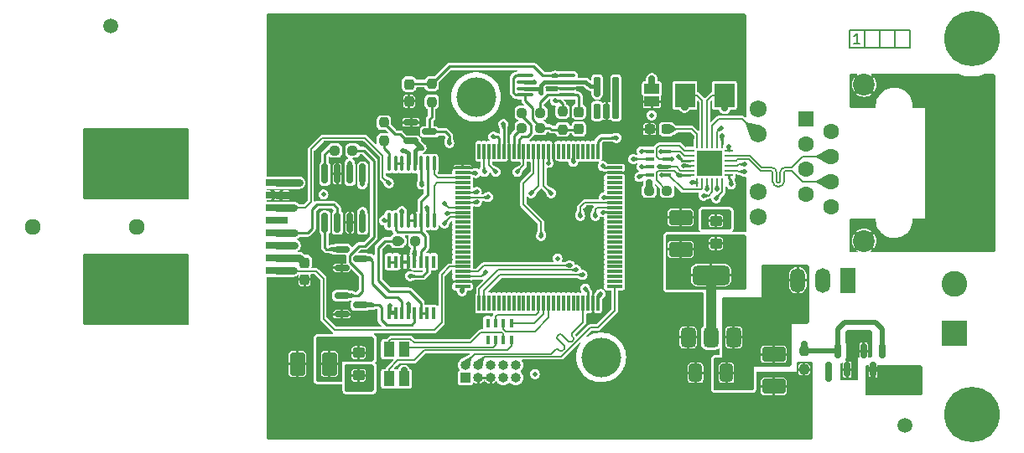
<source format=gbr>
G04 #@! TF.GenerationSoftware,KiCad,Pcbnew,8.0.2*
G04 #@! TF.CreationDate,2024-07-12T07:55:03+02:00*
G04 #@! TF.ProjectId,ETH1HMSR-SMS,45544831-484d-4535-922d-534d532e6b69,rev?*
G04 #@! TF.SameCoordinates,Original*
G04 #@! TF.FileFunction,Copper,L1,Top*
G04 #@! TF.FilePolarity,Positive*
%FSLAX46Y46*%
G04 Gerber Fmt 4.6, Leading zero omitted, Abs format (unit mm)*
G04 Created by KiCad (PCBNEW 8.0.2) date 2024-07-12 07:55:03*
%MOMM*%
%LPD*%
G01*
G04 APERTURE LIST*
G04 Aperture macros list*
%AMRoundRect*
0 Rectangle with rounded corners*
0 $1 Rounding radius*
0 $2 $3 $4 $5 $6 $7 $8 $9 X,Y pos of 4 corners*
0 Add a 4 corners polygon primitive as box body*
4,1,4,$2,$3,$4,$5,$6,$7,$8,$9,$2,$3,0*
0 Add four circle primitives for the rounded corners*
1,1,$1+$1,$2,$3*
1,1,$1+$1,$4,$5*
1,1,$1+$1,$6,$7*
1,1,$1+$1,$8,$9*
0 Add four rect primitives between the rounded corners*
20,1,$1+$1,$2,$3,$4,$5,0*
20,1,$1+$1,$4,$5,$6,$7,0*
20,1,$1+$1,$6,$7,$8,$9,0*
20,1,$1+$1,$8,$9,$2,$3,0*%
%AMOutline4P*
0 Free polygon, 4 corners , with rotation*
0 The origin of the aperture is its center*
0 number of corners: always 4*
0 $1 to $8 corner X, Y*
0 $9 Rotation angle, in degrees counterclockwise*
0 create outline with 4 corners*
4,1,4,$1,$2,$3,$4,$5,$6,$7,$8,$1,$2,$9*%
%AMFreePoly0*
4,1,29,0.178017,0.779942,0.347107,0.720775,0.498792,0.625465,0.625465,0.498792,0.720775,0.347107,0.779942,0.178017,0.800000,0.000000,0.779942,-0.178017,0.720775,-0.347107,0.625465,-0.498792,0.498792,-0.625465,0.347107,-0.720775,0.178017,-0.779942,0.000000,-0.800000,-0.178017,-0.779942,-0.347107,-0.720775,-0.498792,-0.625465,-0.625465,-0.498792,-0.720775,-0.347107,-0.779942,-0.178017,
-0.800000,0.000000,-0.779942,0.178017,-0.720775,0.347107,-0.625465,0.498792,-0.498792,0.625465,-0.347107,0.720775,-0.178017,0.779942,0.000000,0.800000,0.178017,0.779942,0.178017,0.779942,$1*%
G04 Aperture macros list end*
%ADD10C,0.200000*%
G04 #@! TA.AperFunction,NonConductor*
%ADD11C,0.200000*%
G04 #@! TD*
G04 #@! TA.AperFunction,SMDPad,CuDef*
%ADD12RoundRect,0.150000X-0.587500X-0.150000X0.587500X-0.150000X0.587500X0.150000X-0.587500X0.150000X0*%
G04 #@! TD*
G04 #@! TA.AperFunction,SMDPad,CuDef*
%ADD13RoundRect,0.100000X0.100000X-0.637500X0.100000X0.637500X-0.100000X0.637500X-0.100000X-0.637500X0*%
G04 #@! TD*
G04 #@! TA.AperFunction,SMDPad,CuDef*
%ADD14RoundRect,0.237500X-0.237500X0.250000X-0.237500X-0.250000X0.237500X-0.250000X0.237500X0.250000X0*%
G04 #@! TD*
G04 #@! TA.AperFunction,ComponentPad*
%ADD15R,2.600000X2.600000*%
G04 #@! TD*
G04 #@! TA.AperFunction,ComponentPad*
%ADD16C,2.600000*%
G04 #@! TD*
G04 #@! TA.AperFunction,SMDPad,CuDef*
%ADD17RoundRect,0.237500X-0.237500X0.300000X-0.237500X-0.300000X0.237500X-0.300000X0.237500X0.300000X0*%
G04 #@! TD*
G04 #@! TA.AperFunction,SMDPad,CuDef*
%ADD18RoundRect,0.250000X-0.350000X0.275000X-0.350000X-0.275000X0.350000X-0.275000X0.350000X0.275000X0*%
G04 #@! TD*
G04 #@! TA.AperFunction,SMDPad,CuDef*
%ADD19R,1.100000X1.500000*%
G04 #@! TD*
G04 #@! TA.AperFunction,SMDPad,CuDef*
%ADD20R,0.400000X0.900000*%
G04 #@! TD*
G04 #@! TA.AperFunction,SMDPad,CuDef*
%ADD21RoundRect,0.250000X0.412500X0.650000X-0.412500X0.650000X-0.412500X-0.650000X0.412500X-0.650000X0*%
G04 #@! TD*
G04 #@! TA.AperFunction,ComponentPad*
%ADD22RoundRect,0.248000X0.552000X-0.552000X0.552000X0.552000X-0.552000X0.552000X-0.552000X-0.552000X0*%
G04 #@! TD*
G04 #@! TA.AperFunction,ComponentPad*
%ADD23C,1.600000*%
G04 #@! TD*
G04 #@! TA.AperFunction,ComponentPad*
%ADD24C,1.720000*%
G04 #@! TD*
G04 #@! TA.AperFunction,ComponentPad*
%ADD25C,2.200000*%
G04 #@! TD*
G04 #@! TA.AperFunction,SMDPad,CuDef*
%ADD26RoundRect,0.150000X-0.150000X0.587500X-0.150000X-0.587500X0.150000X-0.587500X0.150000X0.587500X0*%
G04 #@! TD*
G04 #@! TA.AperFunction,ComponentPad*
%ADD27C,5.600000*%
G04 #@! TD*
G04 #@! TA.AperFunction,SMDPad,CuDef*
%ADD28C,1.500000*%
G04 #@! TD*
G04 #@! TA.AperFunction,SMDPad,CuDef*
%ADD29RoundRect,0.250001X0.499999X0.924999X-0.499999X0.924999X-0.499999X-0.924999X0.499999X-0.924999X0*%
G04 #@! TD*
G04 #@! TA.AperFunction,SMDPad,CuDef*
%ADD30RoundRect,0.237500X-0.250000X-0.237500X0.250000X-0.237500X0.250000X0.237500X-0.250000X0.237500X0*%
G04 #@! TD*
G04 #@! TA.AperFunction,SMDPad,CuDef*
%ADD31RoundRect,0.150000X0.150000X-0.825000X0.150000X0.825000X-0.150000X0.825000X-0.150000X-0.825000X0*%
G04 #@! TD*
G04 #@! TA.AperFunction,SMDPad,CuDef*
%ADD32RoundRect,0.237500X0.300000X0.237500X-0.300000X0.237500X-0.300000X-0.237500X0.300000X-0.237500X0*%
G04 #@! TD*
G04 #@! TA.AperFunction,SMDPad,CuDef*
%ADD33R,2.000000X2.400000*%
G04 #@! TD*
G04 #@! TA.AperFunction,WasherPad*
%ADD34FreePoly0,270.000000*%
G04 #@! TD*
G04 #@! TA.AperFunction,ComponentPad*
%ADD35R,3.000000X3.000000*%
G04 #@! TD*
G04 #@! TA.AperFunction,ComponentPad*
%ADD36C,3.000000*%
G04 #@! TD*
G04 #@! TA.AperFunction,SMDPad,CuDef*
%ADD37RoundRect,0.250000X0.350000X-0.275000X0.350000X0.275000X-0.350000X0.275000X-0.350000X-0.275000X0*%
G04 #@! TD*
G04 #@! TA.AperFunction,ComponentPad*
%ADD38R,1.000000X1.000000*%
G04 #@! TD*
G04 #@! TA.AperFunction,ComponentPad*
%ADD39O,1.000000X1.000000*%
G04 #@! TD*
G04 #@! TA.AperFunction,SMDPad,CuDef*
%ADD40RoundRect,0.075000X-0.075000X0.725000X-0.075000X-0.725000X0.075000X-0.725000X0.075000X0.725000X0*%
G04 #@! TD*
G04 #@! TA.AperFunction,SMDPad,CuDef*
%ADD41RoundRect,0.075000X-0.725000X0.075000X-0.725000X-0.075000X0.725000X-0.075000X0.725000X0.075000X0*%
G04 #@! TD*
G04 #@! TA.AperFunction,SMDPad,CuDef*
%ADD42RoundRect,0.237500X0.250000X0.237500X-0.250000X0.237500X-0.250000X-0.237500X0.250000X-0.237500X0*%
G04 #@! TD*
G04 #@! TA.AperFunction,SMDPad,CuDef*
%ADD43RoundRect,0.062500X-0.062500X0.375000X-0.062500X-0.375000X0.062500X-0.375000X0.062500X0.375000X0*%
G04 #@! TD*
G04 #@! TA.AperFunction,SMDPad,CuDef*
%ADD44RoundRect,0.062500X-0.375000X0.062500X-0.375000X-0.062500X0.375000X-0.062500X0.375000X0.062500X0*%
G04 #@! TD*
G04 #@! TA.AperFunction,HeatsinkPad*
%ADD45C,0.500000*%
G04 #@! TD*
G04 #@! TA.AperFunction,HeatsinkPad*
%ADD46R,2.500000X2.500000*%
G04 #@! TD*
G04 #@! TA.AperFunction,SMDPad,CuDef*
%ADD47RoundRect,0.375000X0.375000X-0.625000X0.375000X0.625000X-0.375000X0.625000X-0.375000X-0.625000X0*%
G04 #@! TD*
G04 #@! TA.AperFunction,SMDPad,CuDef*
%ADD48RoundRect,0.500000X1.400000X-0.500000X1.400000X0.500000X-1.400000X0.500000X-1.400000X-0.500000X0*%
G04 #@! TD*
G04 #@! TA.AperFunction,ComponentPad*
%ADD49C,4.000000*%
G04 #@! TD*
G04 #@! TA.AperFunction,SMDPad,CuDef*
%ADD50Outline4P,-1.270000X-1.350000X1.270000X-1.350000X1.270000X1.350000X-1.270000X1.350000X270.000000*%
G04 #@! TD*
G04 #@! TA.AperFunction,SMDPad,CuDef*
%ADD51Outline4P,-0.380000X-1.100000X0.380000X-1.100000X0.380000X1.100000X-0.380000X1.100000X270.000000*%
G04 #@! TD*
G04 #@! TA.AperFunction,SMDPad,CuDef*
%ADD52RoundRect,0.150000X0.150000X-0.587500X0.150000X0.587500X-0.150000X0.587500X-0.150000X-0.587500X0*%
G04 #@! TD*
G04 #@! TA.AperFunction,SMDPad,CuDef*
%ADD53RoundRect,0.237500X0.237500X-0.250000X0.237500X0.250000X-0.237500X0.250000X-0.237500X-0.250000X0*%
G04 #@! TD*
G04 #@! TA.AperFunction,SMDPad,CuDef*
%ADD54R,0.900000X0.400000*%
G04 #@! TD*
G04 #@! TA.AperFunction,SMDPad,CuDef*
%ADD55RoundRect,0.250001X-0.924999X0.499999X-0.924999X-0.499999X0.924999X-0.499999X0.924999X0.499999X0*%
G04 #@! TD*
G04 #@! TA.AperFunction,SMDPad,CuDef*
%ADD56R,1.500000X1.000000*%
G04 #@! TD*
G04 #@! TA.AperFunction,SMDPad,CuDef*
%ADD57RoundRect,0.100000X-0.712500X-0.100000X0.712500X-0.100000X0.712500X0.100000X-0.712500X0.100000X0*%
G04 #@! TD*
G04 #@! TA.AperFunction,SMDPad,CuDef*
%ADD58RoundRect,0.237500X0.237500X-0.300000X0.237500X0.300000X-0.237500X0.300000X-0.237500X-0.300000X0*%
G04 #@! TD*
G04 #@! TA.AperFunction,SMDPad,CuDef*
%ADD59RoundRect,0.162500X0.162500X-0.617500X0.162500X0.617500X-0.162500X0.617500X-0.162500X-0.617500X0*%
G04 #@! TD*
G04 #@! TA.AperFunction,SMDPad,CuDef*
%ADD60RoundRect,0.250001X0.924999X-0.499999X0.924999X0.499999X-0.924999X0.499999X-0.924999X-0.499999X0*%
G04 #@! TD*
G04 #@! TA.AperFunction,ComponentPad*
%ADD61R,1.500000X2.500000*%
G04 #@! TD*
G04 #@! TA.AperFunction,ComponentPad*
%ADD62O,1.500000X2.500000*%
G04 #@! TD*
G04 #@! TA.AperFunction,SMDPad,CuDef*
%ADD63R,0.400000X1.200000*%
G04 #@! TD*
G04 #@! TA.AperFunction,ViaPad*
%ADD64C,0.500000*%
G04 #@! TD*
G04 #@! TA.AperFunction,ViaPad*
%ADD65C,0.900000*%
G04 #@! TD*
G04 #@! TA.AperFunction,Conductor*
%ADD66C,0.127000*%
G04 #@! TD*
G04 #@! TA.AperFunction,Conductor*
%ADD67C,0.254000*%
G04 #@! TD*
G04 #@! TA.AperFunction,Conductor*
%ADD68C,0.762000*%
G04 #@! TD*
G04 #@! TA.AperFunction,Conductor*
%ADD69C,0.508000*%
G04 #@! TD*
G04 #@! TA.AperFunction,Conductor*
%ADD70C,0.635000*%
G04 #@! TD*
G04 #@! TA.AperFunction,Conductor*
%ADD71C,0.381000*%
G04 #@! TD*
G04 #@! TA.AperFunction,Conductor*
%ADD72C,1.016000*%
G04 #@! TD*
G04 #@! TA.AperFunction,Conductor*
%ADD73C,0.200000*%
G04 #@! TD*
G04 APERTURE END LIST*
D10*
D11*
X185197714Y-63952219D02*
X184626286Y-63952219D01*
X184912000Y-63952219D02*
X184912000Y-62952219D01*
X184912000Y-62952219D02*
X184816762Y-63095076D01*
X184816762Y-63095076D02*
X184721524Y-63190314D01*
X184721524Y-63190314D02*
X184626286Y-63237933D01*
D12*
G04 #@! TO.P,RN502,1*
G04 #@! TO.N,+2V5*
X132920500Y-89474000D03*
G04 #@! TO.P,RN502,2*
G04 #@! TO.N,GND*
X132920500Y-91374000D03*
G04 #@! TO.P,RN502,3*
G04 #@! TO.N,Net-(U502B-+)*
X134795500Y-90424000D03*
G04 #@! TD*
D13*
G04 #@! TO.P,U503,1*
G04 #@! TO.N,/Current/MCU_G1*
X137679000Y-81856500D03*
G04 #@! TO.P,U503,2*
G04 #@! TO.N,Net-(U502C--)*
X138329000Y-81856500D03*
G04 #@! TO.P,U503,3*
G04 #@! TO.N,Net-(D501-K-Pad3)*
X138979000Y-81856500D03*
G04 #@! TO.P,U503,4,V-*
G04 #@! TO.N,GND*
X139629000Y-81856500D03*
G04 #@! TO.P,U503,5,GND*
X140279000Y-81856500D03*
G04 #@! TO.P,U503,6*
G04 #@! TO.N,Net-(U502C--)*
X140929000Y-81856500D03*
G04 #@! TO.P,U503,7*
G04 #@! TO.N,Net-(R512-Pad2)*
X141579000Y-81856500D03*
G04 #@! TO.P,U503,8*
G04 #@! TO.N,/Current/MCU_G10*
X142229000Y-81856500D03*
G04 #@! TO.P,U503,9*
G04 #@! TO.N,/Current/MCU_G100*
X142229000Y-76131500D03*
G04 #@! TO.P,U503,10*
G04 #@! TO.N,Net-(U502C--)*
X141579000Y-76131500D03*
G04 #@! TO.P,U503,11*
G04 #@! TO.N,Net-(R513-Pad2)*
X140929000Y-76131500D03*
G04 #@! TO.P,U503,12,VL*
G04 #@! TO.N,+3.3V*
X140279000Y-76131500D03*
G04 #@! TO.P,U503,13,V+*
G04 #@! TO.N,+5VL*
X139629000Y-76131500D03*
G04 #@! TO.P,U503,14*
G04 #@! TO.N,Net-(U503-Pad14)*
X138979000Y-76131500D03*
G04 #@! TO.P,U503,15*
X138329000Y-76131500D03*
G04 #@! TO.P,U503,16*
G04 #@! TO.N,Net-(R501-Pad1)*
X137679000Y-76131500D03*
G04 #@! TD*
D14*
G04 #@! TO.P,R408,1*
G04 #@! TO.N,/Current/VOUT*
X155194000Y-70842500D03*
G04 #@! TO.P,R408,2*
G04 #@! TO.N,Net-(U401--IN1)*
X155194000Y-72667500D03*
G04 #@! TD*
D15*
G04 #@! TO.P,J201,1,Pin_1*
G04 #@! TO.N,Net-(J201-Pin_1)*
X194800000Y-93300000D03*
D16*
G04 #@! TO.P,J201,2,Pin_2*
G04 #@! TO.N,GND*
X194800000Y-88300000D03*
G04 #@! TD*
D17*
G04 #@! TO.P,C512,1*
G04 #@! TO.N,/Current/VOUT*
X139700000Y-68098500D03*
G04 #@! TO.P,C512,2*
G04 #@! TO.N,GND*
X139700000Y-69823500D03*
G04 #@! TD*
D18*
G04 #@! TO.P,FB301,1*
G04 #@! TO.N,VCCQ*
X170688000Y-81908000D03*
G04 #@! TO.P,FB301,2*
G04 #@! TO.N,+3.3V*
X170688000Y-84208000D03*
G04 #@! TD*
D19*
G04 #@! TO.P,D401,1,RK*
G04 #@! TO.N,Net-(D401-RK)*
X137680000Y-97893000D03*
G04 #@! TO.P,D401,2,GK*
G04 #@! TO.N,Net-(D401-GK)*
X137680000Y-94893000D03*
G04 #@! TO.P,D401,3,BK*
G04 #@! TO.N,Net-(D401-BK)*
X139180000Y-94893000D03*
G04 #@! TO.P,D401,4,A*
G04 #@! TO.N,+3.3V*
X139180000Y-97893000D03*
G04 #@! TD*
D20*
G04 #@! TO.P,RN401,1,R1.1*
G04 #@! TO.N,/MCU/LED_RED*
X150044000Y-92241000D03*
G04 #@! TO.P,RN401,2,R2.1*
G04 #@! TO.N,/MCU/LED_GREEN*
X149244000Y-92241000D03*
G04 #@! TO.P,RN401,3,R3.1*
G04 #@! TO.N,/MCU/LED_BLUE*
X148444000Y-92241000D03*
G04 #@! TO.P,RN401,4,R4.1*
G04 #@! TO.N,unconnected-(RN401-R4.1-Pad4)*
X147644000Y-92241000D03*
G04 #@! TO.P,RN401,5,R4.2*
G04 #@! TO.N,unconnected-(RN401-R4.2-Pad5)*
X147644000Y-93941000D03*
G04 #@! TO.P,RN401,6,R3.2*
G04 #@! TO.N,Net-(D401-BK)*
X148444000Y-93941000D03*
G04 #@! TO.P,RN401,7,R2.2*
G04 #@! TO.N,Net-(D401-GK)*
X149244000Y-93941000D03*
G04 #@! TO.P,RN401,8,R1.2*
G04 #@! TO.N,Net-(D401-RK)*
X150044000Y-93941000D03*
G04 #@! TD*
D21*
G04 #@! TO.P,C204,1*
G04 #@! TO.N,+5V*
X171742500Y-97282000D03*
G04 #@! TO.P,C204,2*
G04 #@! TO.N,GND*
X168617500Y-97282000D03*
G04 #@! TD*
D22*
G04 #@! TO.P,J301,1,TD+*
G04 #@! TO.N,/Ethernet/ETH_TXP*
X179800000Y-71600000D03*
D23*
G04 #@! TO.P,J301,2,TCT*
G04 #@! TO.N,VCCQ*
X182340000Y-72870000D03*
G04 #@! TO.P,J301,3,TD-*
G04 #@! TO.N,/Ethernet/ETH_TXN*
X179800000Y-74140000D03*
G04 #@! TO.P,J301,4,RD+*
G04 #@! TO.N,/Ethernet/ETH_RXP*
X182340000Y-75410000D03*
G04 #@! TO.P,J301,5,RCT*
G04 #@! TO.N,VCCQ*
X179800000Y-76680000D03*
G04 #@! TO.P,J301,6,RD-*
G04 #@! TO.N,/Ethernet/ETH_RXN*
X182340000Y-77950000D03*
G04 #@! TO.P,J301,7,NC*
G04 #@! TO.N,unconnected-(J301-NC-Pad7)*
X179800000Y-79220000D03*
G04 #@! TO.P,J301,8*
G04 #@! TO.N,Earth*
X182340000Y-80490000D03*
D24*
G04 #@! TO.P,J301,9*
G04 #@! TO.N,Net-(J301-Pad9)*
X174970000Y-70580000D03*
G04 #@! TO.P,J301,10*
G04 #@! TO.N,/Ethernet/LED1*
X174970000Y-73120000D03*
G04 #@! TO.P,J301,11*
G04 #@! TO.N,Net-(J301-Pad11)*
X174970000Y-78970000D03*
G04 #@! TO.P,J301,12*
G04 #@! TO.N,/Ethernet/LED2*
X174970000Y-81510000D03*
D25*
G04 #@! TO.P,J301,SH*
G04 #@! TO.N,Earth*
X185640000Y-68145000D03*
X185640000Y-83945000D03*
G04 #@! TD*
D26*
G04 #@! TO.P,Q201,1,G*
G04 #@! TO.N,Net-(D201-A)*
X187513000Y-95074500D03*
G04 #@! TO.P,Q201,2,S*
G04 #@! TO.N,Net-(D201-K)*
X185613000Y-95074500D03*
G04 #@! TO.P,Q201,3,D*
G04 #@! TO.N,Net-(Q201-D)*
X186563000Y-96949500D03*
G04 #@! TD*
D17*
G04 #@! TO.P,C504,1*
G04 #@! TO.N,+5VL*
X129159000Y-86132500D03*
G04 #@! TO.P,C504,2*
G04 #@! TO.N,GND*
X129159000Y-87857500D03*
G04 #@! TD*
D27*
G04 #@! TO.P,H103,1*
G04 #@! TO.N,N/C*
X196500000Y-63500000D03*
G04 #@! TD*
D28*
G04 #@! TO.P,FID101,*
G04 #@! TO.N,*
X109601000Y-62230000D03*
G04 #@! TD*
D29*
G04 #@! TO.P,C506,1*
G04 #@! TO.N,+5VL*
X131673000Y-96393000D03*
G04 #@! TO.P,C506,2*
G04 #@! TO.N,GND*
X128423000Y-96393000D03*
G04 #@! TD*
D30*
G04 #@! TO.P,R302,1*
G04 #@! TO.N,+3.3V*
X163933500Y-78867000D03*
G04 #@! TO.P,R302,2*
G04 #@! TO.N,/Ethernet/RMII_MDIO*
X165758500Y-78867000D03*
G04 #@! TD*
D31*
G04 #@! TO.P,U504,1*
G04 #@! TO.N,Net-(R507-Pad1)*
X131191000Y-82104000D03*
G04 #@! TO.P,U504,2*
G04 #@! TO.N,Net-(U501-Vout)*
X132461000Y-82104000D03*
G04 #@! TO.P,U504,3,GND*
G04 #@! TO.N,GND*
X133731000Y-82104000D03*
G04 #@! TO.P,U504,4,V+*
G04 #@! TO.N,+5VL*
X135001000Y-82104000D03*
G04 #@! TO.P,U504,5,VL*
G04 #@! TO.N,+3.3V*
X135001000Y-77154000D03*
G04 #@! TO.P,U504,6*
G04 #@! TO.N,/Current/MCU_ZOFFS*
X133731000Y-77154000D03*
G04 #@! TO.P,U504,7,V-*
G04 #@! TO.N,GND*
X132461000Y-77154000D03*
G04 #@! TO.P,U504,8*
G04 #@! TO.N,Net-(R506-Pad1)*
X131191000Y-77154000D03*
G04 #@! TD*
D32*
G04 #@! TO.P,C303,1*
G04 #@! TO.N,Net-(U301-VDDCR)*
X165708500Y-72644000D03*
G04 #@! TO.P,C303,2*
G04 #@! TO.N,GND*
X163983500Y-72644000D03*
G04 #@! TD*
D33*
G04 #@! TO.P,Y301,1,1*
G04 #@! TO.N,Net-(U301-XTAL2)*
X171545000Y-69215000D03*
G04 #@! TO.P,Y301,2,2*
G04 #@! TO.N,Net-(U301-XTAL1{slash}CLKIN)*
X167545000Y-69215000D03*
G04 #@! TD*
D34*
G04 #@! TO.P,J501,*
G04 #@! TO.N,*
X112170000Y-82500000D03*
X101670000Y-82500000D03*
D35*
G04 #@! TO.P,J501,1,Pin_1*
G04 #@! TO.N,Net-(J501-Pin_1)*
X108570000Y-77740000D03*
D36*
G04 #@! TO.P,J501,2,Pin_2*
G04 #@! TO.N,Net-(J501-Pin_2)*
X108570000Y-87260000D03*
G04 #@! TD*
D37*
G04 #@! TO.P,FB501,1*
G04 #@! TO.N,+5V*
X134620000Y-97543000D03*
G04 #@! TO.P,FB501,2*
G04 #@! TO.N,+5VL*
X134620000Y-95243000D03*
G04 #@! TD*
D38*
G04 #@! TO.P,J401,1,Pin_1*
G04 #@! TO.N,+3.3V*
X145405000Y-97780000D03*
D39*
G04 #@! TO.P,J401,2,Pin_2*
G04 #@! TO.N,/MCU/TMS_SWDIO*
X145405000Y-96510000D03*
G04 #@! TO.P,J401,3,Pin_3*
G04 #@! TO.N,GND*
X146675000Y-97780000D03*
G04 #@! TO.P,J401,4,Pin_4*
G04 #@! TO.N,/MCU/TCK_SWCLK*
X146675000Y-96510000D03*
G04 #@! TO.P,J401,5,Pin_5*
G04 #@! TO.N,GND*
X147945000Y-97780000D03*
G04 #@! TO.P,J401,6,Pin_6*
G04 #@! TO.N,unconnected-(J401-Pin_6-Pad6)*
X147945000Y-96510000D03*
G04 #@! TO.P,J401,7,Pin_7*
G04 #@! TO.N,unconnected-(J401-Pin_7-Pad7)*
X149215000Y-97780000D03*
G04 #@! TO.P,J401,8,Pin_8*
G04 #@! TO.N,unconnected-(J401-Pin_8-Pad8)*
X149215000Y-96510000D03*
G04 #@! TO.P,J401,9,Pin_9*
G04 #@! TO.N,unconnected-(J401-Pin_9-Pad9)*
X150485000Y-97780000D03*
G04 #@! TO.P,J401,10,Pin_10*
G04 #@! TO.N,/MCU/NRST*
X150485000Y-96510000D03*
G04 #@! TD*
D40*
G04 #@! TO.P,U403,1,PE2*
G04 #@! TO.N,/MCU/MCU_DEF*
X158781000Y-74875000D03*
G04 #@! TO.P,U403,2,PE3*
G04 #@! TO.N,unconnected-(U403-PE3-Pad2)*
X158281000Y-74875000D03*
G04 #@! TO.P,U403,3,PE4*
G04 #@! TO.N,unconnected-(U403-PE4-Pad3)*
X157781000Y-74875000D03*
G04 #@! TO.P,U403,4,PE5*
G04 #@! TO.N,unconnected-(U403-PE5-Pad4)*
X157281000Y-74875000D03*
G04 #@! TO.P,U403,5,PE6*
G04 #@! TO.N,unconnected-(U403-PE6-Pad5)*
X156781000Y-74875000D03*
G04 #@! TO.P,U403,6,VBAT*
G04 #@! TO.N,+3.3V*
X156281000Y-74875000D03*
G04 #@! TO.P,U403,7,PC13*
G04 #@! TO.N,unconnected-(U403-PC13-Pad7)*
X155781000Y-74875000D03*
G04 #@! TO.P,U403,8,PC14*
G04 #@! TO.N,unconnected-(U403-PC14-Pad8)*
X155281000Y-74875000D03*
G04 #@! TO.P,U403,9,PC15*
G04 #@! TO.N,unconnected-(U403-PC15-Pad9)*
X154781000Y-74875000D03*
G04 #@! TO.P,U403,10,VSS*
G04 #@! TO.N,GND*
X154281000Y-74875000D03*
G04 #@! TO.P,U403,11,VDD*
G04 #@! TO.N,+3.3V*
X153781000Y-74875000D03*
G04 #@! TO.P,U403,12,PH0*
G04 #@! TO.N,Net-(U403-PH0)*
X153281000Y-74875000D03*
G04 #@! TO.P,U403,13,PH1*
G04 #@! TO.N,Net-(U403-PH1)*
X152781000Y-74875000D03*
G04 #@! TO.P,U403,14,NRST*
G04 #@! TO.N,/MCU/NRST*
X152281000Y-74875000D03*
G04 #@! TO.P,U403,15,PC0*
G04 #@! TO.N,unconnected-(U403-PC0-Pad15)*
X151781000Y-74875000D03*
G04 #@! TO.P,U403,16,PC1*
G04 #@! TO.N,/Ethernet/RMII_MDC*
X151281000Y-74875000D03*
G04 #@! TO.P,U403,17,PC2_C*
G04 #@! TO.N,/MCU/VOUTN*
X150781000Y-74875000D03*
G04 #@! TO.P,U403,18,PC3_C*
G04 #@! TO.N,/MCU/VOUTP*
X150281000Y-74875000D03*
G04 #@! TO.P,U403,19,VSSA*
G04 #@! TO.N,GND*
X149781000Y-74875000D03*
G04 #@! TO.P,U403,20,VREF+*
G04 #@! TO.N,+3.3VADC*
X149281000Y-74875000D03*
G04 #@! TO.P,U403,21,VDDA*
G04 #@! TO.N,VDDA*
X148781000Y-74875000D03*
G04 #@! TO.P,U403,22,PA0*
G04 #@! TO.N,unconnected-(U403-PA0-Pad22)*
X148281000Y-74875000D03*
G04 #@! TO.P,U403,23,PA1*
G04 #@! TO.N,/Ethernet/REF_CLK*
X147781000Y-74875000D03*
G04 #@! TO.P,U403,24,PA2*
G04 #@! TO.N,/Ethernet/RMII_MDIO*
X147281000Y-74875000D03*
G04 #@! TO.P,U403,25,PA3*
G04 #@! TO.N,unconnected-(U403-PA3-Pad25)*
X146781000Y-74875000D03*
D41*
G04 #@! TO.P,U403,26,VSS*
G04 #@! TO.N,GND*
X145106000Y-76550000D03*
G04 #@! TO.P,U403,27,VDD*
G04 #@! TO.N,+3.3V*
X145106000Y-77050000D03*
G04 #@! TO.P,U403,28,PA4*
G04 #@! TO.N,/Current/MCU_G100*
X145106000Y-77550000D03*
G04 #@! TO.P,U403,29,PA5*
G04 #@! TO.N,/Current/MCU_G10*
X145106000Y-78050000D03*
G04 #@! TO.P,U403,30,PA6*
G04 #@! TO.N,unconnected-(U403-PA6-Pad30)*
X145106000Y-78550000D03*
G04 #@! TO.P,U403,31,PA7*
G04 #@! TO.N,/Ethernet/RMII_CRS_DV*
X145106000Y-79050000D03*
G04 #@! TO.P,U403,32,PC4*
G04 #@! TO.N,/Ethernet/RMII_RXD0*
X145106000Y-79550000D03*
G04 #@! TO.P,U403,33,PC5*
G04 #@! TO.N,/Ethernet/RMII_RXD1*
X145106000Y-80050000D03*
G04 #@! TO.P,U403,34,PB0*
G04 #@! TO.N,/Current/OCD_EXT*
X145106000Y-80550000D03*
G04 #@! TO.P,U403,35,PB1*
G04 #@! TO.N,/Current/MCU_ZOFFS*
X145106000Y-81050000D03*
G04 #@! TO.P,U403,36,PB2*
G04 #@! TO.N,/Current/MCU_G1*
X145106000Y-81550000D03*
G04 #@! TO.P,U403,37,PE7*
G04 #@! TO.N,unconnected-(U403-PE7-Pad37)*
X145106000Y-82050000D03*
G04 #@! TO.P,U403,38,PE8*
G04 #@! TO.N,unconnected-(U403-PE8-Pad38)*
X145106000Y-82550000D03*
G04 #@! TO.P,U403,39,PE9*
G04 #@! TO.N,unconnected-(U403-PE9-Pad39)*
X145106000Y-83050000D03*
G04 #@! TO.P,U403,40,PE10*
G04 #@! TO.N,unconnected-(U403-PE10-Pad40)*
X145106000Y-83550000D03*
G04 #@! TO.P,U403,41,PE11*
G04 #@! TO.N,unconnected-(U403-PE11-Pad41)*
X145106000Y-84050000D03*
G04 #@! TO.P,U403,42,PE12*
G04 #@! TO.N,unconnected-(U403-PE12-Pad42)*
X145106000Y-84550000D03*
G04 #@! TO.P,U403,43,PE13*
G04 #@! TO.N,unconnected-(U403-PE13-Pad43)*
X145106000Y-85050000D03*
G04 #@! TO.P,U403,44,PE14*
G04 #@! TO.N,unconnected-(U403-PE14-Pad44)*
X145106000Y-85550000D03*
G04 #@! TO.P,U403,45,PE15*
G04 #@! TO.N,unconnected-(U403-PE15-Pad45)*
X145106000Y-86050000D03*
G04 #@! TO.P,U403,46,PB10*
G04 #@! TO.N,/Current/OCD_INT*
X145106000Y-86550000D03*
G04 #@! TO.P,U403,47,PB11*
G04 #@! TO.N,/Ethernet/RMII_TXEN*
X145106000Y-87050000D03*
G04 #@! TO.P,U403,48,VCAP*
G04 #@! TO.N,Net-(C419-Pad1)*
X145106000Y-87550000D03*
G04 #@! TO.P,U403,49,VSS*
G04 #@! TO.N,GND*
X145106000Y-88050000D03*
G04 #@! TO.P,U403,50,VDD*
G04 #@! TO.N,+3.3V*
X145106000Y-88550000D03*
D40*
G04 #@! TO.P,U403,51,PB12*
G04 #@! TO.N,/Ethernet/RMII_TXD0*
X146781000Y-90225000D03*
G04 #@! TO.P,U403,52,PB13*
G04 #@! TO.N,/Ethernet/RMII_TXD1*
X147281000Y-90225000D03*
G04 #@! TO.P,U403,53,PB14*
G04 #@! TO.N,unconnected-(U403-PB14-Pad53)*
X147781000Y-90225000D03*
G04 #@! TO.P,U403,54,PB15*
G04 #@! TO.N,unconnected-(U403-PB15-Pad54)*
X148281000Y-90225000D03*
G04 #@! TO.P,U403,55,PD8*
G04 #@! TO.N,unconnected-(U403-PD8-Pad55)*
X148781000Y-90225000D03*
G04 #@! TO.P,U403,56,PD9*
G04 #@! TO.N,unconnected-(U403-PD9-Pad56)*
X149281000Y-90225000D03*
G04 #@! TO.P,U403,57,PD10*
G04 #@! TO.N,unconnected-(U403-PD10-Pad57)*
X149781000Y-90225000D03*
G04 #@! TO.P,U403,58,PD11*
G04 #@! TO.N,unconnected-(U403-PD11-Pad58)*
X150281000Y-90225000D03*
G04 #@! TO.P,U403,59,PD12*
G04 #@! TO.N,unconnected-(U403-PD12-Pad59)*
X150781000Y-90225000D03*
G04 #@! TO.P,U403,60,PD13*
G04 #@! TO.N,unconnected-(U403-PD13-Pad60)*
X151281000Y-90225000D03*
G04 #@! TO.P,U403,61,PD14*
G04 #@! TO.N,unconnected-(U403-PD14-Pad61)*
X151781000Y-90225000D03*
G04 #@! TO.P,U403,62,PD15*
G04 #@! TO.N,unconnected-(U403-PD15-Pad62)*
X152281000Y-90225000D03*
G04 #@! TO.P,U403,63,PC6*
G04 #@! TO.N,/MCU/LED_BLUE*
X152781000Y-90225000D03*
G04 #@! TO.P,U403,64,PC7*
G04 #@! TO.N,/MCU/LED_RED*
X153281000Y-90225000D03*
G04 #@! TO.P,U403,65,PC8*
G04 #@! TO.N,/MCU/LED_GREEN*
X153781000Y-90225000D03*
G04 #@! TO.P,U403,66,PC9*
G04 #@! TO.N,unconnected-(U403-PC9-Pad66)*
X154281000Y-90225000D03*
G04 #@! TO.P,U403,67,PA8*
G04 #@! TO.N,unconnected-(U403-PA8-Pad67)*
X154781000Y-90225000D03*
G04 #@! TO.P,U403,68,PA9*
G04 #@! TO.N,unconnected-(U403-PA9-Pad68)*
X155281000Y-90225000D03*
G04 #@! TO.P,U403,69,PA10*
G04 #@! TO.N,unconnected-(U403-PA10-Pad69)*
X155781000Y-90225000D03*
G04 #@! TO.P,U403,70,PA11*
G04 #@! TO.N,unconnected-(U403-PA11-Pad70)*
X156281000Y-90225000D03*
G04 #@! TO.P,U403,71,PA12*
G04 #@! TO.N,unconnected-(U403-PA12-Pad71)*
X156781000Y-90225000D03*
G04 #@! TO.P,U403,72,PA13*
G04 #@! TO.N,/MCU/TMS_SWDIO*
X157281000Y-90225000D03*
G04 #@! TO.P,U403,73,VCAP*
G04 #@! TO.N,Net-(C420-Pad1)*
X157781000Y-90225000D03*
G04 #@! TO.P,U403,74,VSS*
G04 #@! TO.N,GND*
X158281000Y-90225000D03*
G04 #@! TO.P,U403,75,VDD*
G04 #@! TO.N,+3.3V*
X158781000Y-90225000D03*
D41*
G04 #@! TO.P,U403,76,PA14*
G04 #@! TO.N,/MCU/TCK_SWCLK*
X160456000Y-88550000D03*
G04 #@! TO.P,U403,77,PA15*
G04 #@! TO.N,unconnected-(U403-PA15-Pad77)*
X160456000Y-88050000D03*
G04 #@! TO.P,U403,78,PC10*
G04 #@! TO.N,unconnected-(U403-PC10-Pad78)*
X160456000Y-87550000D03*
G04 #@! TO.P,U403,79,PC11*
G04 #@! TO.N,unconnected-(U403-PC11-Pad79)*
X160456000Y-87050000D03*
G04 #@! TO.P,U403,80,PC12*
G04 #@! TO.N,unconnected-(U403-PC12-Pad80)*
X160456000Y-86550000D03*
G04 #@! TO.P,U403,81,PD0*
G04 #@! TO.N,unconnected-(U403-PD0-Pad81)*
X160456000Y-86050000D03*
G04 #@! TO.P,U403,82,PD1*
G04 #@! TO.N,unconnected-(U403-PD1-Pad82)*
X160456000Y-85550000D03*
G04 #@! TO.P,U403,83,PD2*
G04 #@! TO.N,unconnected-(U403-PD2-Pad83)*
X160456000Y-85050000D03*
G04 #@! TO.P,U403,84,PD3*
G04 #@! TO.N,unconnected-(U403-PD3-Pad84)*
X160456000Y-84550000D03*
G04 #@! TO.P,U403,85,PD4*
G04 #@! TO.N,unconnected-(U403-PD4-Pad85)*
X160456000Y-84050000D03*
G04 #@! TO.P,U403,86,PD5*
G04 #@! TO.N,unconnected-(U403-PD5-Pad86)*
X160456000Y-83550000D03*
G04 #@! TO.P,U403,87,PD6*
G04 #@! TO.N,unconnected-(U403-PD6-Pad87)*
X160456000Y-83050000D03*
G04 #@! TO.P,U403,88,PD7*
G04 #@! TO.N,unconnected-(U403-PD7-Pad88)*
X160456000Y-82550000D03*
G04 #@! TO.P,U403,89,PB3*
G04 #@! TO.N,unconnected-(U403-PB3-Pad89)*
X160456000Y-82050000D03*
G04 #@! TO.P,U403,90,PB4*
G04 #@! TO.N,unconnected-(U403-PB4-Pad90)*
X160456000Y-81550000D03*
G04 #@! TO.P,U403,91,PB5*
G04 #@! TO.N,/MCU/EEPROM_nWP*
X160456000Y-81050000D03*
G04 #@! TO.P,U403,92,PB6*
G04 #@! TO.N,/MCU/I2C1_SCL*
X160456000Y-80550000D03*
G04 #@! TO.P,U403,93,PB7*
G04 #@! TO.N,/MCU/I2C1_SDA*
X160456000Y-80050000D03*
G04 #@! TO.P,U403,94,BOOT0*
G04 #@! TO.N,Net-(U403-BOOT0)*
X160456000Y-79550000D03*
G04 #@! TO.P,U403,95,PB8*
G04 #@! TO.N,unconnected-(U403-PB8-Pad95)*
X160456000Y-79050000D03*
G04 #@! TO.P,U403,96,PB9*
G04 #@! TO.N,unconnected-(U403-PB9-Pad96)*
X160456000Y-78550000D03*
G04 #@! TO.P,U403,97,PE0*
G04 #@! TO.N,unconnected-(U403-PE0-Pad97)*
X160456000Y-78050000D03*
G04 #@! TO.P,U403,98,PE1*
G04 #@! TO.N,unconnected-(U403-PE1-Pad98)*
X160456000Y-77550000D03*
G04 #@! TO.P,U403,99,VSS*
G04 #@! TO.N,GND*
X160456000Y-77050000D03*
G04 #@! TO.P,U403,100,VDD*
G04 #@! TO.N,+3.3V*
X160456000Y-76550000D03*
G04 #@! TD*
D27*
G04 #@! TO.P,H104,1*
G04 #@! TO.N,N/C*
X196500000Y-101500000D03*
G04 #@! TD*
D42*
G04 #@! TO.P,R403,1*
G04 #@! TO.N,Net-(U401-OUT2)*
X152931500Y-70993000D03*
G04 #@! TO.P,R403,2*
G04 #@! TO.N,/MCU/VOUTN*
X151106500Y-70993000D03*
G04 #@! TD*
D12*
G04 #@! TO.P,D501,1,K*
G04 #@! TO.N,GND*
X139905500Y-71948000D03*
G04 #@! TO.P,D501,2,A*
G04 #@! TO.N,+3.3V*
X139905500Y-73848000D03*
G04 #@! TO.P,D501,3,K*
G04 #@! TO.N,Net-(D501-K-Pad3)*
X141780500Y-72898000D03*
G04 #@! TD*
D43*
G04 #@! TO.P,U301,1,VDD2A*
G04 #@! TO.N,VCCQ*
X171303000Y-74135500D03*
G04 #@! TO.P,U301,2,LED2/~{INTSEL}*
G04 #@! TO.N,/Ethernet/LED2*
X170803000Y-74135500D03*
G04 #@! TO.P,U301,3,LED1/REGOFF*
G04 #@! TO.N,/Ethernet/LED1*
X170303000Y-74135500D03*
G04 #@! TO.P,U301,4,XTAL2*
G04 #@! TO.N,Net-(U301-XTAL2)*
X169803000Y-74135500D03*
G04 #@! TO.P,U301,5,XTAL1/CLKIN*
G04 #@! TO.N,Net-(U301-XTAL1{slash}CLKIN)*
X169303000Y-74135500D03*
G04 #@! TO.P,U301,6,VDDCR*
G04 #@! TO.N,Net-(U301-VDDCR)*
X168803000Y-74135500D03*
D44*
G04 #@! TO.P,U301,7,RXD1/MODE1*
G04 #@! TO.N,/Ethernet/MODE1*
X168115500Y-74823000D03*
G04 #@! TO.P,U301,8,RXD0/MODE0*
G04 #@! TO.N,/Ethernet/MODE0*
X168115500Y-75323000D03*
G04 #@! TO.P,U301,9,VDDIO*
G04 #@! TO.N,+3.3V*
X168115500Y-75823000D03*
G04 #@! TO.P,U301,10,RXER/PHYAD0*
G04 #@! TO.N,Net-(U301-RXER{slash}PHYAD0)*
X168115500Y-76323000D03*
G04 #@! TO.P,U301,11,CRS_DV/MODE2*
G04 #@! TO.N,/Ethernet/MODE2*
X168115500Y-76823000D03*
G04 #@! TO.P,U301,12,MDIO*
G04 #@! TO.N,/Ethernet/RMII_MDIO*
X168115500Y-77323000D03*
D43*
G04 #@! TO.P,U301,13,MDC*
G04 #@! TO.N,/Ethernet/RMII_MDC*
X168803000Y-78010500D03*
G04 #@! TO.P,U301,14,~{INT}/REFCLKO*
G04 #@! TO.N,/Ethernet/REFCLK0*
X169303000Y-78010500D03*
G04 #@! TO.P,U301,15,~{RST}*
G04 #@! TO.N,/MCU/NRST*
X169803000Y-78010500D03*
G04 #@! TO.P,U301,16,TXEN*
G04 #@! TO.N,/Ethernet/RMII_TXEN*
X170303000Y-78010500D03*
G04 #@! TO.P,U301,17,TXD0*
G04 #@! TO.N,/Ethernet/RMII_TXD0*
X170803000Y-78010500D03*
G04 #@! TO.P,U301,18,TXD1*
G04 #@! TO.N,/Ethernet/RMII_TXD1*
X171303000Y-78010500D03*
D44*
G04 #@! TO.P,U301,19,VDD1A*
G04 #@! TO.N,VCCQ*
X171990500Y-77323000D03*
G04 #@! TO.P,U301,20,TXN*
G04 #@! TO.N,/Ethernet/ETH_TXN*
X171990500Y-76823000D03*
G04 #@! TO.P,U301,21,TXP*
G04 #@! TO.N,/Ethernet/ETH_TXP*
X171990500Y-76323000D03*
G04 #@! TO.P,U301,22,RXN*
G04 #@! TO.N,/Ethernet/ETH_RXN*
X171990500Y-75823000D03*
G04 #@! TO.P,U301,23,RXP*
G04 #@! TO.N,/Ethernet/ETH_RXP*
X171990500Y-75323000D03*
G04 #@! TO.P,U301,24,RBIAS*
G04 #@! TO.N,Net-(U301-RBIAS)*
X171990500Y-74823000D03*
D45*
G04 #@! TO.P,U301,25,VSS*
G04 #@! TO.N,GND*
X171053000Y-75073000D03*
X170053000Y-75073000D03*
X169053000Y-75073000D03*
X171053000Y-76073000D03*
X170053000Y-76073000D03*
D46*
X170053000Y-76073000D03*
D45*
X169053000Y-76073000D03*
X171053000Y-77073000D03*
X170053000Y-77073000D03*
X169053000Y-77073000D03*
G04 #@! TD*
D42*
G04 #@! TO.P,R402,1*
G04 #@! TO.N,Net-(U401--IN1)*
X152931500Y-72517000D03*
G04 #@! TO.P,R402,2*
G04 #@! TO.N,/MCU/VOUTP*
X151106500Y-72517000D03*
G04 #@! TD*
D47*
G04 #@! TO.P,U202,1,GND*
G04 #@! TO.N,GND*
X167880000Y-93701000D03*
G04 #@! TO.P,U202,2,VO*
G04 #@! TO.N,+3.3V*
X170180000Y-93701000D03*
D48*
X170180000Y-87401000D03*
D47*
G04 #@! TO.P,U202,3,VI*
G04 #@! TO.N,+5V*
X172480000Y-93701000D03*
G04 #@! TD*
D49*
G04 #@! TO.P,HS101,1*
G04 #@! TO.N,N/C*
X159101000Y-95710000D03*
X146461000Y-69390000D03*
G04 #@! TD*
D14*
G04 #@! TO.P,R201,1*
G04 #@! TO.N,Net-(D201-A)*
X179578000Y-95099500D03*
G04 #@! TO.P,R201,2*
G04 #@! TO.N,GND*
X179578000Y-96924500D03*
G04 #@! TD*
D50*
G04 #@! TO.P,U501,1,IP+*
G04 #@! TO.N,Net-(J501-Pin_1)*
X115950000Y-78440000D03*
G04 #@! TO.P,U501,8,IP-*
G04 #@! TO.N,Net-(J501-Pin_2)*
X115950000Y-86580000D03*
D51*
G04 #@! TO.P,U501,9,OCD_INT*
G04 #@! TO.N,/Current/OCD_INT*
X126380000Y-86945000D03*
G04 #@! TO.P,U501,10,Vc*
G04 #@! TO.N,+5VL*
X126380000Y-85675000D03*
G04 #@! TO.P,U501,11,Vref*
G04 #@! TO.N,+2V5*
X126380000Y-84405000D03*
G04 #@! TO.P,U501,12,Vout*
G04 #@! TO.N,Net-(U501-Vout)*
X126380000Y-83135000D03*
G04 #@! TO.P,U501,13,NC*
G04 #@! TO.N,unconnected-(U501-NC-Pad13)*
X126380000Y-81865000D03*
G04 #@! TO.P,U501,14,OCD_EXT*
G04 #@! TO.N,/Current/OCD_EXT*
X126380000Y-80595000D03*
G04 #@! TO.P,U501,15,GND*
G04 #@! TO.N,GND*
X126380000Y-79325000D03*
G04 #@! TO.P,U501,16,Veocd*
G04 #@! TO.N,Net-(U501-Veocd)*
X126380000Y-78055000D03*
G04 #@! TD*
D52*
G04 #@! TO.P,Q202,1,B*
G04 #@! TO.N,Net-(D202-K)*
X182057000Y-96949500D03*
G04 #@! TO.P,Q202,2,E*
G04 #@! TO.N,Net-(D201-K)*
X183957000Y-96949500D03*
G04 #@! TO.P,Q202,3,C*
G04 #@! TO.N,Net-(D201-A)*
X183007000Y-95074500D03*
G04 #@! TD*
D53*
G04 #@! TO.P,R501,1*
G04 #@! TO.N,Net-(R501-Pad1)*
X137160000Y-73810500D03*
G04 #@! TO.P,R501,2*
G04 #@! TO.N,+3.3V*
X137160000Y-71985500D03*
G04 #@! TD*
D12*
G04 #@! TO.P,RN501,1*
G04 #@! TO.N,Net-(R507-Pad1)*
X132920500Y-84775000D03*
G04 #@! TO.P,RN501,2*
G04 #@! TO.N,GND*
X132920500Y-86675000D03*
G04 #@! TO.P,RN501,3*
G04 #@! TO.N,Net-(U502A-+)*
X134795500Y-85725000D03*
G04 #@! TD*
D54*
G04 #@! TO.P,RN301,1,R1.1*
G04 #@! TO.N,/Ethernet/RMII_RXD0*
X163996000Y-74873000D03*
G04 #@! TO.P,RN301,2,R2.1*
G04 #@! TO.N,/Ethernet/RMII_RXD1*
X163996000Y-75673000D03*
G04 #@! TO.P,RN301,3,R3.1*
G04 #@! TO.N,/Ethernet/RMII_CRS_DV*
X163996000Y-76473000D03*
G04 #@! TO.P,RN301,4,R4.1*
G04 #@! TO.N,/Ethernet/REF_CLK*
X163996000Y-77273000D03*
G04 #@! TO.P,RN301,5,R4.2*
G04 #@! TO.N,/Ethernet/REFCLK0*
X165696000Y-77273000D03*
G04 #@! TO.P,RN301,6,R3.2*
G04 #@! TO.N,/Ethernet/MODE2*
X165696000Y-76473000D03*
G04 #@! TO.P,RN301,7,R2.2*
G04 #@! TO.N,/Ethernet/MODE1*
X165696000Y-75673000D03*
G04 #@! TO.P,RN301,8,R1.2*
G04 #@! TO.N,/Ethernet/MODE0*
X165696000Y-74873000D03*
G04 #@! TD*
D30*
G04 #@! TO.P,R506,1*
G04 #@! TO.N,Net-(R506-Pad1)*
X132183500Y-74803000D03*
G04 #@! TO.P,R506,2*
G04 #@! TO.N,+2V5*
X134008500Y-74803000D03*
G04 #@! TD*
D55*
G04 #@! TO.P,C203,1*
G04 #@! TO.N,+5V*
X176530000Y-95403000D03*
G04 #@! TO.P,C203,2*
G04 #@! TO.N,GND*
X176530000Y-98653000D03*
G04 #@! TD*
D56*
G04 #@! TO.P,JP401,1,A*
G04 #@! TO.N,/MCU/MCU_DEF*
X164211000Y-68565000D03*
G04 #@! TO.P,JP401,2,B*
G04 #@! TO.N,GND*
X164211000Y-69865000D03*
G04 #@! TD*
D57*
G04 #@! TO.P,U401,1,-IN1*
G04 #@! TO.N,Net-(U401--IN1)*
X151430500Y-67224000D03*
G04 #@! TO.P,U401,2,+IN2*
G04 #@! TO.N,VDD*
X151430500Y-67874000D03*
G04 #@! TO.P,U401,3,V+*
G04 #@! TO.N,+3.3VADC*
X151430500Y-68524000D03*
G04 #@! TO.P,U401,4,OUT1*
G04 #@! TO.N,Net-(U401--IN1)*
X151430500Y-69174000D03*
G04 #@! TO.P,U401,5,OUT2*
G04 #@! TO.N,Net-(U401-OUT2)*
X155655500Y-69174000D03*
G04 #@! TO.P,U401,6,V-*
G04 #@! TO.N,GND*
X155655500Y-68524000D03*
G04 #@! TO.P,U401,7,~{SHDN}*
G04 #@! TO.N,+3.3VADC*
X155655500Y-67874000D03*
G04 #@! TO.P,U401,8,+IN1*
G04 #@! TO.N,/Current/VOUT*
X155655500Y-67224000D03*
G04 #@! TD*
D58*
G04 #@! TO.P,C413,1*
G04 #@! TO.N,Net-(U401--IN1)*
X156845000Y-72617500D03*
G04 #@! TO.P,C413,2*
G04 #@! TO.N,Net-(U401-OUT2)*
X156845000Y-70892500D03*
G04 #@! TD*
D59*
G04 #@! TO.P,U402,1,Vbias*
G04 #@! TO.N,unconnected-(U402-Vbias-Pad1)*
X158689000Y-70819000D03*
G04 #@! TO.P,U402,2,GND*
G04 #@! TO.N,GND*
X159639000Y-70819000D03*
G04 #@! TO.P,U402,3,EN*
G04 #@! TO.N,+5VL*
X160589000Y-70819000D03*
G04 #@! TO.P,U402,4,Vin*
X160589000Y-68119000D03*
G04 #@! TO.P,U402,5,Vref*
G04 #@! TO.N,+3.3VADC*
X158689000Y-68119000D03*
G04 #@! TD*
D60*
G04 #@! TO.P,C205,1*
G04 #@! TO.N,+3.3V*
X167132000Y-84810000D03*
G04 #@! TO.P,C205,2*
G04 #@! TO.N,GND*
X167132000Y-81560000D03*
G04 #@! TD*
D42*
G04 #@! TO.P,R511,1*
G04 #@! TO.N,Net-(U502A--)*
X140358500Y-83947000D03*
G04 #@! TO.P,R511,2*
G04 #@! TO.N,VDD*
X138533500Y-83947000D03*
G04 #@! TD*
D53*
G04 #@! TO.P,R515,1*
G04 #@! TO.N,Net-(D501-K-Pad3)*
X141986000Y-69873500D03*
G04 #@! TO.P,R515,2*
G04 #@! TO.N,/Current/VOUT*
X141986000Y-68048500D03*
G04 #@! TD*
D61*
G04 #@! TO.P,U201,1,Vin*
G04 #@! TO.N,Net-(D201-K)*
X184032500Y-87917500D03*
D62*
G04 #@! TO.P,U201,2,GND*
G04 #@! TO.N,GND*
X181492500Y-87917500D03*
G04 #@! TO.P,U201,3,Vout*
G04 #@! TO.N,+5V*
X178952500Y-87917500D03*
G04 #@! TD*
D28*
G04 #@! TO.P,FID102,*
G04 #@! TO.N,*
X189738000Y-102616000D03*
G04 #@! TD*
D63*
G04 #@! TO.P,U502,1*
G04 #@! TO.N,Net-(U502A--)*
X137731500Y-91246000D03*
G04 #@! TO.P,U502,2,-*
X138366500Y-91246000D03*
G04 #@! TO.P,U502,3,+*
G04 #@! TO.N,Net-(U502A-+)*
X139001500Y-91246000D03*
G04 #@! TO.P,U502,4,V+*
G04 #@! TO.N,+3.3V*
X139636500Y-91246000D03*
G04 #@! TO.P,U502,5,+*
G04 #@! TO.N,Net-(U502B-+)*
X140271500Y-91246000D03*
G04 #@! TO.P,U502,6,-*
G04 #@! TO.N,VDD*
X140906500Y-91246000D03*
G04 #@! TO.P,U502,7*
X141541500Y-91246000D03*
G04 #@! TO.P,U502,8,NC*
G04 #@! TO.N,unconnected-(U502A-NC-Pad8)*
X142176500Y-91246000D03*
G04 #@! TO.P,U502,9,NC*
G04 #@! TO.N,unconnected-(U502A-NC-Pad9)*
X142176500Y-86046000D03*
G04 #@! TO.P,U502,10*
G04 #@! TO.N,Net-(D501-K-Pad3)*
X141541500Y-86046000D03*
G04 #@! TO.P,U502,11,-*
G04 #@! TO.N,Net-(U502C--)*
X140906500Y-86046000D03*
G04 #@! TO.P,U502,12,+*
G04 #@! TO.N,Net-(U502A--)*
X140271500Y-86046000D03*
G04 #@! TO.P,U502,13,V-*
G04 #@! TO.N,GND*
X139636500Y-86046000D03*
G04 #@! TO.P,U502,14,+*
X139001500Y-86046000D03*
G04 #@! TO.P,U502,15,-*
G04 #@! TO.N,Net-(U502D--)*
X138366500Y-86046000D03*
G04 #@! TO.P,U502,16*
X137731500Y-86046000D03*
G04 #@! TD*
D64*
G04 #@! TO.N,Net-(D201-K)*
X184785000Y-93345000D03*
X184023000Y-93345000D03*
X185613000Y-93345000D03*
G04 #@! TO.N,GND*
X154361000Y-68524000D03*
X155321000Y-88392000D03*
X138049000Y-87385500D03*
X159639000Y-69469000D03*
X158369000Y-76708000D03*
X146304000Y-88138000D03*
X150876000Y-85725000D03*
X150922500Y-81534000D03*
X128016000Y-89154000D03*
X140005939Y-80947354D03*
X160909000Y-65024000D03*
X132334000Y-85725000D03*
X127458000Y-79325000D03*
X132588000Y-90424000D03*
X167259000Y-96393000D03*
X139903200Y-72720200D03*
X157480000Y-69088000D03*
X154716586Y-76103586D03*
X153035000Y-65024000D03*
X167513000Y-66802000D03*
X167259000Y-97282000D03*
X158242000Y-91694000D03*
X143256000Y-76962000D03*
X171577000Y-66802000D03*
X156210000Y-65024000D03*
X162941000Y-73914000D03*
X132461000Y-78740000D03*
X159639000Y-72136000D03*
X158281000Y-88265000D03*
X149352000Y-76454000D03*
X167259000Y-98171000D03*
X145034000Y-92456000D03*
X173228000Y-80772000D03*
X142113000Y-89408000D03*
X143637000Y-88011000D03*
X162433000Y-65024000D03*
X131876800Y-83616800D03*
X151511000Y-65024000D03*
X157734000Y-65024000D03*
G04 #@! TO.N,+5V*
X134620000Y-98679000D03*
X135636000Y-98679000D03*
X133604000Y-98679000D03*
G04 #@! TO.N,+3.3V*
X171069000Y-85217000D03*
X145034000Y-89027000D03*
X156281000Y-75946000D03*
X153781000Y-76057000D03*
X163942891Y-78015000D03*
X152400000Y-97409000D03*
X139180000Y-97040000D03*
X159030500Y-89307500D03*
X140970000Y-74549000D03*
X169291000Y-85979000D03*
X169291000Y-85217000D03*
X170180000Y-85217000D03*
X159258000Y-76386500D03*
X146431000Y-77089000D03*
X154686000Y-85725000D03*
X171069000Y-85979000D03*
X139636500Y-90297000D03*
X134974500Y-78205500D03*
X170180000Y-85979000D03*
X166878000Y-75438000D03*
X164211000Y-71247000D03*
G04 #@! TO.N,Net-(U301-XTAL1{slash}CLKIN)*
X167513000Y-70421000D03*
G04 #@! TO.N,Net-(U301-VDDCR)*
X166243000Y-72644000D03*
G04 #@! TO.N,Net-(U301-XTAL2)*
X171577000Y-70548000D03*
G04 #@! TO.N,VCCQ*
X170688000Y-81026000D03*
X171323000Y-73279000D03*
X169926000Y-81026000D03*
X172212000Y-78232000D03*
G04 #@! TO.N,/MCU/NRST*
X153035000Y-83439000D03*
X169803000Y-78740000D03*
G04 #@! TO.N,VDDA*
X148209000Y-73406000D03*
G04 #@! TO.N,+5VL*
X139065000Y-74803000D03*
X135636000Y-94107000D03*
X131064000Y-79248000D03*
X160589000Y-69088000D03*
X135001000Y-81026000D03*
X128143000Y-85675000D03*
X133604000Y-94107000D03*
X134620000Y-94107000D03*
G04 #@! TO.N,+2V5*
X133670000Y-89474000D03*
X128143000Y-84405000D03*
G04 #@! TO.N,Net-(D201-A)*
X179578000Y-94361000D03*
G04 #@! TO.N,Net-(D202-K)*
X182057000Y-97851000D03*
G04 #@! TO.N,Net-(Q201-D)*
X189992000Y-99187000D03*
X191008000Y-99187000D03*
X188976000Y-99187000D03*
G04 #@! TO.N,/Ethernet/ETH_TXP*
X173609000Y-76198000D03*
G04 #@! TO.N,/Ethernet/ETH_TXN*
X173609000Y-76948000D03*
G04 #@! TO.N,/Ethernet/LED2*
X171196000Y-72517000D03*
G04 #@! TO.N,/MCU/MCU_DEF*
X160655000Y-73533000D03*
X164211000Y-67564000D03*
G04 #@! TO.N,/Ethernet/MODE0*
X165157000Y-74873000D03*
G04 #@! TO.N,/Ethernet/RMII_RXD0*
X163168998Y-74873000D03*
X147701000Y-79502000D03*
G04 #@! TO.N,/Ethernet/MODE1*
X166243000Y-75692000D03*
G04 #@! TO.N,/Ethernet/RMII_RXD1*
X162306000Y-75673000D03*
X146558000Y-80010000D03*
G04 #@! TO.N,Net-(U301-RXER{slash}PHYAD0)*
X167386000Y-76327000D03*
G04 #@! TO.N,/Ethernet/MODE2*
X164972389Y-76442634D03*
G04 #@! TO.N,/Ethernet/RMII_CRS_DV*
X146558000Y-78994000D03*
X163168998Y-76454000D03*
G04 #@! TO.N,/Ethernet/REFCLK0*
X165178500Y-77323000D03*
G04 #@! TO.N,/Ethernet/REF_CLK*
X148463000Y-76962000D03*
X162956499Y-77485499D03*
G04 #@! TO.N,/Ethernet/RMII_MDIO*
X147320000Y-76962000D03*
X166945500Y-77323000D03*
G04 #@! TO.N,Net-(U301-RBIAS)*
X171958000Y-74422000D03*
G04 #@! TO.N,/MCU/I2C1_SDA*
X156972000Y-81407000D03*
G04 #@! TO.N,/MCU/I2C1_SCL*
X158496000Y-81407000D03*
G04 #@! TO.N,Net-(U501-Veocd)*
X128601000Y-78055000D03*
G04 #@! TO.N,/Current/OCD_EXT*
X137668000Y-78105000D03*
X143256000Y-80137000D03*
X128016000Y-80595000D03*
G04 #@! TO.N,/Current/OCD_INT*
X128016000Y-86945000D03*
G04 #@! TO.N,/Ethernet/RMII_MDC*
X168242500Y-78010500D03*
X150622000Y-76962000D03*
G04 #@! TO.N,/Ethernet/RMII_TXEN*
X155956000Y-86427500D03*
X169418000Y-79375000D03*
G04 #@! TO.N,/Ethernet/RMII_TXD0*
X156591000Y-86868000D03*
X170803000Y-78752000D03*
G04 #@! TO.N,/Ethernet/RMII_TXD1*
X157226000Y-87376000D03*
X170688000Y-79629000D03*
G04 #@! TO.N,Net-(D501-K-Pad3)*
X143764000Y-74041000D03*
X138979000Y-80940000D03*
X139827000Y-87503000D03*
G04 #@! TO.N,/MCU/EEPROM_nWP*
X159282000Y-81050000D03*
D65*
G04 #@! TO.N,Net-(J501-Pin_1)*
X111760000Y-73660000D03*
X114300000Y-76200000D03*
X116840000Y-73660000D03*
X116840000Y-76200000D03*
X109220000Y-73660000D03*
X114300000Y-73660000D03*
X111760000Y-76200000D03*
G04 #@! TO.N,Net-(J501-Pin_2)*
X116840000Y-91440000D03*
X114300000Y-91440000D03*
X116840000Y-88900000D03*
X111760000Y-91440000D03*
X111760000Y-88900000D03*
X109220000Y-91440000D03*
X114300000Y-88900000D03*
D64*
G04 #@! TO.N,Net-(U501-Vout)*
X128143000Y-83135000D03*
G04 #@! TO.N,Net-(R507-Pad1)*
X132080000Y-84775000D03*
G04 #@! TO.N,/Current/MCU_ZOFFS*
X143510000Y-81153000D03*
X133731000Y-76073000D03*
G04 #@! TO.N,/Current/MCU_G1*
X137160000Y-81889600D03*
X143256000Y-82169000D03*
G04 #@! TO.N,Net-(R513-Pad2)*
X140993500Y-78255500D03*
G04 #@! TO.N,+3.3VADC*
X153035000Y-68961000D03*
X149225000Y-72136000D03*
X158689000Y-69088000D03*
G04 #@! TO.N,VDD*
X152329000Y-67918500D03*
X138914500Y-83947000D03*
G04 #@! TO.N,Net-(U403-PH0)*
X154051000Y-79121000D03*
G04 #@! TO.N,Net-(U403-PH1)*
X152019000Y-79121000D03*
G04 #@! TO.N,Net-(C419-Pad1)*
X147447000Y-87122000D03*
G04 #@! TO.N,Net-(U403-BOOT0)*
X159385000Y-79550000D03*
G04 #@! TO.N,/Current/VOUT*
X154455500Y-69783000D03*
X154432000Y-67224000D03*
G04 #@! TO.N,Net-(U502A--)*
X140271500Y-85217000D03*
X137744200Y-90500200D03*
G04 #@! TO.N,Net-(U502B-+)*
X135890000Y-90424000D03*
G04 #@! TO.N,Net-(U502A-+)*
X135763000Y-85725000D03*
G04 #@! TO.N,Net-(C420-Pad1)*
X157480000Y-88773000D03*
G04 #@! TO.N,Net-(R512-Pad2)*
X141519000Y-80604000D03*
G04 #@! TD*
D66*
G04 #@! TO.N,*
X190246000Y-64389000D02*
X184150000Y-64389000D01*
X187198000Y-62611000D02*
X187198000Y-64389000D01*
X188722000Y-62611000D02*
X188722000Y-64389000D01*
X184150000Y-64389000D02*
X184150000Y-62611000D01*
X184150000Y-62611000D02*
X190246000Y-62611000D01*
X190246000Y-64389000D02*
X190246000Y-62611000D01*
X185674000Y-64389000D02*
X185674000Y-62611000D01*
G04 #@! TO.N,GND*
X158281000Y-88265000D02*
X158281000Y-90225000D01*
D67*
X154589586Y-76103586D02*
X154716586Y-76103586D01*
D66*
X158711000Y-77050000D02*
X160456000Y-77050000D01*
X157043000Y-68524000D02*
X155655500Y-68524000D01*
X132920500Y-85803500D02*
X132842000Y-85725000D01*
X128651000Y-89154000D02*
X129159000Y-88646000D01*
X158281000Y-90225000D02*
X158281000Y-91655000D01*
X132920500Y-91374000D02*
X132920500Y-90756500D01*
X157480000Y-68961000D02*
X157043000Y-68524000D01*
D67*
X139629000Y-81856500D02*
X139629000Y-81324293D01*
D66*
X132461000Y-77154000D02*
X132461000Y-78740000D01*
X139903200Y-72720200D02*
X139903200Y-71950300D01*
X139903200Y-71950300D02*
X139905500Y-71948000D01*
X128016000Y-89154000D02*
X128651000Y-89154000D01*
X138674500Y-87385500D02*
X139001500Y-87058500D01*
D67*
X154281000Y-75795000D02*
X154589586Y-76103586D01*
D66*
X154361000Y-68524000D02*
X155655500Y-68524000D01*
D67*
X139629000Y-81324293D02*
X140005939Y-80947354D01*
D66*
X143637000Y-88011000D02*
X143676000Y-88050000D01*
X139001500Y-87058500D02*
X139001500Y-86046000D01*
X132920500Y-86675000D02*
X132920500Y-85803500D01*
X158281000Y-91655000D02*
X158242000Y-91694000D01*
X133731000Y-83489800D02*
X133604000Y-83616800D01*
X143256000Y-76962000D02*
X143668000Y-76550000D01*
X143676000Y-88050000D02*
X145106000Y-88050000D01*
D68*
X126380000Y-79325000D02*
X127458000Y-79325000D01*
D66*
X158369000Y-76708000D02*
X158711000Y-77050000D01*
D67*
X154281000Y-74875000D02*
X154281000Y-75795000D01*
D66*
X168617500Y-97282000D02*
X167259000Y-97282000D01*
X143668000Y-76550000D02*
X145106000Y-76550000D01*
X132842000Y-85725000D02*
X132334000Y-85725000D01*
X138049000Y-87385500D02*
X138674500Y-87385500D01*
X132920500Y-90756500D02*
X132588000Y-90424000D01*
D67*
X140279000Y-81220415D02*
X140005939Y-80947354D01*
D66*
X129159000Y-88646000D02*
X129159000Y-87857500D01*
D67*
X139636500Y-86046000D02*
X139001500Y-86046000D01*
D66*
X146304000Y-88138000D02*
X146216000Y-88050000D01*
X146216000Y-88050000D02*
X145106000Y-88050000D01*
D67*
X140279000Y-81856500D02*
X140279000Y-81220415D01*
D66*
X157480000Y-69088000D02*
X157480000Y-68961000D01*
D67*
X149781000Y-74875000D02*
X149781000Y-76025000D01*
D66*
X133731000Y-82104000D02*
X133731000Y-83489800D01*
X159639000Y-69469000D02*
X159639000Y-72136000D01*
X133604000Y-83616800D02*
X131876800Y-83616800D01*
D67*
X149781000Y-76025000D02*
X149352000Y-76454000D01*
D69*
G04 #@! TO.N,+3.3V*
X140970000Y-74549000D02*
X140269000Y-73848000D01*
D67*
X159030500Y-89307500D02*
X158781000Y-89557000D01*
D70*
X163933500Y-78867000D02*
X163933500Y-78024391D01*
D67*
X153781000Y-76057000D02*
X153781000Y-74875000D01*
X139507000Y-73848000D02*
X139905500Y-73848000D01*
D69*
X135001000Y-77154000D02*
X135001000Y-78179000D01*
D67*
X137160000Y-71985500D02*
X137160000Y-72009000D01*
X159421500Y-76550000D02*
X160456000Y-76550000D01*
X138303000Y-73152000D02*
X138811000Y-73152000D01*
X167263000Y-75823000D02*
X168115500Y-75823000D01*
D70*
X139180000Y-97893000D02*
X139180000Y-97040000D01*
D71*
X140279000Y-74859000D02*
X140279000Y-76131500D01*
D69*
X135001000Y-78179000D02*
X134974500Y-78205500D01*
D71*
X140589000Y-74549000D02*
X140279000Y-74859000D01*
X139636500Y-90297000D02*
X139636500Y-91119000D01*
X140970000Y-74549000D02*
X140589000Y-74549000D01*
D67*
X159258000Y-76386500D02*
X159421500Y-76550000D01*
D69*
X140269000Y-73848000D02*
X139905500Y-73848000D01*
D67*
X166878000Y-75438000D02*
X167263000Y-75823000D01*
X145106000Y-88955000D02*
X145106000Y-88550000D01*
D70*
X163933500Y-78024391D02*
X163942891Y-78015000D01*
D72*
X170180000Y-93701000D02*
X170180000Y-87401000D01*
D67*
X138811000Y-73152000D02*
X139507000Y-73848000D01*
X137160000Y-72009000D02*
X138303000Y-73152000D01*
X156281000Y-75946000D02*
X156281000Y-74875000D01*
X158781000Y-89557000D02*
X158781000Y-90225000D01*
X145034000Y-89027000D02*
X145106000Y-88955000D01*
X146431000Y-77089000D02*
X146392000Y-77050000D01*
X146392000Y-77050000D02*
X145106000Y-77050000D01*
D70*
G04 #@! TO.N,Net-(U301-XTAL1{slash}CLKIN)*
X167545000Y-70389000D02*
X167545000Y-69215000D01*
X167513000Y-70421000D02*
X167545000Y-70389000D01*
D66*
X169303000Y-74135500D02*
X169303000Y-69735000D01*
X168783000Y-69215000D02*
X167545000Y-69215000D01*
X169303000Y-69735000D02*
X168783000Y-69215000D01*
G04 #@! TO.N,Net-(U301-VDDCR)*
X166243000Y-72644000D02*
X168275000Y-72644000D01*
X168803000Y-73172000D02*
X168803000Y-74135500D01*
D70*
X165708500Y-72644000D02*
X166243000Y-72644000D01*
D66*
X168275000Y-72644000D02*
X168803000Y-73172000D01*
D70*
G04 #@! TO.N,Net-(U301-XTAL2)*
X171545000Y-70516000D02*
X171577000Y-70548000D01*
D66*
X169803000Y-69719000D02*
X170307000Y-69215000D01*
X170307000Y-69215000D02*
X171545000Y-69215000D01*
X169803000Y-74135500D02*
X169803000Y-69719000D01*
D70*
X171545000Y-69215000D02*
X171545000Y-70516000D01*
D67*
G04 #@! TO.N,VCCQ*
X172212000Y-77851000D02*
X171990500Y-77629500D01*
X172212000Y-78232000D02*
X172212000Y-77851000D01*
X171323000Y-73279000D02*
X171303000Y-73299000D01*
X171303000Y-73299000D02*
X171303000Y-74135500D01*
D66*
X170688000Y-82035000D02*
X170688000Y-81026000D01*
D67*
X171990500Y-77629500D02*
X171990500Y-77323000D01*
D66*
G04 #@! TO.N,/MCU/NRST*
X153035000Y-83439000D02*
X153035000Y-82042000D01*
X169803000Y-78740000D02*
X169803000Y-78010500D01*
X153035000Y-82042000D02*
X151257000Y-80264000D01*
X151257000Y-78105000D02*
X152281000Y-77081000D01*
X151257000Y-80264000D02*
X151257000Y-78105000D01*
X152281000Y-77081000D02*
X152281000Y-74875000D01*
D67*
G04 #@! TO.N,VDDA*
X148781000Y-73597000D02*
X148781000Y-74875000D01*
X148590000Y-73406000D02*
X148781000Y-73597000D01*
X148209000Y-73406000D02*
X148590000Y-73406000D01*
D71*
G04 #@! TO.N,+5VL*
X139319000Y-74803000D02*
X139629000Y-75113000D01*
D70*
X160589000Y-70819000D02*
X160589000Y-68119000D01*
D68*
X129058500Y-86132500D02*
X128601000Y-85675000D01*
X126380000Y-85675000D02*
X128143000Y-85675000D01*
D69*
X160589000Y-68331500D02*
X160589000Y-69088000D01*
X135001000Y-82104000D02*
X135001000Y-81026000D01*
D71*
X139065000Y-74803000D02*
X139319000Y-74803000D01*
X139629000Y-75113000D02*
X139629000Y-76131500D01*
D69*
X160589000Y-69088000D02*
X160589000Y-70606500D01*
D68*
X129159000Y-86132500D02*
X129058500Y-86132500D01*
X128601000Y-85675000D02*
X128143000Y-85675000D01*
D67*
G04 #@! TO.N,+2V5*
X134645400Y-84455000D02*
X135255000Y-84455000D01*
X133731000Y-86075750D02*
X133731000Y-85369400D01*
X135128000Y-74803000D02*
X134008500Y-74803000D01*
X133731000Y-85369400D02*
X134645400Y-84455000D01*
X135255000Y-84455000D02*
X136144000Y-83566000D01*
X134554000Y-89474000D02*
X135001000Y-89027000D01*
X136144000Y-75819000D02*
X135128000Y-74803000D01*
D69*
X133670000Y-89474000D02*
X132920500Y-89474000D01*
D67*
X136144000Y-83566000D02*
X136144000Y-75819000D01*
X135001000Y-87345750D02*
X133731000Y-86075750D01*
X133670000Y-89474000D02*
X134554000Y-89474000D01*
D68*
X126380000Y-84405000D02*
X128143000Y-84405000D01*
D67*
X135001000Y-89027000D02*
X135001000Y-87345750D01*
D69*
G04 #@! TO.N,Net-(D201-A)*
X186817000Y-92202000D02*
X183642000Y-92202000D01*
X182982000Y-95099500D02*
X183007000Y-95074500D01*
X179578000Y-95099500D02*
X182982000Y-95099500D01*
X187513000Y-92898000D02*
X186817000Y-92202000D01*
D70*
X179578000Y-95099500D02*
X179578000Y-94361000D01*
D69*
X183642000Y-92202000D02*
X183007000Y-92837000D01*
X183007000Y-92837000D02*
X183007000Y-95074500D01*
X187513000Y-95074500D02*
X187513000Y-92898000D01*
D70*
G04 #@! TO.N,Net-(D202-K)*
X182057000Y-96949500D02*
X182057000Y-97851000D01*
D66*
G04 #@! TO.N,Net-(D401-RK)*
X138557000Y-96012000D02*
X137680000Y-96889000D01*
X140208000Y-96012000D02*
X138557000Y-96012000D01*
X150044000Y-94558000D02*
X149606000Y-94996000D01*
X137680000Y-96889000D02*
X137680000Y-97893000D01*
X149606000Y-94996000D02*
X141224000Y-94996000D01*
X141224000Y-94996000D02*
X140208000Y-96012000D01*
X150044000Y-93941000D02*
X150044000Y-94558000D01*
G04 #@! TO.N,Net-(D401-GK)*
X137904000Y-93853000D02*
X137680000Y-94077000D01*
X146939000Y-93218000D02*
X145923000Y-94234000D01*
X137680000Y-94077000D02*
X137680000Y-94893000D01*
X149244000Y-93364000D02*
X149098000Y-93218000D01*
X145923000Y-94234000D02*
X140202000Y-94234000D01*
X149098000Y-93218000D02*
X146939000Y-93218000D01*
X140202000Y-94234000D02*
X139821000Y-93853000D01*
X139821000Y-93853000D02*
X137904000Y-93853000D01*
X149244000Y-93941000D02*
X149244000Y-93364000D01*
G04 #@! TO.N,Net-(D401-BK)*
X148444000Y-93941000D02*
X148444000Y-94507000D01*
X148209000Y-94742000D02*
X139331000Y-94742000D01*
X148444000Y-94507000D02*
X148209000Y-94742000D01*
X139331000Y-94742000D02*
X139180000Y-94893000D01*
G04 #@! TO.N,/Ethernet/ETH_TXP*
X172843000Y-76323000D02*
X171990500Y-76323000D01*
X173609000Y-76198000D02*
X172976000Y-76198000D01*
X172976000Y-76198000D02*
X172847000Y-76327000D01*
D73*
X171990500Y-76323000D02*
X172015499Y-76347999D01*
D66*
X172847000Y-76327000D02*
X172843000Y-76323000D01*
G04 #@! TO.N,/Ethernet/ETH_TXN*
X172960000Y-76948000D02*
X173609000Y-76948000D01*
X172835000Y-76823000D02*
X172960000Y-76948000D01*
X171990500Y-76823000D02*
X172835000Y-76823000D01*
D73*
X171990500Y-76823000D02*
X172015499Y-76798001D01*
D66*
G04 #@! TO.N,/Ethernet/ETH_RXP*
X176806539Y-77948500D02*
X176806539Y-77008000D01*
X177175539Y-77008000D02*
X177175539Y-77948500D01*
X178371500Y-76517500D02*
X177666039Y-76517500D01*
X175486527Y-76517500D02*
X175323500Y-76517500D01*
X176316039Y-76517500D02*
X176166039Y-76517500D01*
X175323500Y-76517500D02*
X174129000Y-75323000D01*
X176166039Y-76517500D02*
X175486527Y-76517500D01*
X179451000Y-75438000D02*
X178371500Y-76517500D01*
X174129000Y-75323000D02*
X171990500Y-75323000D01*
X177066039Y-78058000D02*
X176916039Y-78058000D01*
X182245000Y-75438000D02*
X179451000Y-75438000D01*
X177666039Y-76517500D02*
G75*
G03*
X177175500Y-77008000I-39J-490500D01*
G01*
X176916039Y-78058000D02*
G75*
G02*
X176806500Y-77948500I-39J109500D01*
G01*
X176806539Y-77008000D02*
G75*
G03*
X176316039Y-76517461I-490539J0D01*
G01*
X177175539Y-77948500D02*
G75*
G02*
X177066039Y-78058039I-109539J0D01*
G01*
G04 #@! TO.N,/Ethernet/ETH_RXN*
X173990000Y-75692000D02*
X172847000Y-75692000D01*
X182245000Y-77978000D02*
X179451000Y-77978000D01*
X177066039Y-78439000D02*
X176916039Y-78439000D01*
X172847000Y-75692000D02*
X172716000Y-75823000D01*
X177556539Y-77008000D02*
X177556539Y-77948500D01*
X176425539Y-77948500D02*
X176425539Y-77008000D01*
X176316039Y-76898500D02*
X176166039Y-76898500D01*
X172716000Y-75823000D02*
X171990500Y-75823000D01*
X175196500Y-76898500D02*
X173990000Y-75692000D01*
X176166039Y-76898500D02*
X175486527Y-76898500D01*
X175486527Y-76898500D02*
X175196500Y-76898500D01*
X179451000Y-77978000D02*
X178371500Y-76898500D01*
X178371500Y-76898500D02*
X177666039Y-76898500D01*
X177666039Y-76898500D02*
G75*
G03*
X177556500Y-77008000I-39J-109500D01*
G01*
X176425539Y-77008000D02*
G75*
G03*
X176316039Y-76898461I-109539J0D01*
G01*
X177556539Y-77948500D02*
G75*
G02*
X177066039Y-78439039I-490539J0D01*
G01*
X176916039Y-78439000D02*
G75*
G02*
X176425500Y-77948500I-39J490500D01*
G01*
G04 #@! TO.N,/Ethernet/LED1*
X170303000Y-74135500D02*
X170303000Y-72267000D01*
X170303000Y-72267000D02*
X170942000Y-71628000D01*
X170942000Y-71628000D02*
X173355000Y-71628000D01*
X173355000Y-71628000D02*
X174875000Y-73148000D01*
G04 #@! TO.N,/Ethernet/LED2*
X171196000Y-72517000D02*
X170803000Y-72910000D01*
X170803000Y-72910000D02*
X170803000Y-74135500D01*
G04 #@! TO.N,/MCU/TMS_SWDIO*
X155351783Y-94924746D02*
X155261275Y-95015255D01*
X154779027Y-93446890D02*
X154688517Y-93537399D01*
X154163120Y-95264880D02*
X154051000Y-95377000D01*
X154051000Y-95377000D02*
X146304000Y-95377000D01*
X157281000Y-90225000D02*
X157281000Y-92147000D01*
X145405000Y-96276000D02*
X145405000Y-96510000D01*
X154899235Y-95015256D02*
X154837010Y-94953031D01*
X154688517Y-93899438D02*
X155108538Y-94319459D01*
X156256882Y-94019648D02*
X156166372Y-94110159D01*
X155742109Y-94047933D02*
X155141066Y-93446890D01*
X155804334Y-94110158D02*
X155742109Y-94047933D01*
X146304000Y-95377000D02*
X145405000Y-96276000D01*
X154474972Y-94953030D02*
X154384461Y-95043540D01*
X157281000Y-92147000D02*
X156194656Y-93233344D01*
X154384461Y-95043540D02*
X154163120Y-95264880D01*
X155108538Y-94319459D02*
X155351784Y-94562706D01*
X156194655Y-93595384D02*
X156256881Y-93657610D01*
X156194656Y-93233344D02*
G75*
G03*
X156194619Y-93595419I181044J-181056D01*
G01*
X155141066Y-93446890D02*
G75*
G03*
X154779028Y-93446890I-181019J-181019D01*
G01*
X155351784Y-94562706D02*
G75*
G02*
X155351758Y-94924720I-180984J-180994D01*
G01*
X154688517Y-93537399D02*
G75*
G03*
X154688535Y-93899419I180983J-181001D01*
G01*
X156166372Y-94110159D02*
G75*
G02*
X155804380Y-94110112I-180972J181059D01*
G01*
X155261275Y-95015255D02*
G75*
G02*
X154899280Y-95015211I-180975J181055D01*
G01*
X156256881Y-93657610D02*
G75*
G02*
X156256853Y-94019618I-180981J-180990D01*
G01*
X154837010Y-94953031D02*
G75*
G03*
X154474981Y-94953039I-181010J-181069D01*
G01*
G04 #@! TO.N,/MCU/TCK_SWCLK*
X146675000Y-96276000D02*
X147320000Y-95631000D01*
X146675000Y-96510000D02*
X146675000Y-96276000D01*
X147320000Y-95631000D02*
X155067000Y-95631000D01*
X155067000Y-95631000D02*
X157988000Y-92710000D01*
X160456000Y-91004000D02*
X160456000Y-88550000D01*
X158750000Y-92710000D02*
X160456000Y-91004000D01*
X157988000Y-92710000D02*
X158750000Y-92710000D01*
D67*
G04 #@! TO.N,/MCU/MCU_DEF*
X158781000Y-73883000D02*
X159131000Y-73533000D01*
X158781000Y-74875000D02*
X158781000Y-73883000D01*
X159131000Y-73533000D02*
X160655000Y-73533000D01*
D70*
X164211000Y-68565000D02*
X164211000Y-67564000D01*
D66*
G04 #@! TO.N,/Ethernet/MODE0*
X167075000Y-74873000D02*
X165696000Y-74873000D01*
X168115500Y-75323000D02*
X167525000Y-75323000D01*
X165157000Y-74873000D02*
X165696000Y-74873000D01*
X167525000Y-75323000D02*
X167075000Y-74873000D01*
G04 #@! TO.N,/Ethernet/RMII_RXD0*
X147653000Y-79550000D02*
X145106000Y-79550000D01*
X147701000Y-79502000D02*
X147653000Y-79550000D01*
X163168998Y-74873000D02*
X163996000Y-74873000D01*
G04 #@! TO.N,/Ethernet/MODE1*
X167005000Y-74295000D02*
X167533000Y-74823000D01*
X166243000Y-75692000D02*
X166224000Y-75673000D01*
X167533000Y-74823000D02*
X168115500Y-74823000D01*
X164973000Y-74295000D02*
X167005000Y-74295000D01*
X164716500Y-75416500D02*
X164716500Y-74551500D01*
X165696000Y-75673000D02*
X164973000Y-75673000D01*
X164716500Y-74551500D02*
X164973000Y-74295000D01*
X164973000Y-75673000D02*
X164716500Y-75416500D01*
X166224000Y-75673000D02*
X165696000Y-75673000D01*
G04 #@! TO.N,/Ethernet/RMII_RXD1*
X162306000Y-75673000D02*
X163996000Y-75673000D01*
X146558000Y-80010000D02*
X146518000Y-80050000D01*
X146518000Y-80050000D02*
X145106000Y-80050000D01*
D67*
G04 #@! TO.N,Net-(U301-RXER{slash}PHYAD0)*
X167390000Y-76323000D02*
X167386000Y-76327000D01*
X168115500Y-76323000D02*
X167390000Y-76323000D01*
D71*
G04 #@! TO.N,/Ethernet/MODE2*
X165002755Y-76473000D02*
X164972389Y-76442634D01*
D66*
X167108000Y-76823000D02*
X166758000Y-76473000D01*
X168115500Y-76823000D02*
X167108000Y-76823000D01*
D71*
X165696000Y-76473000D02*
X165002755Y-76473000D01*
D66*
X166758000Y-76473000D02*
X165696000Y-76473000D01*
G04 #@! TO.N,/Ethernet/RMII_CRS_DV*
X146558000Y-78994000D02*
X146502000Y-79050000D01*
X146502000Y-79050000D02*
X145106000Y-79050000D01*
X163168998Y-76454000D02*
X163187998Y-76473000D01*
X163187998Y-76473000D02*
X163996000Y-76473000D01*
G04 #@! TO.N,/Ethernet/REFCLK0*
X169303000Y-78601000D02*
X169303000Y-78010500D01*
X165178500Y-77323000D02*
X165228500Y-77273000D01*
X167386000Y-78740000D02*
X169164000Y-78740000D01*
X165228500Y-77273000D02*
X165696000Y-77273000D01*
X169164000Y-78740000D02*
X169303000Y-78601000D01*
X165919000Y-77273000D02*
X167386000Y-78740000D01*
X165696000Y-77273000D02*
X165919000Y-77273000D01*
G04 #@! TO.N,/Ethernet/REF_CLK*
X148463000Y-76962000D02*
X147781000Y-76280000D01*
X163168998Y-77273000D02*
X163996000Y-77273000D01*
X147781000Y-76280000D02*
X147781000Y-74875000D01*
X162956499Y-77485499D02*
X163168998Y-77273000D01*
G04 #@! TO.N,/Ethernet/RMII_MDIO*
X165174485Y-76863500D02*
X166486000Y-76863500D01*
X165154851Y-76883134D02*
X165174485Y-76863500D01*
X164719000Y-77010134D02*
X164846000Y-76883134D01*
X147281000Y-76923000D02*
X147281000Y-74875000D01*
X165758500Y-78867000D02*
X164719000Y-77827500D01*
X164846000Y-76883134D02*
X165154851Y-76883134D01*
X147320000Y-76962000D02*
X147281000Y-76923000D01*
X164719000Y-77827500D02*
X164719000Y-77010134D01*
X166945500Y-77323000D02*
X166985000Y-77323000D01*
X166486000Y-76863500D02*
X166945500Y-77323000D01*
D67*
X168115500Y-77323000D02*
X166945500Y-77323000D01*
G04 #@! TO.N,Net-(U301-RBIAS)*
X171990500Y-74823000D02*
X171990500Y-74454500D01*
X171990500Y-74454500D02*
X171958000Y-74422000D01*
D66*
G04 #@! TO.N,/MCU/I2C1_SDA*
X156972000Y-81407000D02*
X156972000Y-80518000D01*
X157440000Y-80050000D02*
X160456000Y-80050000D01*
X156972000Y-80518000D02*
X157440000Y-80050000D01*
G04 #@! TO.N,/MCU/I2C1_SCL*
X158718000Y-80550000D02*
X158496000Y-80772000D01*
X158496000Y-80772000D02*
X158496000Y-81407000D01*
X160456000Y-80550000D02*
X158718000Y-80550000D01*
D68*
G04 #@! TO.N,Net-(U501-Veocd)*
X128601000Y-78055000D02*
X126380000Y-78055000D01*
D66*
G04 #@! TO.N,/Current/OCD_EXT*
X143256000Y-80137000D02*
X143669000Y-80550000D01*
X143669000Y-80550000D02*
X145106000Y-80550000D01*
X130937000Y-73533000D02*
X135255000Y-73533000D01*
X137058400Y-77495400D02*
X137668000Y-78105000D01*
D68*
X126380000Y-80595000D02*
X128016000Y-80595000D01*
D66*
X128016000Y-80595000D02*
X129209000Y-80595000D01*
X137058400Y-75336400D02*
X137058400Y-77495400D01*
X135255000Y-73533000D02*
X137058400Y-75336400D01*
X129794000Y-80010000D02*
X129794000Y-74676000D01*
X129794000Y-74676000D02*
X130937000Y-73533000D01*
X129209000Y-80595000D02*
X129794000Y-80010000D01*
G04 #@! TO.N,/Current/OCD_INT*
X130302000Y-86995000D02*
X131064000Y-87757000D01*
X131064000Y-91821000D02*
X132207000Y-92964000D01*
X143828000Y-86550000D02*
X145106000Y-86550000D01*
X143002000Y-87376000D02*
X143828000Y-86550000D01*
X128016000Y-86945000D02*
X128066000Y-86995000D01*
X143002000Y-92202000D02*
X143002000Y-87376000D01*
X128066000Y-86995000D02*
X130302000Y-86995000D01*
D68*
X126380000Y-86945000D02*
X128016000Y-86945000D01*
D66*
X132207000Y-92964000D02*
X142240000Y-92964000D01*
X142240000Y-92964000D02*
X143002000Y-92202000D01*
X131064000Y-87757000D02*
X131064000Y-91821000D01*
G04 #@! TO.N,/MCU/LED_RED*
X153281000Y-91321000D02*
X152361000Y-92241000D01*
X152361000Y-92241000D02*
X150044000Y-92241000D01*
X153281000Y-90225000D02*
X153281000Y-91321000D01*
G04 #@! TO.N,/MCU/LED_GREEN*
X152400000Y-93091000D02*
X149479000Y-93091000D01*
X153781000Y-91710000D02*
X152400000Y-93091000D01*
X153781000Y-90225000D02*
X153781000Y-91710000D01*
X149244000Y-92856000D02*
X149244000Y-92241000D01*
X149479000Y-93091000D02*
X149244000Y-92856000D01*
G04 #@! TO.N,/MCU/LED_BLUE*
X152781000Y-90225000D02*
X152781000Y-91186000D01*
X148590000Y-91440000D02*
X148444000Y-91586000D01*
X152527000Y-91440000D02*
X148590000Y-91440000D01*
X152781000Y-91186000D02*
X152527000Y-91440000D01*
X148444000Y-91586000D02*
X148444000Y-92241000D01*
G04 #@! TO.N,/Ethernet/RMII_MDC*
X151281000Y-76303000D02*
X151281000Y-74875000D01*
X150622000Y-76962000D02*
X151281000Y-76303000D01*
D67*
X168803000Y-78010500D02*
X168242500Y-78010500D01*
D66*
G04 #@! TO.N,/Ethernet/RMII_TXEN*
X155956000Y-86427500D02*
X147252500Y-86427500D01*
X170303000Y-78998000D02*
X170303000Y-78010500D01*
X146630000Y-87050000D02*
X145106000Y-87050000D01*
X169418000Y-79375000D02*
X169926000Y-79375000D01*
X147252500Y-86427500D02*
X146630000Y-87050000D01*
X169926000Y-79375000D02*
X170303000Y-78998000D01*
G04 #@! TO.N,/Ethernet/RMII_TXD0*
X146781000Y-88804000D02*
X146781000Y-90225000D01*
X170803000Y-78752000D02*
X170803000Y-78010500D01*
X156591000Y-86868000D02*
X148717000Y-86868000D01*
X148717000Y-86868000D02*
X146781000Y-88804000D01*
G04 #@! TO.N,/Ethernet/RMII_TXD1*
X171303000Y-79014000D02*
X171303000Y-78010500D01*
X148907500Y-87376000D02*
X147281000Y-89002500D01*
X170688000Y-79629000D02*
X171303000Y-79014000D01*
X157226000Y-87376000D02*
X148907500Y-87376000D01*
X147281000Y-89002500D02*
X147281000Y-90225000D01*
D67*
G04 #@! TO.N,Net-(D501-K-Pad3)*
X143383000Y-72898000D02*
X143764000Y-73279000D01*
X141097000Y-87503000D02*
X141541500Y-87058500D01*
X139827000Y-87503000D02*
X141097000Y-87503000D01*
X141780500Y-72898000D02*
X141780500Y-71628000D01*
X141986000Y-69873500D02*
X141986000Y-71422500D01*
X141541500Y-87058500D02*
X141541500Y-86046000D01*
X141780500Y-72898000D02*
X143383000Y-72898000D01*
X141986000Y-71422500D02*
X141780500Y-71628000D01*
X143764000Y-73279000D02*
X143764000Y-74041000D01*
X138979000Y-80940000D02*
X138979000Y-81856500D01*
D66*
G04 #@! TO.N,/MCU/EEPROM_nWP*
X159282000Y-81050000D02*
X160456000Y-81050000D01*
D67*
G04 #@! TO.N,Net-(U501-Vout)*
X129463000Y-83135000D02*
X129921000Y-82677000D01*
X129921000Y-82677000D02*
X129921000Y-80772000D01*
X129921000Y-80772000D02*
X130429000Y-80264000D01*
X130429000Y-80264000D02*
X132080000Y-80264000D01*
X128143000Y-83135000D02*
X129463000Y-83135000D01*
X132080000Y-80264000D02*
X132461000Y-80645000D01*
X132461000Y-80645000D02*
X132461000Y-82104000D01*
D68*
X126380000Y-83135000D02*
X128143000Y-83135000D01*
D67*
G04 #@! TO.N,Net-(R506-Pad1)*
X131191000Y-75184000D02*
X131572000Y-74803000D01*
X132207000Y-74549000D02*
X132183500Y-74525500D01*
X131572000Y-74803000D02*
X132183500Y-74803000D01*
X131191000Y-77154000D02*
X131191000Y-75184000D01*
D69*
G04 #@! TO.N,Net-(R507-Pad1)*
X132920500Y-84775000D02*
X132080000Y-84775000D01*
D67*
X131191000Y-82104000D02*
X131191000Y-84594700D01*
X131371300Y-84775000D02*
X132080000Y-84775000D01*
X131191000Y-84594700D02*
X131371300Y-84775000D01*
D66*
G04 #@! TO.N,/Current/MCU_ZOFFS*
X143510000Y-81153000D02*
X143613000Y-81050000D01*
X143613000Y-81050000D02*
X145106000Y-81050000D01*
D69*
X133731000Y-77154000D02*
X133731000Y-76073000D01*
D66*
G04 #@! TO.N,/Current/MCU_G1*
X143256000Y-82169000D02*
X143875000Y-81550000D01*
D67*
X137193100Y-81856500D02*
X137679000Y-81856500D01*
X137160000Y-81889600D02*
X137193100Y-81856500D01*
D66*
X143875000Y-81550000D02*
X145106000Y-81550000D01*
G04 #@! TO.N,/Current/MCU_G10*
X145106000Y-78050000D02*
X142549000Y-78050000D01*
X142549000Y-78050000D02*
X142240000Y-78359000D01*
X142240000Y-78359000D02*
X142240000Y-81845500D01*
X142240000Y-81845500D02*
X142229000Y-81856500D01*
G04 #@! TO.N,/Current/MCU_G100*
X145106000Y-77550000D02*
X142574000Y-77550000D01*
X142574000Y-77550000D02*
X142229000Y-77205000D01*
X142229000Y-77205000D02*
X142229000Y-76131500D01*
D67*
G04 #@! TO.N,Net-(R513-Pad2)*
X140929000Y-78191000D02*
X140929000Y-76131500D01*
X140993500Y-78255500D02*
X140929000Y-78191000D01*
D71*
G04 #@! TO.N,+3.3VADC*
X155655500Y-67874000D02*
X153360000Y-67874000D01*
D67*
X149281000Y-72192000D02*
X149281000Y-74875000D01*
D71*
X153360000Y-67874000D02*
X153035000Y-68199000D01*
X157536000Y-67874000D02*
X155655500Y-67874000D01*
X158689000Y-68331500D02*
X157993500Y-68331500D01*
X157993500Y-68331500D02*
X157536000Y-67874000D01*
X153035000Y-68199000D02*
X153035000Y-68580000D01*
D70*
X158689000Y-68331500D02*
X158689000Y-69088000D01*
D67*
X149225000Y-72136000D02*
X149281000Y-72192000D01*
D71*
X151430500Y-68524000D02*
X152979000Y-68524000D01*
X152979000Y-68524000D02*
X153035000Y-68580000D01*
X153035000Y-68580000D02*
X153035000Y-68961000D01*
D67*
G04 #@! TO.N,Net-(U503-Pad14)*
X139009000Y-76131500D02*
X138359000Y-76131500D01*
G04 #@! TO.N,Net-(R501-Pad1)*
X137679000Y-75068000D02*
X137160000Y-74549000D01*
X137679000Y-76131500D02*
X137679000Y-75068000D01*
X137160000Y-74549000D02*
X137160000Y-73810500D01*
G04 #@! TO.N,VDD*
X137287000Y-83947000D02*
X138914500Y-83947000D01*
X140906500Y-91119000D02*
X140906500Y-90233500D01*
X137668000Y-89027000D02*
X136601200Y-87960200D01*
D71*
X152329000Y-67918500D02*
X152284500Y-67874000D01*
X152284500Y-67874000D02*
X151430500Y-67874000D01*
D67*
X140906500Y-90233500D02*
X139700000Y-89027000D01*
X139700000Y-89027000D02*
X137668000Y-89027000D01*
X136601200Y-87960200D02*
X136601200Y-84632800D01*
D70*
X138533500Y-83947000D02*
X138914500Y-83947000D01*
D67*
X136601200Y-84632800D02*
X137287000Y-83947000D01*
X140906500Y-91246000D02*
X141541500Y-91246000D01*
G04 #@! TO.N,/MCU/VOUTN*
X150781000Y-73723000D02*
X150781000Y-74875000D01*
X151106500Y-71259000D02*
X152019000Y-72171500D01*
X151638000Y-73406000D02*
X151098000Y-73406000D01*
X151106500Y-70993000D02*
X151106500Y-71259000D01*
X151098000Y-73406000D02*
X150781000Y-73723000D01*
X152019000Y-72171500D02*
X152019000Y-73025000D01*
X152019000Y-73025000D02*
X151638000Y-73406000D01*
G04 #@! TO.N,/MCU/VOUTP*
X150281000Y-73342500D02*
X150281000Y-74875000D01*
X151106500Y-72517000D02*
X150281000Y-73342500D01*
D66*
G04 #@! TO.N,Net-(U403-PH0)*
X153281000Y-78351000D02*
X153281000Y-74875000D01*
X154051000Y-79121000D02*
X153281000Y-78351000D01*
G04 #@! TO.N,Net-(U403-PH1)*
X152019000Y-79121000D02*
X152781000Y-78359000D01*
X152781000Y-78359000D02*
X152781000Y-74875000D01*
G04 #@! TO.N,Net-(C419-Pad1)*
X147447000Y-87122000D02*
X147019000Y-87550000D01*
X147019000Y-87550000D02*
X145106000Y-87550000D01*
G04 #@! TO.N,Net-(U403-BOOT0)*
X159385000Y-79550000D02*
X160456000Y-79550000D01*
D67*
G04 #@! TO.N,/Current/VOUT*
X154432000Y-67224000D02*
X153924000Y-67224000D01*
X154686000Y-67224000D02*
X153924000Y-67224000D01*
X154873000Y-69783000D02*
X154455500Y-69783000D01*
X154432000Y-67224000D02*
X154686000Y-67224000D01*
X142009500Y-68048500D02*
X141986000Y-68048500D01*
X153924000Y-67224000D02*
X153203000Y-67224000D01*
X141986000Y-68048500D02*
X139750000Y-68048500D01*
X139750000Y-68048500D02*
X139700000Y-68098500D01*
X155194000Y-70842500D02*
X155194000Y-70104000D01*
X155194000Y-70104000D02*
X154873000Y-69783000D01*
X155655500Y-67224000D02*
X154686000Y-67224000D01*
X153203000Y-67224000D02*
X152273000Y-66294000D01*
X143764000Y-66294000D02*
X142009500Y-68048500D01*
X152273000Y-66294000D02*
X143764000Y-66294000D01*
G04 #@! TO.N,Net-(U401--IN1)*
X152146000Y-70485000D02*
X151430500Y-69769500D01*
X154074500Y-72667500D02*
X153924000Y-72517000D01*
X150241000Y-67437000D02*
X150241000Y-68961000D01*
X155194000Y-72667500D02*
X154074500Y-72667500D01*
X150454000Y-67224000D02*
X150241000Y-67437000D01*
X155194000Y-72667500D02*
X156795000Y-72667500D01*
X152931500Y-72517000D02*
X153924000Y-72517000D01*
X150454000Y-69174000D02*
X151430500Y-69174000D01*
X156795000Y-72667500D02*
X156845000Y-72617500D01*
X152931500Y-72517000D02*
X152931500Y-72413500D01*
X152931500Y-72413500D02*
X152146000Y-71628000D01*
X150241000Y-68961000D02*
X150454000Y-69174000D01*
X151430500Y-69769500D02*
X151430500Y-69174000D01*
X152146000Y-71628000D02*
X152146000Y-70485000D01*
X151430500Y-67224000D02*
X150454000Y-67224000D01*
G04 #@! TO.N,Net-(U401-OUT2)*
X156677000Y-69174000D02*
X156845000Y-69342000D01*
X153711000Y-69174000D02*
X152931500Y-69953500D01*
X156845000Y-69342000D02*
X156845000Y-70892500D01*
X152931500Y-69953500D02*
X152931500Y-70993000D01*
X155655500Y-69174000D02*
X153711000Y-69174000D01*
X155655500Y-69174000D02*
X156677000Y-69174000D01*
G04 #@! TO.N,Net-(U502D--)*
X138366500Y-86046000D02*
X137731500Y-86046000D01*
G04 #@! TO.N,Net-(U502C--)*
X140929000Y-79924000D02*
X141579000Y-79274000D01*
X140929000Y-83017000D02*
X140929000Y-79924000D01*
X141579000Y-79274000D02*
X141579000Y-76131500D01*
X138579500Y-83017000D02*
X140929000Y-83017000D01*
X141351000Y-83439000D02*
X140929000Y-83017000D01*
X141351000Y-84582000D02*
X141351000Y-83439000D01*
X138329000Y-82766500D02*
X138579500Y-83017000D01*
X140906500Y-85026500D02*
X141351000Y-84582000D01*
X140906500Y-86046000D02*
X140906500Y-85026500D01*
X138329000Y-81856500D02*
X138329000Y-82766500D01*
D66*
G04 #@! TO.N,Net-(U502A--)*
X140271500Y-85792000D02*
X140398500Y-85919000D01*
D67*
X137731500Y-91246000D02*
X138366500Y-91246000D01*
X137744200Y-90500200D02*
X137744200Y-91119000D01*
X140271500Y-84034000D02*
X140358500Y-83947000D01*
X140271500Y-85217000D02*
X140271500Y-84034000D01*
X137744200Y-91119000D02*
X138366500Y-91119000D01*
X140271500Y-85217000D02*
X140271500Y-86046000D01*
G04 #@! TO.N,Net-(U502B-+)*
X136906000Y-90627200D02*
X136702800Y-90424000D01*
X139954000Y-92456000D02*
X137414000Y-92456000D01*
D69*
X134795500Y-90424000D02*
X135890000Y-90424000D01*
D67*
X140271500Y-92138500D02*
X139954000Y-92456000D01*
X137414000Y-92456000D02*
X136906000Y-91948000D01*
X140271500Y-91119000D02*
X140271500Y-92138500D01*
X136906000Y-91948000D02*
X136906000Y-90627200D01*
X136702800Y-90424000D02*
X135890000Y-90424000D01*
D69*
G04 #@! TO.N,Net-(U502A-+)*
X134795500Y-85725000D02*
X135763000Y-85725000D01*
D67*
X139001500Y-90106500D02*
X138557000Y-89662000D01*
X138557000Y-89662000D02*
X137350500Y-89662000D01*
X136017000Y-88328500D02*
X136017000Y-85979000D01*
X136017000Y-85979000D02*
X135763000Y-85725000D01*
X139001500Y-91119000D02*
X139001500Y-90106500D01*
X137350500Y-89662000D02*
X136017000Y-88328500D01*
G04 #@! TO.N,Net-(C420-Pad1)*
X157781000Y-89074000D02*
X157781000Y-90225000D01*
X157480000Y-88773000D02*
X157781000Y-89074000D01*
G04 #@! TO.N,Net-(R512-Pad2)*
X141579000Y-80664000D02*
X141579000Y-81856500D01*
X141519000Y-80604000D02*
X141579000Y-80664000D01*
G04 #@! TD*
G04 #@! TA.AperFunction,Conductor*
G04 #@! TO.N,+3.3V*
G36*
X173627306Y-83330306D02*
G01*
X173717694Y-83420694D01*
X173736000Y-83464888D01*
X173736000Y-88747112D01*
X173717694Y-88791306D01*
X173627306Y-88881694D01*
X173583112Y-88900000D01*
X165760888Y-88900000D01*
X165716694Y-88881694D01*
X165626306Y-88791306D01*
X165608000Y-88747112D01*
X165608000Y-87964323D01*
X168153001Y-87964323D01*
X168155797Y-87999861D01*
X168199994Y-88151988D01*
X168280636Y-88288349D01*
X168392650Y-88400363D01*
X168529011Y-88481005D01*
X168681138Y-88525202D01*
X168716678Y-88527999D01*
X170053000Y-88527999D01*
X170307000Y-88527999D01*
X171643320Y-88527999D01*
X171643323Y-88527998D01*
X171678861Y-88525202D01*
X171830988Y-88481005D01*
X171967349Y-88400363D01*
X172079363Y-88288349D01*
X172160005Y-88151988D01*
X172204202Y-87999863D01*
X172204202Y-87999858D01*
X172207000Y-87964321D01*
X172207000Y-87528000D01*
X170307000Y-87528000D01*
X170307000Y-88527999D01*
X170053000Y-88527999D01*
X170053000Y-87528000D01*
X168153001Y-87528000D01*
X168153001Y-87964323D01*
X165608000Y-87964323D01*
X165608000Y-86837678D01*
X168153000Y-86837678D01*
X168153000Y-87274000D01*
X170053000Y-87274000D01*
X170307000Y-87274000D01*
X172206999Y-87274000D01*
X172206999Y-86837680D01*
X172206998Y-86837676D01*
X172204202Y-86802138D01*
X172160005Y-86650011D01*
X172079363Y-86513650D01*
X171967349Y-86401636D01*
X171830988Y-86320994D01*
X171678861Y-86276797D01*
X171643321Y-86274000D01*
X170307000Y-86274000D01*
X170307000Y-87274000D01*
X170053000Y-87274000D01*
X170053000Y-86274000D01*
X168716680Y-86274000D01*
X168716676Y-86274001D01*
X168681138Y-86276797D01*
X168529011Y-86320994D01*
X168392650Y-86401636D01*
X168280636Y-86513650D01*
X168199994Y-86650011D01*
X168155797Y-86802136D01*
X168155797Y-86802141D01*
X168153000Y-86837678D01*
X165608000Y-86837678D01*
X165608000Y-85345777D01*
X165830000Y-85345777D01*
X165840676Y-85419055D01*
X165895938Y-85532096D01*
X165984903Y-85621061D01*
X166097944Y-85676323D01*
X166171223Y-85687000D01*
X167005000Y-85687000D01*
X167259000Y-85687000D01*
X168092777Y-85687000D01*
X168166055Y-85676323D01*
X168279096Y-85621061D01*
X168368061Y-85532096D01*
X168423323Y-85419055D01*
X168434000Y-85345777D01*
X168434000Y-84937000D01*
X167259000Y-84937000D01*
X167259000Y-85687000D01*
X167005000Y-85687000D01*
X167005000Y-84937000D01*
X165830000Y-84937000D01*
X165830000Y-85345777D01*
X165608000Y-85345777D01*
X165608000Y-84274222D01*
X165830000Y-84274222D01*
X165830000Y-84683000D01*
X167005000Y-84683000D01*
X167259000Y-84683000D01*
X168434000Y-84683000D01*
X168434000Y-84518777D01*
X169961001Y-84518777D01*
X169971676Y-84592056D01*
X169971678Y-84592060D01*
X170026936Y-84705095D01*
X170115904Y-84794063D01*
X170228941Y-84849322D01*
X170302214Y-84859998D01*
X170302228Y-84859999D01*
X170560999Y-84859999D01*
X170815000Y-84859999D01*
X171073778Y-84859999D01*
X171147056Y-84849323D01*
X171147060Y-84849321D01*
X171260095Y-84794063D01*
X171349063Y-84705095D01*
X171404322Y-84592058D01*
X171415000Y-84518778D01*
X171415000Y-84335000D01*
X170815000Y-84335000D01*
X170815000Y-84859999D01*
X170560999Y-84859999D01*
X170561000Y-84859998D01*
X170561000Y-84335000D01*
X169961001Y-84335000D01*
X169961001Y-84518777D01*
X168434000Y-84518777D01*
X168434000Y-84274222D01*
X168423323Y-84200944D01*
X168368061Y-84087903D01*
X168279096Y-83998938D01*
X168166055Y-83943676D01*
X168092777Y-83933000D01*
X167259000Y-83933000D01*
X167259000Y-84683000D01*
X167005000Y-84683000D01*
X167005000Y-83933000D01*
X166171223Y-83933000D01*
X166097944Y-83943676D01*
X165984903Y-83998938D01*
X165895938Y-84087903D01*
X165840676Y-84200944D01*
X165830000Y-84274222D01*
X165608000Y-84274222D01*
X165608000Y-83897221D01*
X169961000Y-83897221D01*
X169961000Y-84081000D01*
X170561000Y-84081000D01*
X170815000Y-84081000D01*
X171414999Y-84081000D01*
X171414999Y-83897222D01*
X171404323Y-83823943D01*
X171404321Y-83823939D01*
X171349063Y-83710904D01*
X171260095Y-83621936D01*
X171147058Y-83566677D01*
X171073778Y-83556000D01*
X170815000Y-83556000D01*
X170815000Y-84081000D01*
X170561000Y-84081000D01*
X170561000Y-83556000D01*
X170302222Y-83556000D01*
X170228942Y-83566677D01*
X170228939Y-83566678D01*
X170115904Y-83621936D01*
X170026936Y-83710904D01*
X169971677Y-83823941D01*
X169961000Y-83897221D01*
X165608000Y-83897221D01*
X165608000Y-83464888D01*
X165626306Y-83420694D01*
X165716694Y-83330306D01*
X165760888Y-83312000D01*
X173583112Y-83312000D01*
X173627306Y-83330306D01*
G37*
G04 #@! TD.AperFunction*
G04 #@! TD*
G04 #@! TA.AperFunction,Conductor*
G04 #@! TO.N,GND*
G36*
X173627306Y-60978306D02*
G01*
X173717694Y-61068694D01*
X173736000Y-61112888D01*
X173736000Y-71408391D01*
X173717694Y-71452585D01*
X173673500Y-71470891D01*
X173629306Y-71452585D01*
X173550262Y-71373541D01*
X173550256Y-71373536D01*
X173477746Y-71331671D01*
X173477743Y-71331670D01*
X173396871Y-71310001D01*
X173396866Y-71310000D01*
X173396865Y-71310000D01*
X170900135Y-71310000D01*
X170900134Y-71310000D01*
X170900128Y-71310001D01*
X170819260Y-71331669D01*
X170819257Y-71331670D01*
X170748931Y-71372274D01*
X170746745Y-71373535D01*
X170746740Y-71373539D01*
X170227694Y-71892586D01*
X170183500Y-71910892D01*
X170139306Y-71892586D01*
X170121000Y-71848392D01*
X170121000Y-69876607D01*
X170139305Y-69832414D01*
X170183807Y-69787912D01*
X170228000Y-69769607D01*
X170272194Y-69787913D01*
X170290500Y-69832107D01*
X170290500Y-70440064D01*
X170290501Y-70440068D01*
X170305265Y-70514299D01*
X170305267Y-70514303D01*
X170361515Y-70598484D01*
X170445697Y-70654733D01*
X170445699Y-70654734D01*
X170519933Y-70669500D01*
X170945994Y-70669499D01*
X170990188Y-70687805D01*
X171006364Y-70715822D01*
X171011981Y-70736784D01*
X171011981Y-70736786D01*
X171050208Y-70802994D01*
X171050209Y-70802997D01*
X171051193Y-70804701D01*
X171087286Y-70867216D01*
X171087290Y-70867220D01*
X171225778Y-71005709D01*
X171225782Y-71005712D01*
X171225784Y-71005714D01*
X171356217Y-71081019D01*
X171501695Y-71120000D01*
X171501696Y-71120000D01*
X171652305Y-71120000D01*
X171652306Y-71120000D01*
X171797784Y-71081019D01*
X171928217Y-71005714D01*
X172034714Y-70899217D01*
X172110019Y-70768784D01*
X172124210Y-70715823D01*
X172153330Y-70677872D01*
X172184580Y-70669499D01*
X172570065Y-70669499D01*
X172570066Y-70669499D01*
X172644301Y-70654734D01*
X172728484Y-70598484D01*
X172784734Y-70514301D01*
X172799500Y-70440067D01*
X172799499Y-67989934D01*
X172784734Y-67915699D01*
X172782680Y-67912625D01*
X172728484Y-67831515D01*
X172644302Y-67775266D01*
X172644300Y-67775265D01*
X172570067Y-67760500D01*
X170519935Y-67760500D01*
X170519931Y-67760501D01*
X170445700Y-67775265D01*
X170445696Y-67775267D01*
X170361515Y-67831515D01*
X170305266Y-67915697D01*
X170305265Y-67915699D01*
X170290500Y-67989932D01*
X170290500Y-68842245D01*
X170272194Y-68886439D01*
X170244176Y-68902615D01*
X170184256Y-68918670D01*
X170184253Y-68918671D01*
X170111743Y-68960536D01*
X170111737Y-68960541D01*
X169589193Y-69483085D01*
X169544999Y-69501391D01*
X169500805Y-69483085D01*
X168978262Y-68960541D01*
X168978256Y-68960536D01*
X168905745Y-68918671D01*
X168845822Y-68902614D01*
X168807872Y-68873493D01*
X168799499Y-68842244D01*
X168799499Y-67989935D01*
X168799499Y-67989933D01*
X168784734Y-67915699D01*
X168782680Y-67912625D01*
X168728484Y-67831515D01*
X168644302Y-67775266D01*
X168644300Y-67775265D01*
X168570067Y-67760500D01*
X166519935Y-67760500D01*
X166519931Y-67760501D01*
X166445700Y-67775265D01*
X166445696Y-67775267D01*
X166361515Y-67831515D01*
X166305266Y-67915697D01*
X166305265Y-67915699D01*
X166290500Y-67989932D01*
X166290500Y-70440064D01*
X166290501Y-70440068D01*
X166305265Y-70514299D01*
X166305267Y-70514303D01*
X166361515Y-70598484D01*
X166445697Y-70654733D01*
X166445699Y-70654734D01*
X166519933Y-70669500D01*
X166959898Y-70669499D01*
X167004092Y-70687805D01*
X167014024Y-70700749D01*
X167055283Y-70772211D01*
X167055286Y-70772216D01*
X167055290Y-70772220D01*
X167161778Y-70878709D01*
X167161782Y-70878712D01*
X167161784Y-70878714D01*
X167292217Y-70954019D01*
X167437695Y-70993000D01*
X167437696Y-70993000D01*
X167588304Y-70993000D01*
X167588305Y-70993000D01*
X167733783Y-70954019D01*
X167864216Y-70878714D01*
X168002714Y-70740216D01*
X168019367Y-70711372D01*
X168019368Y-70711371D01*
X168025500Y-70700750D01*
X168063450Y-70671629D01*
X168079627Y-70669499D01*
X168570065Y-70669499D01*
X168570066Y-70669499D01*
X168644301Y-70654734D01*
X168728484Y-70598484D01*
X168784734Y-70514301D01*
X168799500Y-70440067D01*
X168799499Y-69832106D01*
X168817805Y-69787913D01*
X168861999Y-69769607D01*
X168906193Y-69787913D01*
X168966694Y-69848414D01*
X168985000Y-69892608D01*
X168985000Y-72753391D01*
X168966694Y-72797585D01*
X168922500Y-72815891D01*
X168878306Y-72797585D01*
X168470262Y-72389541D01*
X168470256Y-72389536D01*
X168397746Y-72347671D01*
X168397743Y-72347670D01*
X168316871Y-72326001D01*
X168316866Y-72326000D01*
X168316865Y-72326000D01*
X168316864Y-72326000D01*
X166819118Y-72326000D01*
X166795201Y-72321243D01*
X166773315Y-72312178D01*
X166701780Y-72282548D01*
X166693972Y-72279314D01*
X166673695Y-72265765D01*
X166594217Y-72186287D01*
X166594216Y-72186286D01*
X166463784Y-72110981D01*
X166463783Y-72110980D01*
X166463782Y-72110980D01*
X166407216Y-72095823D01*
X166373360Y-72072908D01*
X166359974Y-72055026D01*
X166246715Y-71970242D01*
X166246713Y-71970241D01*
X166246711Y-71970240D01*
X166114158Y-71920800D01*
X166055557Y-71914500D01*
X165361451Y-71914500D01*
X165361434Y-71914501D01*
X165302843Y-71920800D01*
X165302838Y-71920801D01*
X165170288Y-71970240D01*
X165170283Y-71970243D01*
X165057026Y-72055026D01*
X164972243Y-72168283D01*
X164972240Y-72168288D01*
X164922800Y-72300841D01*
X164916500Y-72359435D01*
X164916500Y-72928548D01*
X164916501Y-72928565D01*
X164922800Y-72987156D01*
X164922801Y-72987161D01*
X164972240Y-73119711D01*
X164972241Y-73119713D01*
X164972242Y-73119715D01*
X165057026Y-73232974D01*
X165170285Y-73317758D01*
X165302843Y-73367200D01*
X165361443Y-73373500D01*
X166055556Y-73373499D01*
X166114157Y-73367200D01*
X166246715Y-73317758D01*
X166359974Y-73232974D01*
X166359975Y-73232973D01*
X166373360Y-73215092D01*
X166407217Y-73192175D01*
X166463784Y-73177019D01*
X166594216Y-73101714D01*
X166673699Y-73022229D01*
X166693972Y-73008683D01*
X166795199Y-72966757D01*
X166819115Y-72962000D01*
X168117392Y-72962000D01*
X168161586Y-72980306D01*
X168466694Y-73285414D01*
X168485000Y-73329608D01*
X168485000Y-73544487D01*
X168477262Y-73570043D01*
X168479134Y-73570916D01*
X168429577Y-73677189D01*
X168423500Y-73723351D01*
X168423500Y-74381000D01*
X168405194Y-74425194D01*
X168361000Y-74443500D01*
X167703351Y-74443500D01*
X167657184Y-74449578D01*
X167655614Y-74450036D01*
X167654575Y-74449922D01*
X167652449Y-74450202D01*
X167652380Y-74449681D01*
X167608064Y-74444818D01*
X167593944Y-74434223D01*
X167200262Y-74040541D01*
X167200256Y-74040536D01*
X167127746Y-73998671D01*
X167127743Y-73998670D01*
X167046871Y-73977001D01*
X167046866Y-73977000D01*
X167046865Y-73977000D01*
X165014865Y-73977000D01*
X164931135Y-73977000D01*
X164931134Y-73977000D01*
X164931128Y-73977001D01*
X164850256Y-73998670D01*
X164850253Y-73998671D01*
X164777743Y-74040536D01*
X164777737Y-74040541D01*
X164462041Y-74356237D01*
X164462036Y-74356243D01*
X164444134Y-74387251D01*
X164406183Y-74416371D01*
X164390008Y-74418500D01*
X163520935Y-74418500D01*
X163520928Y-74418501D01*
X163459940Y-74430631D01*
X163423833Y-74427075D01*
X163374736Y-74406740D01*
X163368148Y-74405423D01*
X163362794Y-74404104D01*
X163241536Y-74368500D01*
X163241534Y-74368500D01*
X163096462Y-74368500D01*
X163096460Y-74368500D01*
X162957270Y-74409369D01*
X162957261Y-74409373D01*
X162835224Y-74487801D01*
X162740223Y-74597438D01*
X162740220Y-74597443D01*
X162679956Y-74729402D01*
X162679955Y-74729405D01*
X162659310Y-74873000D01*
X162679955Y-75016594D01*
X162679956Y-75016597D01*
X162740220Y-75148556D01*
X162740223Y-75148561D01*
X162773572Y-75187048D01*
X162788679Y-75232436D01*
X162767267Y-75275211D01*
X162721879Y-75290318D01*
X162702421Y-75285720D01*
X162701071Y-75285161D01*
X162578313Y-75234315D01*
X162511736Y-75206739D01*
X162505150Y-75205423D01*
X162499796Y-75204104D01*
X162378538Y-75168500D01*
X162378536Y-75168500D01*
X162233464Y-75168500D01*
X162233462Y-75168500D01*
X162094272Y-75209369D01*
X162094263Y-75209373D01*
X161972226Y-75287801D01*
X161877225Y-75397438D01*
X161877222Y-75397443D01*
X161816958Y-75529402D01*
X161816957Y-75529405D01*
X161796312Y-75673000D01*
X161816957Y-75816594D01*
X161816958Y-75816597D01*
X161877222Y-75948556D01*
X161877225Y-75948561D01*
X161972226Y-76058198D01*
X162088909Y-76133185D01*
X162094268Y-76136629D01*
X162230641Y-76176671D01*
X162233461Y-76177499D01*
X162233463Y-76177500D01*
X162233464Y-76177500D01*
X162378536Y-76177500D01*
X162499892Y-76141866D01*
X162505300Y-76140538D01*
X162505608Y-76140476D01*
X162511742Y-76139257D01*
X162676744Y-76070914D01*
X162724578Y-76070915D01*
X162758402Y-76104740D01*
X162758401Y-76152576D01*
X162747895Y-76169584D01*
X162740223Y-76178438D01*
X162740220Y-76178443D01*
X162679956Y-76310402D01*
X162679955Y-76310405D01*
X162659310Y-76454000D01*
X162679955Y-76597594D01*
X162679956Y-76597597D01*
X162740220Y-76729556D01*
X162740223Y-76729561D01*
X162835224Y-76839198D01*
X162886828Y-76872362D01*
X162914110Y-76911655D01*
X162905616Y-76958730D01*
X162870646Y-76984908D01*
X162744771Y-77021868D01*
X162744762Y-77021872D01*
X162622725Y-77100300D01*
X162527724Y-77209937D01*
X162527721Y-77209942D01*
X162467457Y-77341901D01*
X162467456Y-77341904D01*
X162446811Y-77485499D01*
X162467456Y-77629093D01*
X162467457Y-77629096D01*
X162527721Y-77761055D01*
X162527724Y-77761060D01*
X162622725Y-77870697D01*
X162744762Y-77949125D01*
X162744767Y-77949128D01*
X162883960Y-77989998D01*
X162883962Y-77989999D01*
X162883963Y-77989999D01*
X163029036Y-77989999D01*
X163029036Y-77989998D01*
X163168231Y-77949128D01*
X163266018Y-77886283D01*
X163313090Y-77877790D01*
X163352384Y-77905071D01*
X163361319Y-77944990D01*
X163361500Y-77944990D01*
X163361500Y-77945796D01*
X163361772Y-77947012D01*
X163361500Y-77949080D01*
X163361500Y-78224676D01*
X163343194Y-78268870D01*
X163336459Y-78274707D01*
X163332027Y-78278025D01*
X163332026Y-78278026D01*
X163318571Y-78296000D01*
X163247243Y-78391283D01*
X163247240Y-78391288D01*
X163197800Y-78523841D01*
X163191500Y-78582435D01*
X163191500Y-79151548D01*
X163191501Y-79151565D01*
X163197800Y-79210156D01*
X163197801Y-79210161D01*
X163247240Y-79342711D01*
X163247241Y-79342713D01*
X163247242Y-79342715D01*
X163332026Y-79455974D01*
X163445285Y-79540758D01*
X163577843Y-79590200D01*
X163636443Y-79596500D01*
X164230556Y-79596499D01*
X164289157Y-79590200D01*
X164421715Y-79540758D01*
X164534974Y-79455974D01*
X164619758Y-79342715D01*
X164669200Y-79210157D01*
X164675500Y-79151557D01*
X164675499Y-78582444D01*
X164669200Y-78523843D01*
X164619758Y-78391285D01*
X164534974Y-78278026D01*
X164532744Y-78276356D01*
X164530541Y-78274707D01*
X164506135Y-78233566D01*
X164505500Y-78224676D01*
X164505500Y-78214608D01*
X164523806Y-78170414D01*
X164568000Y-78152108D01*
X164612194Y-78170414D01*
X164998194Y-78556414D01*
X165016500Y-78600608D01*
X165016500Y-79151548D01*
X165016501Y-79151565D01*
X165022800Y-79210156D01*
X165022801Y-79210161D01*
X165072240Y-79342711D01*
X165072241Y-79342713D01*
X165072242Y-79342715D01*
X165157026Y-79455974D01*
X165270285Y-79540758D01*
X165402843Y-79590200D01*
X165461443Y-79596500D01*
X166055556Y-79596499D01*
X166114157Y-79590200D01*
X166246715Y-79540758D01*
X166359974Y-79455974D01*
X166444758Y-79342715D01*
X166494200Y-79210157D01*
X166500500Y-79151557D01*
X166500499Y-78582444D01*
X166494200Y-78523843D01*
X166460213Y-78432721D01*
X166461920Y-78384917D01*
X166496930Y-78352321D01*
X166544735Y-78354028D01*
X166562966Y-78366686D01*
X167131537Y-78935257D01*
X167190743Y-78994463D01*
X167247435Y-79027194D01*
X167263257Y-79036329D01*
X167263260Y-79036330D01*
X167308874Y-79048552D01*
X167344135Y-79058000D01*
X167427865Y-79058000D01*
X168910897Y-79058000D01*
X168955091Y-79076306D01*
X168973397Y-79120500D01*
X168967749Y-79146463D01*
X168928958Y-79231402D01*
X168928957Y-79231405D01*
X168908312Y-79375000D01*
X168928957Y-79518594D01*
X168928958Y-79518597D01*
X168989222Y-79650556D01*
X168989225Y-79650561D01*
X169084226Y-79760198D01*
X169195953Y-79832000D01*
X169206268Y-79838629D01*
X169341309Y-79878280D01*
X169345461Y-79879499D01*
X169345463Y-79879500D01*
X169345464Y-79879500D01*
X169490536Y-79879500D01*
X169611892Y-79843866D01*
X169617300Y-79842538D01*
X169617608Y-79842476D01*
X169623742Y-79841257D01*
X170003230Y-79684074D01*
X170010946Y-79681455D01*
X170048744Y-79671329D01*
X170094028Y-79645183D01*
X170141453Y-79638939D01*
X170179404Y-79668059D01*
X170187142Y-79690415D01*
X170198957Y-79772594D01*
X170198958Y-79772597D01*
X170259222Y-79904556D01*
X170259225Y-79904561D01*
X170354226Y-80014198D01*
X170463619Y-80084500D01*
X170476268Y-80092629D01*
X170611309Y-80132280D01*
X170615461Y-80133499D01*
X170615463Y-80133500D01*
X170615464Y-80133500D01*
X170760537Y-80133500D01*
X170760537Y-80133499D01*
X170899732Y-80092629D01*
X170945535Y-80063192D01*
X171021773Y-80014198D01*
X171025411Y-80010000D01*
X171116777Y-79904558D01*
X171146295Y-79839920D01*
X171151180Y-79831162D01*
X171154353Y-79826414D01*
X171163175Y-79813212D01*
X171306686Y-79466758D01*
X171320230Y-79446488D01*
X171557463Y-79209257D01*
X171574503Y-79179743D01*
X171599329Y-79136743D01*
X171621000Y-79055865D01*
X171621000Y-78601512D01*
X171629130Y-78576141D01*
X171626866Y-78575085D01*
X171641386Y-78543946D01*
X171664203Y-78495013D01*
X171699470Y-78462696D01*
X171747260Y-78464783D01*
X171777698Y-78495462D01*
X171783221Y-78507555D01*
X171783225Y-78507561D01*
X171878226Y-78617198D01*
X171992287Y-78690500D01*
X172000268Y-78695629D01*
X172139461Y-78736499D01*
X172139463Y-78736500D01*
X172139464Y-78736500D01*
X172284537Y-78736500D01*
X172284537Y-78736499D01*
X172423732Y-78695629D01*
X172487415Y-78654702D01*
X172545773Y-78617198D01*
X172549930Y-78612401D01*
X172640777Y-78507558D01*
X172701042Y-78375596D01*
X172721688Y-78232000D01*
X172701042Y-78088404D01*
X172679391Y-78040997D01*
X172675845Y-78031099D01*
X172670474Y-78010884D01*
X172670449Y-78010834D01*
X172604535Y-77876475D01*
X172599888Y-77867003D01*
X172593500Y-77839477D01*
X172593500Y-77800776D01*
X172593499Y-77800770D01*
X172578771Y-77745805D01*
X172567501Y-77703746D01*
X172565147Y-77699670D01*
X172558903Y-77652245D01*
X172575078Y-77624227D01*
X172629177Y-77570129D01*
X172676422Y-77468811D01*
X172682500Y-77422644D01*
X172682500Y-77263233D01*
X172700806Y-77219039D01*
X172745000Y-77200733D01*
X172776250Y-77209106D01*
X172791411Y-77217860D01*
X172837253Y-77244328D01*
X172837256Y-77244329D01*
X172918135Y-77266000D01*
X173001865Y-77266000D01*
X173032884Y-77266000D01*
X173056800Y-77270756D01*
X173403257Y-77414257D01*
X173409843Y-77415573D01*
X173415166Y-77416883D01*
X173507247Y-77443921D01*
X173536463Y-77452500D01*
X173673500Y-77452500D01*
X173717694Y-77470806D01*
X173736000Y-77515000D01*
X173736000Y-83006755D01*
X173717694Y-83050949D01*
X173673500Y-83069255D01*
X173661308Y-83068054D01*
X173583112Y-83052500D01*
X172354376Y-83052500D01*
X172310182Y-83034194D01*
X172291876Y-82990000D01*
X172310182Y-82945806D01*
X172342237Y-82913751D01*
X172377188Y-82878800D01*
X172433440Y-82794613D01*
X172450578Y-82753238D01*
X172451626Y-82751021D01*
X172451746Y-82750419D01*
X172451747Y-82750418D01*
X172471500Y-82651112D01*
X172471500Y-80924887D01*
X172451746Y-80825581D01*
X172433440Y-80781387D01*
X172377188Y-80697200D01*
X172286800Y-80606812D01*
X172281542Y-80603299D01*
X172241790Y-80576737D01*
X172202613Y-80550560D01*
X172202612Y-80550559D01*
X172202610Y-80550558D01*
X172161261Y-80533431D01*
X172159026Y-80532374D01*
X172107867Y-80522198D01*
X172059112Y-80512500D01*
X169316887Y-80512500D01*
X169306838Y-80514499D01*
X169217581Y-80532253D01*
X169173389Y-80550559D01*
X169173385Y-80550561D01*
X169089200Y-80606811D01*
X168998811Y-80697200D01*
X168942561Y-80781385D01*
X168942560Y-80781386D01*
X168925431Y-80822739D01*
X168924374Y-80824973D01*
X168904500Y-80924887D01*
X168904500Y-82651112D01*
X168904499Y-82651112D01*
X168924253Y-82750418D01*
X168935937Y-82778624D01*
X168942560Y-82794613D01*
X168950316Y-82806220D01*
X168998811Y-82878799D01*
X169065818Y-82945806D01*
X169084124Y-82990000D01*
X169065818Y-83034194D01*
X169021624Y-83052500D01*
X165760887Y-83052500D01*
X165745529Y-83055555D01*
X165661581Y-83072253D01*
X165617389Y-83090559D01*
X165617385Y-83090561D01*
X165533200Y-83146811D01*
X165442811Y-83237200D01*
X165386561Y-83321385D01*
X165386560Y-83321386D01*
X165369431Y-83362739D01*
X165368374Y-83364973D01*
X165348500Y-83464887D01*
X165348500Y-88747112D01*
X165348499Y-88747112D01*
X165368253Y-88846418D01*
X165377598Y-88868977D01*
X165386560Y-88890613D01*
X165403920Y-88916594D01*
X165441479Y-88972806D01*
X165442812Y-88974800D01*
X165533200Y-89065188D01*
X165617387Y-89121440D01*
X165658753Y-89138574D01*
X165660976Y-89139626D01*
X165661581Y-89139746D01*
X165661582Y-89139747D01*
X165760888Y-89159500D01*
X169355000Y-89159500D01*
X169399194Y-89177806D01*
X169417500Y-89222000D01*
X169417500Y-92547364D01*
X169399194Y-92591558D01*
X169303644Y-92687108D01*
X169303642Y-92687109D01*
X169222683Y-92824004D01*
X169222682Y-92824006D01*
X169178308Y-92976742D01*
X169178308Y-92976747D01*
X169175500Y-93012424D01*
X169175500Y-94389573D01*
X169175501Y-94389577D01*
X169178308Y-94425255D01*
X169222682Y-94577993D01*
X169222683Y-94577995D01*
X169303642Y-94714890D01*
X169416109Y-94827357D01*
X169553004Y-94908316D01*
X169553006Y-94908317D01*
X169553008Y-94908318D01*
X169705742Y-94952691D01*
X169741433Y-94955500D01*
X170618566Y-94955499D01*
X170618573Y-94955499D01*
X170618576Y-94955498D01*
X170654258Y-94952691D01*
X170806992Y-94908318D01*
X170891000Y-94858636D01*
X170943890Y-94827357D01*
X170943892Y-94827356D01*
X170956806Y-94814442D01*
X171001000Y-94796136D01*
X171045194Y-94814442D01*
X171063500Y-94858636D01*
X171063500Y-95436000D01*
X171045194Y-95480194D01*
X171001000Y-95498500D01*
X170586887Y-95498500D01*
X170570411Y-95501777D01*
X170487581Y-95518253D01*
X170443389Y-95536559D01*
X170443385Y-95536561D01*
X170359200Y-95592811D01*
X170268811Y-95683200D01*
X170212561Y-95767385D01*
X170212560Y-95767386D01*
X170195431Y-95808739D01*
X170194374Y-95810973D01*
X170174500Y-95910887D01*
X170174500Y-98907112D01*
X170174499Y-98907112D01*
X170194253Y-99006418D01*
X170205725Y-99034112D01*
X170212560Y-99050613D01*
X170240686Y-99092706D01*
X170267888Y-99133418D01*
X170268812Y-99134800D01*
X170359200Y-99225188D01*
X170443387Y-99281440D01*
X170484753Y-99298574D01*
X170486976Y-99299626D01*
X170487581Y-99299746D01*
X170487582Y-99299747D01*
X170586888Y-99319500D01*
X174345112Y-99319500D01*
X174345113Y-99319500D01*
X174444419Y-99299746D01*
X174488613Y-99281440D01*
X174572800Y-99225188D01*
X174609211Y-99188777D01*
X175228000Y-99188777D01*
X175238676Y-99262055D01*
X175293938Y-99375096D01*
X175382903Y-99464061D01*
X175495944Y-99519323D01*
X175569223Y-99530000D01*
X176403000Y-99530000D01*
X176657000Y-99530000D01*
X177490777Y-99530000D01*
X177564055Y-99519323D01*
X177677096Y-99464061D01*
X177766061Y-99375096D01*
X177821323Y-99262055D01*
X177832000Y-99188777D01*
X177832000Y-98780000D01*
X176657000Y-98780000D01*
X176657000Y-99530000D01*
X176403000Y-99530000D01*
X176403000Y-98780000D01*
X175228000Y-98780000D01*
X175228000Y-99188777D01*
X174609211Y-99188777D01*
X174663188Y-99134800D01*
X174719440Y-99050613D01*
X174736578Y-99009238D01*
X174737626Y-99007021D01*
X174737746Y-99006419D01*
X174737747Y-99006418D01*
X174757500Y-98907112D01*
X174757500Y-98117222D01*
X175228000Y-98117222D01*
X175228000Y-98526000D01*
X176403000Y-98526000D01*
X176657000Y-98526000D01*
X177832000Y-98526000D01*
X177832000Y-98117222D01*
X177821323Y-98043944D01*
X177766061Y-97930903D01*
X177677096Y-97841938D01*
X177564055Y-97786676D01*
X177490777Y-97776000D01*
X176657000Y-97776000D01*
X176657000Y-98526000D01*
X176403000Y-98526000D01*
X176403000Y-97776000D01*
X175569223Y-97776000D01*
X175495944Y-97786676D01*
X175382903Y-97841938D01*
X175293938Y-97930903D01*
X175238676Y-98043944D01*
X175228000Y-98117222D01*
X174757500Y-98117222D01*
X174757500Y-97217500D01*
X174760983Y-97209091D01*
X178976000Y-97209091D01*
X178986323Y-97279942D01*
X179039750Y-97389231D01*
X179125768Y-97475249D01*
X179235057Y-97528676D01*
X179305909Y-97539000D01*
X179451000Y-97539000D01*
X179705000Y-97539000D01*
X179850091Y-97539000D01*
X179920942Y-97528676D01*
X180030231Y-97475249D01*
X180116249Y-97389231D01*
X180169676Y-97279942D01*
X180180000Y-97209091D01*
X180180000Y-97051500D01*
X179705000Y-97051500D01*
X179705000Y-97539000D01*
X179451000Y-97539000D01*
X179451000Y-97051500D01*
X178976000Y-97051500D01*
X178976000Y-97209091D01*
X174760983Y-97209091D01*
X174775806Y-97173306D01*
X174820000Y-97155000D01*
X178689000Y-97155000D01*
X178816000Y-97155000D01*
X178816000Y-96639908D01*
X178976000Y-96639908D01*
X178976000Y-96797500D01*
X179451000Y-96797500D01*
X179705000Y-96797500D01*
X180180000Y-96797500D01*
X180180000Y-96639908D01*
X180169676Y-96569057D01*
X180116249Y-96459768D01*
X180030231Y-96373750D01*
X179920942Y-96320323D01*
X179850091Y-96310000D01*
X179705000Y-96310000D01*
X179705000Y-96797500D01*
X179451000Y-96797500D01*
X179451000Y-96310000D01*
X179305909Y-96310000D01*
X179235057Y-96320323D01*
X179125768Y-96373750D01*
X179039750Y-96459768D01*
X178986323Y-96569057D01*
X178976000Y-96639908D01*
X178816000Y-96639908D01*
X178816000Y-96291888D01*
X178834306Y-96247694D01*
X178924694Y-96157306D01*
X178968888Y-96139000D01*
X180314112Y-96139000D01*
X180358306Y-96157306D01*
X180448694Y-96247694D01*
X180467000Y-96291888D01*
X180467000Y-103860112D01*
X180448694Y-103904306D01*
X180358306Y-103994694D01*
X180314112Y-104013000D01*
X125501888Y-104013000D01*
X125457694Y-103994694D01*
X125367306Y-103904306D01*
X125349000Y-103860112D01*
X125349000Y-97353777D01*
X127546000Y-97353777D01*
X127556676Y-97427055D01*
X127611938Y-97540096D01*
X127700903Y-97629061D01*
X127813944Y-97684323D01*
X127887223Y-97695000D01*
X128296000Y-97695000D01*
X128550000Y-97695000D01*
X128958777Y-97695000D01*
X129032055Y-97684323D01*
X129145096Y-97629061D01*
X129234061Y-97540096D01*
X129289323Y-97427055D01*
X129300000Y-97353777D01*
X129300000Y-96520000D01*
X128550000Y-96520000D01*
X128550000Y-97695000D01*
X128296000Y-97695000D01*
X128296000Y-96520000D01*
X127546000Y-96520000D01*
X127546000Y-97353777D01*
X125349000Y-97353777D01*
X125349000Y-95432222D01*
X127546000Y-95432222D01*
X127546000Y-96266000D01*
X128296000Y-96266000D01*
X128550000Y-96266000D01*
X129300000Y-96266000D01*
X129300000Y-95432222D01*
X129289323Y-95358944D01*
X129234061Y-95245903D01*
X129145096Y-95156938D01*
X129032055Y-95101676D01*
X128958777Y-95091000D01*
X128550000Y-95091000D01*
X128550000Y-96266000D01*
X128296000Y-96266000D01*
X128296000Y-95091000D01*
X127887223Y-95091000D01*
X127813944Y-95101676D01*
X127700903Y-95156938D01*
X127611938Y-95245903D01*
X127556676Y-95358944D01*
X127546000Y-95432222D01*
X125349000Y-95432222D01*
X125349000Y-88192091D01*
X128557000Y-88192091D01*
X128567323Y-88262942D01*
X128620750Y-88372231D01*
X128706768Y-88458249D01*
X128816057Y-88511676D01*
X128886909Y-88522000D01*
X129032000Y-88522000D01*
X129286000Y-88522000D01*
X129431091Y-88522000D01*
X129501942Y-88511676D01*
X129611231Y-88458249D01*
X129697249Y-88372231D01*
X129750676Y-88262942D01*
X129761000Y-88192091D01*
X129761000Y-87984500D01*
X129286000Y-87984500D01*
X129286000Y-88522000D01*
X129032000Y-88522000D01*
X129032000Y-87984500D01*
X128557000Y-87984500D01*
X128557000Y-88192091D01*
X125349000Y-88192091D01*
X125349000Y-87641999D01*
X125367306Y-87597805D01*
X125411497Y-87579499D01*
X126306219Y-87579499D01*
X126314337Y-87580299D01*
X126314347Y-87580199D01*
X126317404Y-87580500D01*
X126317409Y-87580500D01*
X128078591Y-87580500D01*
X128201369Y-87556078D01*
X128317022Y-87508173D01*
X128421108Y-87438625D01*
X128461352Y-87398380D01*
X128505543Y-87380076D01*
X128549738Y-87398381D01*
X128568044Y-87442575D01*
X128567391Y-87451587D01*
X128557000Y-87522908D01*
X128557000Y-87730500D01*
X129761000Y-87730500D01*
X129761000Y-87522908D01*
X129750676Y-87452056D01*
X129750676Y-87452055D01*
X129726670Y-87402950D01*
X129723705Y-87355206D01*
X129755369Y-87319351D01*
X129782819Y-87313000D01*
X130144392Y-87313000D01*
X130188586Y-87331306D01*
X130727694Y-87870414D01*
X130746000Y-87914608D01*
X130746000Y-91862863D01*
X130746001Y-91862871D01*
X130767670Y-91943743D01*
X130767671Y-91943746D01*
X130809536Y-92016256D01*
X130809541Y-92016262D01*
X132011737Y-93218458D01*
X132011743Y-93218463D01*
X132019383Y-93222874D01*
X132048503Y-93260825D01*
X132042258Y-93308251D01*
X132004307Y-93337371D01*
X131988132Y-93339500D01*
X130454887Y-93339500D01*
X130438411Y-93342777D01*
X130355581Y-93359253D01*
X130311389Y-93377559D01*
X130311385Y-93377561D01*
X130227200Y-93433811D01*
X130136811Y-93524200D01*
X130080561Y-93608385D01*
X130080560Y-93608386D01*
X130063431Y-93649739D01*
X130062374Y-93651973D01*
X130042500Y-93751887D01*
X130042500Y-98018112D01*
X130042499Y-98018112D01*
X130062253Y-98117418D01*
X130068523Y-98132554D01*
X130080560Y-98161613D01*
X130080561Y-98161614D01*
X130131158Y-98237339D01*
X130136812Y-98245800D01*
X130227200Y-98336188D01*
X130311387Y-98392440D01*
X130352753Y-98409574D01*
X130354976Y-98410626D01*
X130355581Y-98410746D01*
X130355582Y-98410747D01*
X130454888Y-98430500D01*
X132816112Y-98430500D01*
X132816113Y-98430500D01*
X132888808Y-98416039D01*
X132935722Y-98425371D01*
X132962299Y-98465144D01*
X132963500Y-98477338D01*
X132963500Y-99034112D01*
X132963499Y-99034112D01*
X132983253Y-99133418D01*
X132996197Y-99164665D01*
X133001560Y-99177613D01*
X133057812Y-99261800D01*
X133148200Y-99352188D01*
X133232387Y-99408440D01*
X133273753Y-99425574D01*
X133275976Y-99426626D01*
X133276581Y-99426746D01*
X133276582Y-99426747D01*
X133375888Y-99446500D01*
X135991112Y-99446500D01*
X135991113Y-99446500D01*
X136090419Y-99426746D01*
X136134613Y-99408440D01*
X136218800Y-99352188D01*
X136309188Y-99261800D01*
X136365440Y-99177613D01*
X136382578Y-99136238D01*
X136383626Y-99134021D01*
X136383746Y-99133419D01*
X136383747Y-99133418D01*
X136403500Y-99034112D01*
X136403500Y-96545887D01*
X136383746Y-96446581D01*
X136365440Y-96402387D01*
X136309188Y-96318200D01*
X136301181Y-96310193D01*
X136282875Y-96265999D01*
X136301180Y-96221806D01*
X136309187Y-96213800D01*
X136365440Y-96129612D01*
X136382578Y-96088237D01*
X136383626Y-96086020D01*
X136383746Y-96085418D01*
X136383747Y-96085417D01*
X136403500Y-95986111D01*
X136403500Y-93751887D01*
X136383746Y-93652581D01*
X136365440Y-93608387D01*
X136309188Y-93524200D01*
X136218800Y-93433812D01*
X136162908Y-93396466D01*
X136136333Y-93356693D01*
X136145665Y-93309777D01*
X136185439Y-93283201D01*
X136197632Y-93282000D01*
X142281864Y-93282000D01*
X142281865Y-93282000D01*
X142362744Y-93260329D01*
X142435257Y-93218463D01*
X143256463Y-92397257D01*
X143298329Y-92324744D01*
X143298330Y-92324743D01*
X143319998Y-92243871D01*
X143320000Y-92243863D01*
X143320000Y-88436386D01*
X144051500Y-88436386D01*
X144051500Y-88663613D01*
X144057817Y-88711595D01*
X144106927Y-88816911D01*
X144189088Y-88899072D01*
X144189089Y-88899072D01*
X144189091Y-88899074D01*
X144294404Y-88948182D01*
X144342392Y-88954500D01*
X144462607Y-88954500D01*
X144506801Y-88972806D01*
X144525107Y-89017000D01*
X144524470Y-89025894D01*
X144524312Y-89027000D01*
X144525023Y-89031942D01*
X144544957Y-89170594D01*
X144544958Y-89170597D01*
X144605222Y-89302556D01*
X144605225Y-89302561D01*
X144700226Y-89412198D01*
X144822263Y-89490626D01*
X144822268Y-89490629D01*
X144843326Y-89496812D01*
X144961461Y-89531499D01*
X144961463Y-89531500D01*
X144961464Y-89531500D01*
X145106537Y-89531500D01*
X145106537Y-89531499D01*
X145245732Y-89490629D01*
X145291535Y-89461192D01*
X145367773Y-89412198D01*
X145367775Y-89412196D01*
X145462777Y-89302558D01*
X145523042Y-89170596D01*
X145543688Y-89027000D01*
X145543529Y-89025894D01*
X145543688Y-89025271D01*
X145543688Y-89022530D01*
X145544388Y-89022530D01*
X145555360Y-88979544D01*
X145596499Y-88955136D01*
X145605393Y-88954500D01*
X145869603Y-88954500D01*
X145869608Y-88954500D01*
X145917596Y-88948182D01*
X146022909Y-88899074D01*
X146105074Y-88816909D01*
X146154182Y-88711596D01*
X146160500Y-88663608D01*
X146160500Y-88436392D01*
X146154182Y-88388404D01*
X146105074Y-88283091D01*
X146045650Y-88223667D01*
X146027345Y-88179474D01*
X146027484Y-88178062D01*
X146026613Y-88177000D01*
X145985455Y-88177000D01*
X145959041Y-88171144D01*
X145917595Y-88151817D01*
X145869613Y-88145500D01*
X145869608Y-88145500D01*
X144342392Y-88145500D01*
X144342386Y-88145500D01*
X144294404Y-88151817D01*
X144252959Y-88171144D01*
X144226545Y-88177000D01*
X144185387Y-88177000D01*
X144180282Y-88183219D01*
X144174120Y-88214198D01*
X144166349Y-88223667D01*
X144106926Y-88283090D01*
X144057817Y-88388404D01*
X144051500Y-88436386D01*
X143320000Y-88436386D01*
X143320000Y-87533608D01*
X143338306Y-87489414D01*
X143941414Y-86886306D01*
X143985608Y-86868000D01*
X143989252Y-86868000D01*
X144033446Y-86886306D01*
X144051752Y-86930500D01*
X144051618Y-86934586D01*
X144051500Y-86936386D01*
X144051500Y-87163613D01*
X144057817Y-87211595D01*
X144057818Y-87211598D01*
X144086724Y-87273587D01*
X144088811Y-87321377D01*
X144086724Y-87326413D01*
X144057818Y-87388401D01*
X144057817Y-87388404D01*
X144051500Y-87436386D01*
X144051500Y-87663613D01*
X144057817Y-87711595D01*
X144106927Y-87816911D01*
X144166349Y-87876333D01*
X144184655Y-87920527D01*
X144184515Y-87921938D01*
X144185388Y-87923000D01*
X144226545Y-87923000D01*
X144252959Y-87928856D01*
X144294404Y-87948182D01*
X144342392Y-87954500D01*
X144342397Y-87954500D01*
X145869603Y-87954500D01*
X145869608Y-87954500D01*
X145917596Y-87948182D01*
X145959041Y-87928856D01*
X145985455Y-87923000D01*
X146026613Y-87923000D01*
X146036953Y-87910400D01*
X146039861Y-87895779D01*
X146079634Y-87869201D01*
X146091829Y-87868000D01*
X147060864Y-87868000D01*
X147060865Y-87868000D01*
X147117525Y-87852818D01*
X147164952Y-87859061D01*
X147194072Y-87897011D01*
X147187829Y-87944438D01*
X147177896Y-87957382D01*
X146526541Y-88608737D01*
X146526536Y-88608743D01*
X146484671Y-88681253D01*
X146484671Y-88681255D01*
X146465864Y-88751439D01*
X146465865Y-88751440D01*
X146463000Y-88762130D01*
X146463000Y-89251128D01*
X146444694Y-89295322D01*
X146431927Y-89308088D01*
X146382817Y-89413404D01*
X146376500Y-89461386D01*
X146376500Y-90988613D01*
X146382817Y-91036595D01*
X146431927Y-91141911D01*
X146514088Y-91224072D01*
X146514089Y-91224072D01*
X146514091Y-91224074D01*
X146619404Y-91273182D01*
X146667392Y-91279500D01*
X146667397Y-91279500D01*
X146894603Y-91279500D01*
X146894608Y-91279500D01*
X146942596Y-91273182D01*
X147004586Y-91244274D01*
X147052376Y-91242188D01*
X147057409Y-91244273D01*
X147119404Y-91273182D01*
X147167392Y-91279500D01*
X147167397Y-91279500D01*
X147394603Y-91279500D01*
X147394608Y-91279500D01*
X147442596Y-91273182D01*
X147504586Y-91244274D01*
X147552376Y-91242188D01*
X147557409Y-91244273D01*
X147619404Y-91273182D01*
X147667392Y-91279500D01*
X147667397Y-91279500D01*
X147894603Y-91279500D01*
X147894608Y-91279500D01*
X147942596Y-91273182D01*
X148004586Y-91244274D01*
X148052376Y-91242188D01*
X148057409Y-91244273D01*
X148119404Y-91273182D01*
X148159608Y-91278475D01*
X148201034Y-91302392D01*
X148213415Y-91348598D01*
X148195647Y-91384632D01*
X148189538Y-91390740D01*
X148189536Y-91390743D01*
X148147671Y-91463253D01*
X148147670Y-91463256D01*
X148125682Y-91545318D01*
X148100035Y-91581109D01*
X148078722Y-91595350D01*
X148031806Y-91604682D01*
X148009275Y-91595349D01*
X147943303Y-91551267D01*
X147943300Y-91551265D01*
X147869067Y-91536500D01*
X147418935Y-91536500D01*
X147418931Y-91536501D01*
X147344700Y-91551265D01*
X147344696Y-91551267D01*
X147260515Y-91607515D01*
X147204266Y-91691697D01*
X147204265Y-91691699D01*
X147189500Y-91765932D01*
X147189500Y-92716064D01*
X147189501Y-92716068D01*
X147204265Y-92790299D01*
X147204267Y-92790303D01*
X147212602Y-92802777D01*
X147221934Y-92849693D01*
X147195358Y-92889467D01*
X147160635Y-92900000D01*
X146980865Y-92900000D01*
X146897135Y-92900000D01*
X146897134Y-92900000D01*
X146897128Y-92900001D01*
X146816256Y-92921670D01*
X146816253Y-92921671D01*
X146743743Y-92963536D01*
X146743737Y-92963541D01*
X145809586Y-93897694D01*
X145765392Y-93916000D01*
X140359608Y-93916000D01*
X140315414Y-93897694D01*
X140016262Y-93598541D01*
X140016256Y-93598536D01*
X139943746Y-93556671D01*
X139943743Y-93556670D01*
X139862871Y-93535001D01*
X139862866Y-93535000D01*
X139862865Y-93535000D01*
X137945865Y-93535000D01*
X137862135Y-93535000D01*
X137862134Y-93535000D01*
X137862128Y-93535001D01*
X137781256Y-93556670D01*
X137781253Y-93556671D01*
X137708743Y-93598536D01*
X137708737Y-93598541D01*
X137437084Y-93870194D01*
X137392890Y-93888500D01*
X137104935Y-93888500D01*
X137104931Y-93888501D01*
X137030700Y-93903265D01*
X137030696Y-93903267D01*
X136946515Y-93959515D01*
X136890266Y-94043697D01*
X136890265Y-94043699D01*
X136875500Y-94117932D01*
X136875500Y-95668064D01*
X136875501Y-95668068D01*
X136890265Y-95742299D01*
X136890267Y-95742303D01*
X136946515Y-95826484D01*
X137030697Y-95882733D01*
X137030699Y-95882734D01*
X137104933Y-95897500D01*
X138070891Y-95897499D01*
X138115085Y-95915805D01*
X138133391Y-95959999D01*
X138115085Y-96004193D01*
X137425541Y-96693737D01*
X137425534Y-96693746D01*
X137383673Y-96766250D01*
X137383669Y-96766259D01*
X137372933Y-96806330D01*
X137363328Y-96842176D01*
X137334208Y-96880127D01*
X137302958Y-96888500D01*
X137104935Y-96888500D01*
X137104931Y-96888501D01*
X137030700Y-96903265D01*
X137030696Y-96903267D01*
X136946515Y-96959515D01*
X136890266Y-97043697D01*
X136890265Y-97043699D01*
X136875500Y-97117932D01*
X136875500Y-98668064D01*
X136875501Y-98668068D01*
X136890265Y-98742299D01*
X136890267Y-98742303D01*
X136946515Y-98826484D01*
X137030697Y-98882733D01*
X137030699Y-98882734D01*
X137104933Y-98897500D01*
X138255066Y-98897499D01*
X138329301Y-98882734D01*
X138395277Y-98838650D01*
X138442193Y-98829318D01*
X138464723Y-98838650D01*
X138530697Y-98882733D01*
X138530699Y-98882734D01*
X138604933Y-98897500D01*
X139755066Y-98897499D01*
X139829301Y-98882734D01*
X139913484Y-98826484D01*
X139969734Y-98742301D01*
X139984500Y-98668067D01*
X139984499Y-97117934D01*
X139969734Y-97043699D01*
X139960506Y-97029889D01*
X139913484Y-96959515D01*
X139829301Y-96903266D01*
X139768378Y-96891147D01*
X139728605Y-96864571D01*
X139720202Y-96846026D01*
X139713019Y-96819216D01*
X139637714Y-96688784D01*
X139637712Y-96688782D01*
X139637709Y-96688778D01*
X139531221Y-96582290D01*
X139531217Y-96582287D01*
X139531216Y-96582286D01*
X139423334Y-96520000D01*
X139400783Y-96506980D01*
X139400780Y-96506979D01*
X139255311Y-96468001D01*
X139255306Y-96468000D01*
X139255305Y-96468000D01*
X139104695Y-96468000D01*
X139104694Y-96468000D01*
X139104688Y-96468001D01*
X138959219Y-96506979D01*
X138959216Y-96506980D01*
X138828782Y-96582287D01*
X138828778Y-96582290D01*
X138722290Y-96688778D01*
X138722287Y-96688782D01*
X138646980Y-96819216D01*
X138646980Y-96819217D01*
X138639796Y-96846028D01*
X138610674Y-96883978D01*
X138591619Y-96891149D01*
X138530700Y-96903265D01*
X138530696Y-96903267D01*
X138464723Y-96947350D01*
X138417807Y-96956682D01*
X138395277Y-96947350D01*
X138329302Y-96903266D01*
X138329300Y-96903265D01*
X138265615Y-96890598D01*
X138225841Y-96864022D01*
X138216509Y-96817106D01*
X138233614Y-96785105D01*
X138422498Y-96596222D01*
X138670414Y-96348306D01*
X138714608Y-96330000D01*
X140249864Y-96330000D01*
X140249865Y-96330000D01*
X140330744Y-96308329D01*
X140403257Y-96266463D01*
X141337414Y-95332306D01*
X141381608Y-95314000D01*
X145766391Y-95314000D01*
X145810585Y-95332306D01*
X145828891Y-95376500D01*
X145810585Y-95420694D01*
X145810584Y-95420695D01*
X145792198Y-95439080D01*
X145777620Y-95449923D01*
X145099986Y-95814542D01*
X145097755Y-95816001D01*
X145097464Y-95815556D01*
X145083707Y-95823067D01*
X145075568Y-95825915D01*
X145075564Y-95825917D01*
X144931601Y-95916374D01*
X144811374Y-96036601D01*
X144720921Y-96180556D01*
X144720919Y-96180560D01*
X144664763Y-96341045D01*
X144664762Y-96341049D01*
X144645726Y-96510000D01*
X144664762Y-96678950D01*
X144664763Y-96678954D01*
X144713842Y-96819216D01*
X144720919Y-96839439D01*
X144720921Y-96839443D01*
X144802530Y-96969322D01*
X144810543Y-97016481D01*
X144784334Y-97054540D01*
X144721516Y-97096514D01*
X144665266Y-97180697D01*
X144665265Y-97180699D01*
X144650500Y-97254932D01*
X144650500Y-98305064D01*
X144650501Y-98305068D01*
X144665265Y-98379299D01*
X144665267Y-98379303D01*
X144721515Y-98463484D01*
X144805697Y-98519733D01*
X144805699Y-98519734D01*
X144879933Y-98534500D01*
X145930066Y-98534499D01*
X146004301Y-98519734D01*
X146088484Y-98463484D01*
X146144734Y-98379301D01*
X146159500Y-98305067D01*
X146159499Y-98299844D01*
X146177800Y-98255650D01*
X146221991Y-98237339D01*
X146263444Y-98253057D01*
X146316207Y-98299801D01*
X146451029Y-98370560D01*
X146451026Y-98370560D01*
X146547999Y-98394461D01*
X146548000Y-98394461D01*
X146548000Y-98081953D01*
X146549555Y-98082851D01*
X146632213Y-98105000D01*
X146717787Y-98105000D01*
X146800445Y-98082851D01*
X146802000Y-98081953D01*
X146802000Y-98394461D01*
X146898971Y-98370560D01*
X147033792Y-98299801D01*
X147147761Y-98198833D01*
X147234259Y-98073517D01*
X147251562Y-98027896D01*
X147284349Y-97993065D01*
X147332163Y-97991621D01*
X147366994Y-98024408D01*
X147368438Y-98027896D01*
X147385740Y-98073517D01*
X147472238Y-98198833D01*
X147586207Y-98299801D01*
X147721029Y-98370560D01*
X147721026Y-98370560D01*
X147817999Y-98394461D01*
X147818000Y-98394461D01*
X147818000Y-98081953D01*
X147819555Y-98082851D01*
X147902213Y-98105000D01*
X147987787Y-98105000D01*
X148070445Y-98082851D01*
X148072000Y-98081953D01*
X148072000Y-98394461D01*
X148168971Y-98370560D01*
X148303792Y-98299801D01*
X148417761Y-98198833D01*
X148417763Y-98198831D01*
X148452512Y-98148488D01*
X148492682Y-98122515D01*
X148539452Y-98132554D01*
X148556869Y-98150739D01*
X148621374Y-98253398D01*
X148741601Y-98373625D01*
X148885556Y-98464078D01*
X148885559Y-98464079D01*
X148885563Y-98464082D01*
X149046046Y-98520237D01*
X149215000Y-98539274D01*
X149383954Y-98520237D01*
X149544437Y-98464082D01*
X149688400Y-98373624D01*
X149805806Y-98256218D01*
X149850000Y-98237912D01*
X149894194Y-98256218D01*
X150011601Y-98373625D01*
X150155556Y-98464078D01*
X150155559Y-98464079D01*
X150155563Y-98464082D01*
X150316046Y-98520237D01*
X150485000Y-98539274D01*
X150653954Y-98520237D01*
X150814437Y-98464082D01*
X150958400Y-98373624D01*
X151078624Y-98253400D01*
X151169082Y-98109437D01*
X151225237Y-97948954D01*
X151244274Y-97780000D01*
X151225237Y-97611046D01*
X151169082Y-97450563D01*
X151142966Y-97409000D01*
X151890312Y-97409000D01*
X151910957Y-97552594D01*
X151910958Y-97552597D01*
X151971222Y-97684556D01*
X151971225Y-97684561D01*
X152066226Y-97794198D01*
X152188263Y-97872626D01*
X152188268Y-97872629D01*
X152300031Y-97905445D01*
X152327461Y-97913499D01*
X152327463Y-97913500D01*
X152327464Y-97913500D01*
X152472537Y-97913500D01*
X152472537Y-97913499D01*
X152611732Y-97872629D01*
X152689287Y-97822787D01*
X152733773Y-97794198D01*
X152783151Y-97737213D01*
X152828777Y-97684558D01*
X152889042Y-97552596D01*
X152909688Y-97409000D01*
X152889042Y-97265404D01*
X152828777Y-97133442D01*
X152828774Y-97133438D01*
X152733773Y-97023801D01*
X152611736Y-96945373D01*
X152611727Y-96945369D01*
X152472538Y-96904500D01*
X152472536Y-96904500D01*
X152327464Y-96904500D01*
X152327462Y-96904500D01*
X152188272Y-96945369D01*
X152188263Y-96945373D01*
X152066226Y-97023801D01*
X151971225Y-97133438D01*
X151971222Y-97133443D01*
X151910958Y-97265402D01*
X151910957Y-97265405D01*
X151890312Y-97409000D01*
X151142966Y-97409000D01*
X151078625Y-97306601D01*
X150961218Y-97189194D01*
X150942912Y-97145000D01*
X150961218Y-97100806D01*
X151018328Y-97043696D01*
X151078624Y-96983400D01*
X151169082Y-96839437D01*
X151225237Y-96678954D01*
X151244274Y-96510000D01*
X151225237Y-96341046D01*
X151169082Y-96180563D01*
X151154469Y-96157306D01*
X151083747Y-96044752D01*
X151075734Y-95997592D01*
X151103415Y-95958580D01*
X151136667Y-95949000D01*
X155108864Y-95949000D01*
X155108865Y-95949000D01*
X155189744Y-95927329D01*
X155262257Y-95885463D01*
X156932088Y-94215631D01*
X156976281Y-94197326D01*
X157020475Y-94215632D01*
X157038781Y-94259826D01*
X157029052Y-94293315D01*
X156898442Y-94499124D01*
X156898438Y-94499130D01*
X156764045Y-94784731D01*
X156764042Y-94784738D01*
X156666504Y-95084928D01*
X156607360Y-95394972D01*
X156607359Y-95394976D01*
X156587540Y-95710000D01*
X156607359Y-96025023D01*
X156607360Y-96025027D01*
X156666504Y-96335071D01*
X156757468Y-96615028D01*
X156764044Y-96635266D01*
X156804764Y-96721800D01*
X156898438Y-96920869D01*
X156898448Y-96920887D01*
X157067564Y-97187371D01*
X157067566Y-97187373D01*
X157220675Y-97372449D01*
X157268767Y-97430582D01*
X157498860Y-97646654D01*
X157754221Y-97832184D01*
X157754224Y-97832185D01*
X157754224Y-97832186D01*
X157875339Y-97898769D01*
X158030821Y-97984247D01*
X158229880Y-98063060D01*
X158324292Y-98100441D01*
X158324311Y-98100447D01*
X158551278Y-98158721D01*
X158630021Y-98178939D01*
X158630022Y-98178939D01*
X158630025Y-98178940D01*
X158943179Y-98218500D01*
X158943180Y-98218500D01*
X159258820Y-98218500D01*
X159258821Y-98218500D01*
X159571975Y-98178940D01*
X159690578Y-98148488D01*
X159877688Y-98100447D01*
X159877694Y-98100444D01*
X159877702Y-98100443D01*
X160171179Y-97984247D01*
X160201138Y-97967777D01*
X167828001Y-97967777D01*
X167838676Y-98041056D01*
X167838678Y-98041060D01*
X167893936Y-98154095D01*
X167982904Y-98243063D01*
X168095941Y-98298322D01*
X168169221Y-98308999D01*
X168490500Y-98308999D01*
X168744500Y-98308999D01*
X169065778Y-98308999D01*
X169139056Y-98298323D01*
X169139060Y-98298321D01*
X169252095Y-98243063D01*
X169341063Y-98154095D01*
X169396322Y-98041058D01*
X169407000Y-97967778D01*
X169407000Y-97409000D01*
X168744500Y-97409000D01*
X168744500Y-98308999D01*
X168490500Y-98308999D01*
X168490500Y-97409000D01*
X167828001Y-97409000D01*
X167828001Y-97967777D01*
X160201138Y-97967777D01*
X160447779Y-97832184D01*
X160703140Y-97646654D01*
X160933233Y-97430582D01*
X161134432Y-97187375D01*
X161143361Y-97173306D01*
X161303551Y-96920887D01*
X161303553Y-96920881D01*
X161303562Y-96920869D01*
X161437956Y-96635266D01*
X161450642Y-96596221D01*
X167828000Y-96596221D01*
X167828000Y-97155000D01*
X168490500Y-97155000D01*
X168744500Y-97155000D01*
X169406999Y-97155000D01*
X169406999Y-96596222D01*
X169396323Y-96522943D01*
X169396321Y-96522939D01*
X169341063Y-96409904D01*
X169252095Y-96320936D01*
X169139058Y-96265677D01*
X169065778Y-96255000D01*
X168744500Y-96255000D01*
X168744500Y-97155000D01*
X168490500Y-97155000D01*
X168490500Y-96255000D01*
X168169222Y-96255000D01*
X168095943Y-96265676D01*
X168095939Y-96265678D01*
X167982904Y-96320936D01*
X167893936Y-96409904D01*
X167838677Y-96522941D01*
X167828000Y-96596221D01*
X161450642Y-96596221D01*
X161535495Y-96335072D01*
X161594641Y-96025020D01*
X161614460Y-95710000D01*
X161594641Y-95394980D01*
X161535495Y-95084928D01*
X161437956Y-94784734D01*
X161303562Y-94499131D01*
X161303558Y-94499124D01*
X161303551Y-94499112D01*
X161224167Y-94374023D01*
X167003001Y-94374023D01*
X167009428Y-94433804D01*
X167009429Y-94433809D01*
X167059873Y-94569053D01*
X167059876Y-94569058D01*
X167146382Y-94684617D01*
X167261941Y-94771123D01*
X167261946Y-94771126D01*
X167397193Y-94821571D01*
X167456984Y-94827999D01*
X167753000Y-94827999D01*
X168007000Y-94827999D01*
X168303007Y-94827999D01*
X168303023Y-94827998D01*
X168362804Y-94821571D01*
X168362809Y-94821570D01*
X168498053Y-94771126D01*
X168498058Y-94771123D01*
X168613617Y-94684617D01*
X168700123Y-94569058D01*
X168700126Y-94569053D01*
X168750571Y-94433806D01*
X168756999Y-94374022D01*
X168757000Y-94374009D01*
X168757000Y-93828000D01*
X168007000Y-93828000D01*
X168007000Y-94827999D01*
X167753000Y-94827999D01*
X167753000Y-93828000D01*
X167003001Y-93828000D01*
X167003001Y-94374023D01*
X161224167Y-94374023D01*
X161134435Y-94232628D01*
X161134433Y-94232626D01*
X160933232Y-93989417D01*
X160703139Y-93773345D01*
X160627554Y-93718430D01*
X160447779Y-93587816D01*
X160447775Y-93587813D01*
X160171179Y-93435753D01*
X160171176Y-93435752D01*
X160166276Y-93433812D01*
X160117101Y-93414342D01*
X159877707Y-93319558D01*
X159877688Y-93319552D01*
X159571977Y-93241060D01*
X159571979Y-93241060D01*
X159321451Y-93209412D01*
X159258821Y-93201500D01*
X158943179Y-93201500D01*
X158880548Y-93209412D01*
X158630021Y-93241060D01*
X158324311Y-93319552D01*
X158324292Y-93319558D01*
X158030823Y-93435752D01*
X158030820Y-93435753D01*
X157754224Y-93587813D01*
X157754215Y-93587819D01*
X157686099Y-93637308D01*
X157639585Y-93648474D01*
X157598799Y-93623480D01*
X157587633Y-93576966D01*
X157605167Y-93542552D01*
X158101414Y-93046306D01*
X158145608Y-93028000D01*
X158791864Y-93028000D01*
X158791865Y-93028000D01*
X158791951Y-93027977D01*
X167003000Y-93027977D01*
X167003000Y-93574000D01*
X167753000Y-93574000D01*
X168007000Y-93574000D01*
X168756999Y-93574000D01*
X168756999Y-93027993D01*
X168756998Y-93027976D01*
X168750571Y-92968195D01*
X168750570Y-92968190D01*
X168700126Y-92832946D01*
X168700123Y-92832941D01*
X168613617Y-92717382D01*
X168498058Y-92630876D01*
X168498053Y-92630873D01*
X168362806Y-92580428D01*
X168303022Y-92574000D01*
X168007000Y-92574000D01*
X168007000Y-93574000D01*
X167753000Y-93574000D01*
X167753000Y-92574000D01*
X167456993Y-92574000D01*
X167456976Y-92574001D01*
X167397195Y-92580428D01*
X167397190Y-92580429D01*
X167261946Y-92630873D01*
X167261941Y-92630876D01*
X167146382Y-92717382D01*
X167059876Y-92832941D01*
X167059873Y-92832946D01*
X167009428Y-92968193D01*
X167003000Y-93027977D01*
X158791951Y-93027977D01*
X158872744Y-93006329D01*
X158945257Y-92964463D01*
X160710463Y-91199257D01*
X160740463Y-91147295D01*
X160752329Y-91126743D01*
X160774000Y-91045865D01*
X160774000Y-89017000D01*
X160792306Y-88972806D01*
X160836500Y-88954500D01*
X161219603Y-88954500D01*
X161219608Y-88954500D01*
X161267596Y-88948182D01*
X161372909Y-88899074D01*
X161455074Y-88816909D01*
X161504182Y-88711596D01*
X161510500Y-88663608D01*
X161510500Y-88436392D01*
X161504182Y-88388404D01*
X161475274Y-88326413D01*
X161473188Y-88278624D01*
X161475275Y-88273586D01*
X161477647Y-88268500D01*
X161504182Y-88211596D01*
X161510500Y-88163608D01*
X161510500Y-87936392D01*
X161504182Y-87888404D01*
X161475274Y-87826413D01*
X161473188Y-87778624D01*
X161475275Y-87773586D01*
X161481053Y-87761196D01*
X161504182Y-87711596D01*
X161510500Y-87663608D01*
X161510500Y-87436392D01*
X161504182Y-87388404D01*
X161475274Y-87326413D01*
X161473188Y-87278624D01*
X161475275Y-87273586D01*
X161484756Y-87253255D01*
X161504182Y-87211596D01*
X161510500Y-87163608D01*
X161510500Y-86936392D01*
X161504182Y-86888404D01*
X161475274Y-86826413D01*
X161473188Y-86778624D01*
X161475275Y-86773586D01*
X161478985Y-86765630D01*
X161504182Y-86711596D01*
X161510500Y-86663608D01*
X161510500Y-86436392D01*
X161504182Y-86388404D01*
X161475274Y-86326413D01*
X161473188Y-86278624D01*
X161475275Y-86273586D01*
X161479513Y-86264498D01*
X161504182Y-86211596D01*
X161510500Y-86163608D01*
X161510500Y-85936392D01*
X161504182Y-85888404D01*
X161475274Y-85826413D01*
X161473188Y-85778624D01*
X161475275Y-85773586D01*
X161497074Y-85726838D01*
X161504182Y-85711596D01*
X161510500Y-85663608D01*
X161510500Y-85436392D01*
X161504182Y-85388404D01*
X161475274Y-85326413D01*
X161473188Y-85278624D01*
X161475275Y-85273586D01*
X161504182Y-85211596D01*
X161510500Y-85163608D01*
X161510500Y-84936392D01*
X161504182Y-84888404D01*
X161475274Y-84826413D01*
X161473188Y-84778624D01*
X161475275Y-84773586D01*
X161504182Y-84711596D01*
X161510500Y-84663608D01*
X161510500Y-84436392D01*
X161504182Y-84388404D01*
X161475274Y-84326413D01*
X161473188Y-84278624D01*
X161475275Y-84273586D01*
X161478579Y-84266501D01*
X161504182Y-84211596D01*
X161510500Y-84163608D01*
X161510500Y-83936392D01*
X161504182Y-83888404D01*
X161475274Y-83826413D01*
X161473188Y-83778624D01*
X161475275Y-83773586D01*
X161476947Y-83770000D01*
X161504182Y-83711596D01*
X161510500Y-83663608D01*
X161510500Y-83436392D01*
X161504182Y-83388404D01*
X161475274Y-83326413D01*
X161473188Y-83278624D01*
X161475275Y-83273586D01*
X161475435Y-83273243D01*
X161504182Y-83211596D01*
X161510500Y-83163608D01*
X161510500Y-82936392D01*
X161504182Y-82888404D01*
X161475274Y-82826413D01*
X161473188Y-82778624D01*
X161475275Y-82773586D01*
X161476789Y-82770339D01*
X161504182Y-82711596D01*
X161510500Y-82663608D01*
X161510500Y-82436392D01*
X161504182Y-82388404D01*
X161475274Y-82326413D01*
X161473188Y-82278624D01*
X161475275Y-82273586D01*
X161476916Y-82270067D01*
X161504182Y-82211596D01*
X161510500Y-82163608D01*
X161510500Y-82095777D01*
X165830000Y-82095777D01*
X165840676Y-82169055D01*
X165895938Y-82282096D01*
X165984903Y-82371061D01*
X166097944Y-82426323D01*
X166171223Y-82437000D01*
X167005000Y-82437000D01*
X167259000Y-82437000D01*
X168092777Y-82437000D01*
X168166055Y-82426323D01*
X168279096Y-82371061D01*
X168368061Y-82282096D01*
X168423323Y-82169055D01*
X168434000Y-82095777D01*
X168434000Y-81687000D01*
X167259000Y-81687000D01*
X167259000Y-82437000D01*
X167005000Y-82437000D01*
X167005000Y-81687000D01*
X165830000Y-81687000D01*
X165830000Y-82095777D01*
X161510500Y-82095777D01*
X161510500Y-81936392D01*
X161504182Y-81888404D01*
X161475274Y-81826413D01*
X161473188Y-81778624D01*
X161475275Y-81773586D01*
X161504182Y-81711596D01*
X161510500Y-81663608D01*
X161510500Y-81436392D01*
X161504182Y-81388404D01*
X161475274Y-81326413D01*
X161473188Y-81278624D01*
X161475275Y-81273586D01*
X161504182Y-81211596D01*
X161510500Y-81163608D01*
X161510500Y-81024222D01*
X165830000Y-81024222D01*
X165830000Y-81433000D01*
X167005000Y-81433000D01*
X167259000Y-81433000D01*
X168434000Y-81433000D01*
X168434000Y-81024222D01*
X168423323Y-80950944D01*
X168368061Y-80837903D01*
X168279096Y-80748938D01*
X168166055Y-80693676D01*
X168092777Y-80683000D01*
X167259000Y-80683000D01*
X167259000Y-81433000D01*
X167005000Y-81433000D01*
X167005000Y-80683000D01*
X166171223Y-80683000D01*
X166097944Y-80693676D01*
X165984903Y-80748938D01*
X165895938Y-80837903D01*
X165840676Y-80950944D01*
X165830000Y-81024222D01*
X161510500Y-81024222D01*
X161510500Y-80936392D01*
X161504182Y-80888404D01*
X161475274Y-80826413D01*
X161473188Y-80778624D01*
X161475275Y-80773586D01*
X161482139Y-80758867D01*
X161504182Y-80711596D01*
X161510500Y-80663608D01*
X161510500Y-80436392D01*
X161504182Y-80388404D01*
X161475274Y-80326413D01*
X161473188Y-80278624D01*
X161475275Y-80273586D01*
X161481964Y-80259242D01*
X161504182Y-80211596D01*
X161510500Y-80163608D01*
X161510500Y-79936392D01*
X161504182Y-79888404D01*
X161475274Y-79826413D01*
X161473188Y-79778624D01*
X161475275Y-79773586D01*
X161484150Y-79754554D01*
X161504182Y-79711596D01*
X161510500Y-79663608D01*
X161510500Y-79436392D01*
X161504182Y-79388404D01*
X161475274Y-79326413D01*
X161473188Y-79278624D01*
X161475275Y-79273586D01*
X161494667Y-79232000D01*
X161504182Y-79211596D01*
X161510500Y-79163608D01*
X161510500Y-78936392D01*
X161504182Y-78888404D01*
X161475274Y-78826413D01*
X161473188Y-78778624D01*
X161475275Y-78773586D01*
X161504182Y-78711596D01*
X161510500Y-78663608D01*
X161510500Y-78436392D01*
X161504182Y-78388404D01*
X161475274Y-78326413D01*
X161473188Y-78278624D01*
X161475275Y-78273586D01*
X161483476Y-78255999D01*
X161504182Y-78211596D01*
X161510500Y-78163608D01*
X161510500Y-77936392D01*
X161504182Y-77888404D01*
X161475274Y-77826413D01*
X161473188Y-77778624D01*
X161475275Y-77773586D01*
X161481116Y-77761060D01*
X161504182Y-77711596D01*
X161510500Y-77663608D01*
X161510500Y-77436392D01*
X161504182Y-77388404D01*
X161455074Y-77283091D01*
X161395650Y-77223667D01*
X161377345Y-77179474D01*
X161377484Y-77178062D01*
X161376613Y-77177000D01*
X161335455Y-77177000D01*
X161309041Y-77171144D01*
X161267595Y-77151817D01*
X161219613Y-77145500D01*
X161219608Y-77145500D01*
X159692392Y-77145500D01*
X159692386Y-77145500D01*
X159644404Y-77151817D01*
X159602959Y-77171144D01*
X159576545Y-77177000D01*
X159535387Y-77177000D01*
X159530282Y-77183219D01*
X159524120Y-77214198D01*
X159516349Y-77223667D01*
X159456926Y-77283090D01*
X159407817Y-77388404D01*
X159401500Y-77436386D01*
X159401500Y-77663613D01*
X159407817Y-77711595D01*
X159407818Y-77711598D01*
X159436724Y-77773587D01*
X159438811Y-77821377D01*
X159436724Y-77826413D01*
X159407818Y-77888401D01*
X159407817Y-77888404D01*
X159401500Y-77936386D01*
X159401500Y-78163613D01*
X159407817Y-78211595D01*
X159407818Y-78211598D01*
X159436724Y-78273587D01*
X159438811Y-78321377D01*
X159436724Y-78326413D01*
X159407818Y-78388401D01*
X159407817Y-78388404D01*
X159401500Y-78436386D01*
X159401500Y-78663613D01*
X159407817Y-78711595D01*
X159407818Y-78711598D01*
X159436724Y-78773587D01*
X159438811Y-78821377D01*
X159436724Y-78826413D01*
X159407818Y-78888401D01*
X159407817Y-78888404D01*
X159401500Y-78936386D01*
X159401500Y-78983000D01*
X159383194Y-79027194D01*
X159339000Y-79045500D01*
X159312462Y-79045500D01*
X159173272Y-79086369D01*
X159173263Y-79086373D01*
X159051226Y-79164801D01*
X158956225Y-79274438D01*
X158956222Y-79274443D01*
X158895958Y-79406402D01*
X158895957Y-79406405D01*
X158875807Y-79546558D01*
X158875312Y-79550000D01*
X158889770Y-79650561D01*
X158891215Y-79660605D01*
X158879385Y-79706955D01*
X158838246Y-79731364D01*
X158829351Y-79732000D01*
X157481865Y-79732000D01*
X157398135Y-79732000D01*
X157398134Y-79732000D01*
X157398128Y-79732001D01*
X157317256Y-79753670D01*
X157317253Y-79753671D01*
X157244743Y-79795536D01*
X157244737Y-79795541D01*
X156717541Y-80322737D01*
X156717536Y-80322743D01*
X156675672Y-80395252D01*
X156675671Y-80395256D01*
X156664888Y-80435500D01*
X156664888Y-80435501D01*
X156654000Y-80476130D01*
X156654000Y-80830880D01*
X156649243Y-80854797D01*
X156505740Y-81201261D01*
X156502805Y-81215943D01*
X156498371Y-81229652D01*
X156482957Y-81263405D01*
X156462312Y-81407000D01*
X156482957Y-81550594D01*
X156482958Y-81550597D01*
X156543222Y-81682556D01*
X156543225Y-81682561D01*
X156638226Y-81792198D01*
X156756177Y-81868000D01*
X156760268Y-81870629D01*
X156899461Y-81911499D01*
X156899463Y-81911500D01*
X156899464Y-81911500D01*
X157044537Y-81911500D01*
X157044537Y-81911499D01*
X157183732Y-81870629D01*
X157229535Y-81841192D01*
X157305773Y-81792198D01*
X157305775Y-81792196D01*
X157400777Y-81682558D01*
X157461042Y-81550596D01*
X157481688Y-81407000D01*
X157461042Y-81263404D01*
X157445602Y-81229598D01*
X157441154Y-81215822D01*
X157440314Y-81211596D01*
X157438258Y-81201257D01*
X157294757Y-80854796D01*
X157290000Y-80830879D01*
X157290000Y-80675608D01*
X157308306Y-80631414D01*
X157553414Y-80386306D01*
X157597608Y-80368000D01*
X158299391Y-80368000D01*
X158343585Y-80386306D01*
X158361891Y-80430500D01*
X158343585Y-80474694D01*
X158241541Y-80576737D01*
X158241536Y-80576743D01*
X158199671Y-80649253D01*
X158199670Y-80649256D01*
X158179537Y-80724392D01*
X158179538Y-80724393D01*
X158178000Y-80730135D01*
X158178000Y-80830880D01*
X158173243Y-80854797D01*
X158029740Y-81201261D01*
X158026805Y-81215943D01*
X158022371Y-81229652D01*
X158006957Y-81263405D01*
X157986312Y-81407000D01*
X158006957Y-81550594D01*
X158006958Y-81550597D01*
X158067222Y-81682556D01*
X158067225Y-81682561D01*
X158162226Y-81792198D01*
X158280177Y-81868000D01*
X158284268Y-81870629D01*
X158423461Y-81911499D01*
X158423463Y-81911500D01*
X158423464Y-81911500D01*
X158568537Y-81911500D01*
X158568537Y-81911499D01*
X158707732Y-81870629D01*
X158753535Y-81841192D01*
X158829773Y-81792198D01*
X158829775Y-81792196D01*
X158924777Y-81682558D01*
X158985042Y-81550596D01*
X158985041Y-81550596D01*
X158986899Y-81546530D01*
X158988797Y-81547396D01*
X159014375Y-81515646D01*
X159061935Y-81510525D01*
X159070232Y-81513618D01*
X159070266Y-81513628D01*
X159070268Y-81513629D01*
X159209461Y-81554499D01*
X159209463Y-81554500D01*
X159339000Y-81554500D01*
X159383194Y-81572806D01*
X159401500Y-81617000D01*
X159401500Y-81663613D01*
X159407817Y-81711595D01*
X159407818Y-81711598D01*
X159436724Y-81773587D01*
X159438811Y-81821377D01*
X159436724Y-81826413D01*
X159407818Y-81888401D01*
X159407817Y-81888404D01*
X159401500Y-81936386D01*
X159401500Y-82163613D01*
X159407817Y-82211595D01*
X159407818Y-82211598D01*
X159436724Y-82273587D01*
X159438811Y-82321377D01*
X159436724Y-82326413D01*
X159407818Y-82388401D01*
X159407817Y-82388404D01*
X159401500Y-82436386D01*
X159401500Y-82663613D01*
X159407817Y-82711595D01*
X159407818Y-82711598D01*
X159436724Y-82773587D01*
X159438811Y-82821377D01*
X159436724Y-82826413D01*
X159407818Y-82888401D01*
X159407817Y-82888404D01*
X159401500Y-82936386D01*
X159401500Y-83163613D01*
X159407817Y-83211595D01*
X159407818Y-83211598D01*
X159436724Y-83273587D01*
X159438811Y-83321377D01*
X159436724Y-83326413D01*
X159407818Y-83388401D01*
X159407817Y-83388404D01*
X159401500Y-83436386D01*
X159401500Y-83663613D01*
X159407817Y-83711595D01*
X159407818Y-83711598D01*
X159436724Y-83773587D01*
X159438811Y-83821377D01*
X159436724Y-83826413D01*
X159407818Y-83888401D01*
X159407817Y-83888404D01*
X159401500Y-83936386D01*
X159401500Y-84163613D01*
X159407817Y-84211595D01*
X159407818Y-84211598D01*
X159436724Y-84273587D01*
X159438811Y-84321377D01*
X159436724Y-84326413D01*
X159407818Y-84388401D01*
X159407817Y-84388404D01*
X159401500Y-84436386D01*
X159401500Y-84663613D01*
X159407817Y-84711595D01*
X159407818Y-84711598D01*
X159436724Y-84773587D01*
X159438811Y-84821377D01*
X159436724Y-84826413D01*
X159407818Y-84888401D01*
X159407817Y-84888404D01*
X159401500Y-84936386D01*
X159401500Y-85163613D01*
X159407817Y-85211595D01*
X159407818Y-85211598D01*
X159436724Y-85273587D01*
X159438811Y-85321377D01*
X159436724Y-85326413D01*
X159407818Y-85388401D01*
X159407817Y-85388404D01*
X159401500Y-85436386D01*
X159401500Y-85663613D01*
X159407817Y-85711595D01*
X159407818Y-85711598D01*
X159436724Y-85773587D01*
X159438811Y-85821377D01*
X159436724Y-85826413D01*
X159407818Y-85888401D01*
X159407817Y-85888404D01*
X159401500Y-85936386D01*
X159401500Y-86163613D01*
X159407817Y-86211595D01*
X159407818Y-86211598D01*
X159436724Y-86273587D01*
X159438811Y-86321377D01*
X159436724Y-86326413D01*
X159407818Y-86388401D01*
X159407817Y-86388404D01*
X159401500Y-86436386D01*
X159401500Y-86663613D01*
X159407817Y-86711595D01*
X159407818Y-86711598D01*
X159436724Y-86773587D01*
X159438811Y-86821377D01*
X159436724Y-86826413D01*
X159407818Y-86888401D01*
X159407817Y-86888404D01*
X159401500Y-86936386D01*
X159401500Y-87163613D01*
X159407817Y-87211595D01*
X159407818Y-87211598D01*
X159436724Y-87273587D01*
X159438811Y-87321377D01*
X159436724Y-87326413D01*
X159407818Y-87388401D01*
X159407817Y-87388404D01*
X159401500Y-87436386D01*
X159401500Y-87663613D01*
X159407817Y-87711595D01*
X159407818Y-87711598D01*
X159436724Y-87773587D01*
X159438811Y-87821377D01*
X159436724Y-87826413D01*
X159407818Y-87888401D01*
X159407817Y-87888404D01*
X159401500Y-87936386D01*
X159401500Y-88163613D01*
X159407817Y-88211595D01*
X159407818Y-88211598D01*
X159436724Y-88273587D01*
X159438811Y-88321377D01*
X159436724Y-88326413D01*
X159407818Y-88388401D01*
X159407817Y-88388404D01*
X159401500Y-88436386D01*
X159401500Y-88663613D01*
X159407817Y-88711595D01*
X159456927Y-88816911D01*
X159539088Y-88899072D01*
X159539089Y-88899072D01*
X159539091Y-88899074D01*
X159644404Y-88948182D01*
X159692392Y-88954500D01*
X160075500Y-88954500D01*
X160119694Y-88972806D01*
X160138000Y-89017000D01*
X160138000Y-90846392D01*
X160119694Y-90890586D01*
X158636586Y-92373694D01*
X158592392Y-92392000D01*
X158029865Y-92392000D01*
X157946135Y-92392000D01*
X157946134Y-92392000D01*
X157946128Y-92392001D01*
X157865256Y-92413670D01*
X157865253Y-92413671D01*
X157792743Y-92455536D01*
X157792737Y-92455541D01*
X156676397Y-93571881D01*
X156632203Y-93590187D01*
X156588009Y-93571881D01*
X156579286Y-93560944D01*
X156527470Y-93478478D01*
X156527467Y-93478475D01*
X156527466Y-93478473D01*
X156507550Y-93458558D01*
X156489243Y-93414364D01*
X156507547Y-93370171D01*
X157535463Y-92342257D01*
X157545575Y-92324743D01*
X157577329Y-92269743D01*
X157599000Y-92188865D01*
X157599000Y-91341747D01*
X157617306Y-91297553D01*
X157661500Y-91279247D01*
X157665603Y-91279382D01*
X157667387Y-91279499D01*
X157667392Y-91279500D01*
X157667397Y-91279500D01*
X157894603Y-91279500D01*
X157894608Y-91279500D01*
X157942596Y-91273182D01*
X158047909Y-91224074D01*
X158107332Y-91164650D01*
X158151526Y-91146345D01*
X158152938Y-91146484D01*
X158154000Y-91145612D01*
X158154000Y-91104454D01*
X158159856Y-91078040D01*
X158166055Y-91064747D01*
X158179182Y-91036596D01*
X158185500Y-90988608D01*
X158185500Y-89461392D01*
X158185499Y-89461386D01*
X158376500Y-89461386D01*
X158376500Y-90988613D01*
X158382817Y-91036595D01*
X158387139Y-91045863D01*
X158395944Y-91064746D01*
X158402144Y-91078040D01*
X158408000Y-91104454D01*
X158408000Y-91145612D01*
X158414218Y-91150715D01*
X158445195Y-91156877D01*
X158454662Y-91164645D01*
X158514091Y-91224074D01*
X158619404Y-91273182D01*
X158667392Y-91279500D01*
X158667397Y-91279500D01*
X158894603Y-91279500D01*
X158894608Y-91279500D01*
X158942596Y-91273182D01*
X159047909Y-91224074D01*
X159130074Y-91141909D01*
X159179182Y-91036596D01*
X159185500Y-90988608D01*
X159185500Y-89853919D01*
X159203806Y-89809725D01*
X159210988Y-89803557D01*
X159343625Y-89706109D01*
X159346791Y-89703931D01*
X159364275Y-89692696D01*
X159372409Y-89683306D01*
X159377249Y-89678314D01*
X159380626Y-89675199D01*
X159382610Y-89672246D01*
X159387244Y-89666186D01*
X159459277Y-89583058D01*
X159519542Y-89451096D01*
X159540188Y-89307500D01*
X159519542Y-89163904D01*
X159459277Y-89031942D01*
X159454994Y-89026999D01*
X159364273Y-88922301D01*
X159242236Y-88843873D01*
X159242227Y-88843869D01*
X159103038Y-88803000D01*
X159103036Y-88803000D01*
X158957964Y-88803000D01*
X158957962Y-88803000D01*
X158818772Y-88843869D01*
X158818763Y-88843873D01*
X158696726Y-88922301D01*
X158601725Y-89031938D01*
X158601723Y-89031941D01*
X158551473Y-89141970D01*
X158549954Y-89145066D01*
X158547001Y-89150687D01*
X158545849Y-89153528D01*
X158545847Y-89153527D01*
X158544267Y-89157752D01*
X158541458Y-89163902D01*
X158541457Y-89163906D01*
X158540548Y-89170222D01*
X158538623Y-89179029D01*
X158533740Y-89195551D01*
X158516222Y-89220326D01*
X158517957Y-89222061D01*
X158514092Y-89225925D01*
X158514091Y-89225926D01*
X158478770Y-89261247D01*
X158454669Y-89285348D01*
X158410475Y-89303653D01*
X158409063Y-89303513D01*
X158408000Y-89304386D01*
X158408000Y-89345545D01*
X158402144Y-89371959D01*
X158382817Y-89413404D01*
X158376500Y-89461386D01*
X158185499Y-89461386D01*
X158179182Y-89413404D01*
X158168355Y-89390186D01*
X158162500Y-89363774D01*
X158162500Y-89023776D01*
X158162499Y-89023770D01*
X158144108Y-88955136D01*
X158136501Y-88926746D01*
X158086276Y-88839753D01*
X158050169Y-88803646D01*
X158036705Y-88783572D01*
X157954849Y-88587898D01*
X157942754Y-88569863D01*
X157937810Y-88561015D01*
X157908777Y-88497443D01*
X157908777Y-88497442D01*
X157889986Y-88475756D01*
X157813773Y-88387801D01*
X157691736Y-88309373D01*
X157691727Y-88309369D01*
X157552538Y-88268500D01*
X157552536Y-88268500D01*
X157407464Y-88268500D01*
X157407462Y-88268500D01*
X157268272Y-88309369D01*
X157268263Y-88309373D01*
X157146226Y-88387801D01*
X157051225Y-88497438D01*
X157051222Y-88497443D01*
X156990958Y-88629402D01*
X156990957Y-88629405D01*
X156970312Y-88773000D01*
X156990957Y-88916594D01*
X156990958Y-88916597D01*
X157051222Y-89048556D01*
X157051225Y-89048561D01*
X157095773Y-89099972D01*
X157110880Y-89145359D01*
X157089468Y-89188135D01*
X157074953Y-89197545D01*
X157057414Y-89205724D01*
X157009625Y-89207811D01*
X157004587Y-89205724D01*
X156942598Y-89176818D01*
X156942595Y-89176817D01*
X156894613Y-89170500D01*
X156894608Y-89170500D01*
X156667392Y-89170500D01*
X156667386Y-89170500D01*
X156619404Y-89176817D01*
X156619401Y-89176818D01*
X156557413Y-89205724D01*
X156509623Y-89207811D01*
X156504587Y-89205724D01*
X156442598Y-89176818D01*
X156442595Y-89176817D01*
X156394613Y-89170500D01*
X156394608Y-89170500D01*
X156167392Y-89170500D01*
X156167386Y-89170500D01*
X156119404Y-89176817D01*
X156119401Y-89176818D01*
X156057413Y-89205724D01*
X156009623Y-89207811D01*
X156004587Y-89205724D01*
X155942598Y-89176818D01*
X155942595Y-89176817D01*
X155894613Y-89170500D01*
X155894608Y-89170500D01*
X155667392Y-89170500D01*
X155667386Y-89170500D01*
X155619404Y-89176817D01*
X155619401Y-89176818D01*
X155557413Y-89205724D01*
X155509623Y-89207811D01*
X155504587Y-89205724D01*
X155442598Y-89176818D01*
X155442595Y-89176817D01*
X155394613Y-89170500D01*
X155394608Y-89170500D01*
X155167392Y-89170500D01*
X155167386Y-89170500D01*
X155119404Y-89176817D01*
X155119401Y-89176818D01*
X155057413Y-89205724D01*
X155009623Y-89207811D01*
X155004587Y-89205724D01*
X154942598Y-89176818D01*
X154942595Y-89176817D01*
X154894613Y-89170500D01*
X154894608Y-89170500D01*
X154667392Y-89170500D01*
X154667386Y-89170500D01*
X154619404Y-89176817D01*
X154619401Y-89176818D01*
X154557413Y-89205724D01*
X154509623Y-89207811D01*
X154504587Y-89205724D01*
X154442598Y-89176818D01*
X154442595Y-89176817D01*
X154394613Y-89170500D01*
X154394608Y-89170500D01*
X154167392Y-89170500D01*
X154167386Y-89170500D01*
X154119404Y-89176817D01*
X154119401Y-89176818D01*
X154057413Y-89205724D01*
X154009623Y-89207811D01*
X154004587Y-89205724D01*
X153942598Y-89176818D01*
X153942595Y-89176817D01*
X153894613Y-89170500D01*
X153894608Y-89170500D01*
X153667392Y-89170500D01*
X153667386Y-89170500D01*
X153619404Y-89176817D01*
X153619401Y-89176818D01*
X153557413Y-89205724D01*
X153509623Y-89207811D01*
X153504587Y-89205724D01*
X153442598Y-89176818D01*
X153442595Y-89176817D01*
X153394613Y-89170500D01*
X153394608Y-89170500D01*
X153167392Y-89170500D01*
X153167386Y-89170500D01*
X153119404Y-89176817D01*
X153119401Y-89176818D01*
X153057413Y-89205724D01*
X153009623Y-89207811D01*
X153004587Y-89205724D01*
X152942598Y-89176818D01*
X152942595Y-89176817D01*
X152894613Y-89170500D01*
X152894608Y-89170500D01*
X152667392Y-89170500D01*
X152667386Y-89170500D01*
X152619404Y-89176817D01*
X152619401Y-89176818D01*
X152557413Y-89205724D01*
X152509623Y-89207811D01*
X152504587Y-89205724D01*
X152442598Y-89176818D01*
X152442595Y-89176817D01*
X152394613Y-89170500D01*
X152394608Y-89170500D01*
X152167392Y-89170500D01*
X152167386Y-89170500D01*
X152119404Y-89176817D01*
X152119401Y-89176818D01*
X152057413Y-89205724D01*
X152009623Y-89207811D01*
X152004587Y-89205724D01*
X151942598Y-89176818D01*
X151942595Y-89176817D01*
X151894613Y-89170500D01*
X151894608Y-89170500D01*
X151667392Y-89170500D01*
X151667386Y-89170500D01*
X151619404Y-89176817D01*
X151619401Y-89176818D01*
X151557413Y-89205724D01*
X151509623Y-89207811D01*
X151504587Y-89205724D01*
X151442598Y-89176818D01*
X151442595Y-89176817D01*
X151394613Y-89170500D01*
X151394608Y-89170500D01*
X151167392Y-89170500D01*
X151167386Y-89170500D01*
X151119404Y-89176817D01*
X151119401Y-89176818D01*
X151057413Y-89205724D01*
X151009623Y-89207811D01*
X151004587Y-89205724D01*
X150942598Y-89176818D01*
X150942595Y-89176817D01*
X150894613Y-89170500D01*
X150894608Y-89170500D01*
X150667392Y-89170500D01*
X150667386Y-89170500D01*
X150619404Y-89176817D01*
X150619401Y-89176818D01*
X150557413Y-89205724D01*
X150509623Y-89207811D01*
X150504587Y-89205724D01*
X150442598Y-89176818D01*
X150442595Y-89176817D01*
X150394613Y-89170500D01*
X150394608Y-89170500D01*
X150167392Y-89170500D01*
X150167386Y-89170500D01*
X150119404Y-89176817D01*
X150119401Y-89176818D01*
X150057413Y-89205724D01*
X150009623Y-89207811D01*
X150004587Y-89205724D01*
X149942598Y-89176818D01*
X149942595Y-89176817D01*
X149894613Y-89170500D01*
X149894608Y-89170500D01*
X149667392Y-89170500D01*
X149667386Y-89170500D01*
X149619404Y-89176817D01*
X149619401Y-89176818D01*
X149557413Y-89205724D01*
X149509623Y-89207811D01*
X149504587Y-89205724D01*
X149442598Y-89176818D01*
X149442595Y-89176817D01*
X149394613Y-89170500D01*
X149394608Y-89170500D01*
X149167392Y-89170500D01*
X149167386Y-89170500D01*
X149119404Y-89176817D01*
X149119401Y-89176818D01*
X149057413Y-89205724D01*
X149009623Y-89207811D01*
X149004587Y-89205724D01*
X148942598Y-89176818D01*
X148942595Y-89176817D01*
X148894613Y-89170500D01*
X148894608Y-89170500D01*
X148667392Y-89170500D01*
X148667386Y-89170500D01*
X148619404Y-89176817D01*
X148619401Y-89176818D01*
X148557413Y-89205724D01*
X148509623Y-89207811D01*
X148504587Y-89205724D01*
X148442598Y-89176818D01*
X148442595Y-89176817D01*
X148394613Y-89170500D01*
X148394608Y-89170500D01*
X148167392Y-89170500D01*
X148167386Y-89170500D01*
X148119404Y-89176817D01*
X148119401Y-89176818D01*
X148057413Y-89205724D01*
X148009623Y-89207811D01*
X148004587Y-89205724D01*
X147942598Y-89176818D01*
X147942595Y-89176817D01*
X147894613Y-89170500D01*
X147894608Y-89170500D01*
X147713608Y-89170500D01*
X147669414Y-89152194D01*
X147651108Y-89108000D01*
X147669414Y-89063806D01*
X149020914Y-87712306D01*
X149065108Y-87694000D01*
X156649884Y-87694000D01*
X156673800Y-87698756D01*
X157020257Y-87842257D01*
X157026843Y-87843573D01*
X157032166Y-87844883D01*
X157110893Y-87868000D01*
X157153463Y-87880500D01*
X157153464Y-87880500D01*
X157298537Y-87880500D01*
X157298537Y-87880499D01*
X157437732Y-87839629D01*
X157496008Y-87802177D01*
X157559773Y-87761198D01*
X157602752Y-87711598D01*
X157654777Y-87651558D01*
X157715042Y-87519596D01*
X157735688Y-87376000D01*
X157715042Y-87232404D01*
X157654777Y-87100442D01*
X157653797Y-87099311D01*
X157559773Y-86990801D01*
X157437736Y-86912373D01*
X157437727Y-86912369D01*
X157298538Y-86871500D01*
X157298536Y-86871500D01*
X157155348Y-86871500D01*
X157111154Y-86853194D01*
X157093484Y-86817895D01*
X157083047Y-86745302D01*
X157080042Y-86724404D01*
X157019777Y-86592442D01*
X156972739Y-86538157D01*
X156924773Y-86482801D01*
X156802736Y-86404373D01*
X156802727Y-86404369D01*
X156663538Y-86363500D01*
X156663536Y-86363500D01*
X156518464Y-86363500D01*
X156513994Y-86363500D01*
X156513994Y-86361904D01*
X156473253Y-86351504D01*
X156448846Y-86310365D01*
X156448721Y-86309499D01*
X156445042Y-86283904D01*
X156384777Y-86151942D01*
X156384774Y-86151938D01*
X156289773Y-86042301D01*
X156167736Y-85963873D01*
X156167727Y-85963869D01*
X156028538Y-85923000D01*
X156028536Y-85923000D01*
X155883464Y-85923000D01*
X155762117Y-85958628D01*
X155756714Y-85959956D01*
X155750267Y-85961239D01*
X155750262Y-85961240D01*
X155750260Y-85961241D01*
X155750255Y-85961242D01*
X155750255Y-85961243D01*
X155403794Y-86104743D01*
X155379878Y-86109500D01*
X155157235Y-86109500D01*
X155113041Y-86091194D01*
X155094735Y-86047000D01*
X155110000Y-86006071D01*
X155110274Y-86005754D01*
X155114777Y-86000558D01*
X155175042Y-85868596D01*
X155195688Y-85725000D01*
X155175042Y-85581404D01*
X155114777Y-85449442D01*
X155112663Y-85447002D01*
X155019773Y-85339801D01*
X154897736Y-85261373D01*
X154897727Y-85261369D01*
X154758538Y-85220500D01*
X154758536Y-85220500D01*
X154613464Y-85220500D01*
X154613462Y-85220500D01*
X154474272Y-85261369D01*
X154474263Y-85261373D01*
X154352226Y-85339801D01*
X154257225Y-85449438D01*
X154257222Y-85449443D01*
X154196958Y-85581402D01*
X154196957Y-85581405D01*
X154176312Y-85725000D01*
X154196957Y-85868594D01*
X154196958Y-85868597D01*
X154257222Y-86000556D01*
X154257222Y-86000557D01*
X154262000Y-86006071D01*
X154277106Y-86051459D01*
X154255694Y-86094235D01*
X154214765Y-86109500D01*
X147294365Y-86109500D01*
X147210635Y-86109500D01*
X147210634Y-86109500D01*
X147210628Y-86109501D01*
X147129756Y-86131170D01*
X147129753Y-86131171D01*
X147057243Y-86173036D01*
X147057237Y-86173041D01*
X146516586Y-86713694D01*
X146472392Y-86732000D01*
X146222748Y-86732000D01*
X146178554Y-86713694D01*
X146160248Y-86669500D01*
X146160382Y-86665414D01*
X146160500Y-86663613D01*
X146160500Y-86436397D01*
X146160499Y-86436386D01*
X146154182Y-86388404D01*
X146125275Y-86326414D01*
X146123188Y-86278624D01*
X146125275Y-86273586D01*
X146129513Y-86264498D01*
X146154182Y-86211596D01*
X146160500Y-86163608D01*
X146160500Y-85936392D01*
X146154182Y-85888404D01*
X146125274Y-85826413D01*
X146123188Y-85778624D01*
X146125275Y-85773586D01*
X146147074Y-85726838D01*
X146154182Y-85711596D01*
X146160500Y-85663608D01*
X146160500Y-85436392D01*
X146154182Y-85388404D01*
X146125274Y-85326413D01*
X146123188Y-85278624D01*
X146125275Y-85273586D01*
X146154182Y-85211596D01*
X146160500Y-85163608D01*
X146160500Y-84936392D01*
X146154182Y-84888404D01*
X146125274Y-84826413D01*
X146123188Y-84778624D01*
X146125275Y-84773586D01*
X146154182Y-84711596D01*
X146160500Y-84663608D01*
X146160500Y-84436392D01*
X146154182Y-84388404D01*
X146125274Y-84326413D01*
X146123188Y-84278624D01*
X146125275Y-84273586D01*
X146128579Y-84266501D01*
X146154182Y-84211596D01*
X146160500Y-84163608D01*
X146160500Y-83936392D01*
X146154182Y-83888404D01*
X146125274Y-83826413D01*
X146123188Y-83778624D01*
X146125275Y-83773586D01*
X146126947Y-83770000D01*
X146154182Y-83711596D01*
X146160500Y-83663608D01*
X146160500Y-83436392D01*
X146154182Y-83388404D01*
X146125274Y-83326413D01*
X146123188Y-83278624D01*
X146125275Y-83273586D01*
X146125435Y-83273243D01*
X146154182Y-83211596D01*
X146160500Y-83163608D01*
X146160500Y-82936392D01*
X146154182Y-82888404D01*
X146125274Y-82826413D01*
X146123188Y-82778624D01*
X146125275Y-82773586D01*
X146126789Y-82770339D01*
X146154182Y-82711596D01*
X146160500Y-82663608D01*
X146160500Y-82436392D01*
X146154182Y-82388404D01*
X146125274Y-82326413D01*
X146123188Y-82278624D01*
X146125275Y-82273586D01*
X146126916Y-82270067D01*
X146154182Y-82211596D01*
X146160500Y-82163608D01*
X146160500Y-81936392D01*
X146154182Y-81888404D01*
X146125274Y-81826413D01*
X146123188Y-81778624D01*
X146125275Y-81773586D01*
X146154182Y-81711596D01*
X146160500Y-81663608D01*
X146160500Y-81436392D01*
X146154182Y-81388404D01*
X146125274Y-81326413D01*
X146123188Y-81278624D01*
X146125275Y-81273586D01*
X146154182Y-81211596D01*
X146160500Y-81163608D01*
X146160500Y-80936392D01*
X146154182Y-80888404D01*
X146125274Y-80826413D01*
X146123188Y-80778624D01*
X146125275Y-80773586D01*
X146132139Y-80758867D01*
X146154182Y-80711596D01*
X146160500Y-80663608D01*
X146160500Y-80502244D01*
X146178806Y-80458050D01*
X146223000Y-80439744D01*
X146242127Y-80442743D01*
X146275745Y-80453555D01*
X146275746Y-80453555D01*
X146372656Y-80484720D01*
X146389380Y-80487011D01*
X146398479Y-80488959D01*
X146463552Y-80508066D01*
X146485463Y-80514500D01*
X146485464Y-80514500D01*
X146630537Y-80514500D01*
X146630537Y-80514499D01*
X146769732Y-80473629D01*
X146827666Y-80436397D01*
X146891773Y-80395198D01*
X146899097Y-80386746D01*
X146986777Y-80285558D01*
X147047042Y-80153596D01*
X147067688Y-80010000D01*
X147057536Y-79939394D01*
X147069366Y-79893045D01*
X147110505Y-79868636D01*
X147119400Y-79868000D01*
X147146371Y-79868000D01*
X147164473Y-79870678D01*
X147520059Y-79978287D01*
X147536314Y-79980299D01*
X147546237Y-79982356D01*
X147628461Y-80006499D01*
X147628463Y-80006500D01*
X147628464Y-80006500D01*
X147773537Y-80006500D01*
X147773537Y-80006499D01*
X147912732Y-79965629D01*
X147967378Y-79930510D01*
X148034773Y-79887198D01*
X148038844Y-79882500D01*
X148129777Y-79777558D01*
X148190042Y-79645596D01*
X148210688Y-79502000D01*
X148190042Y-79358404D01*
X148129777Y-79226442D01*
X148116912Y-79211595D01*
X148034773Y-79116801D01*
X147912736Y-79038373D01*
X147912727Y-79038369D01*
X147773538Y-78997500D01*
X147773536Y-78997500D01*
X147628464Y-78997500D01*
X147628462Y-78997500D01*
X147489268Y-79038370D01*
X147489266Y-79038371D01*
X147481127Y-79043602D01*
X147471765Y-79048552D01*
X147469624Y-79049460D01*
X147149175Y-79224361D01*
X147119232Y-79232000D01*
X147101181Y-79232000D01*
X147056987Y-79213694D01*
X147038681Y-79169500D01*
X147044329Y-79143537D01*
X147044982Y-79142105D01*
X147047042Y-79137596D01*
X147067688Y-78994000D01*
X147047042Y-78850404D01*
X146986777Y-78718442D01*
X146982928Y-78714000D01*
X146891773Y-78608801D01*
X146769736Y-78530373D01*
X146769727Y-78530369D01*
X146630538Y-78489500D01*
X146630536Y-78489500D01*
X146485464Y-78489500D01*
X146485462Y-78489500D01*
X146346270Y-78530369D01*
X146334462Y-78537958D01*
X146325273Y-78542353D01*
X146325427Y-78542699D01*
X146322623Y-78543946D01*
X146253882Y-78583015D01*
X146206415Y-78588937D01*
X146168663Y-78559560D01*
X146160500Y-78528678D01*
X146160500Y-78436397D01*
X146160499Y-78436386D01*
X146154182Y-78388404D01*
X146148209Y-78375596D01*
X146125274Y-78326413D01*
X146123188Y-78278624D01*
X146125275Y-78273586D01*
X146133476Y-78255999D01*
X146154182Y-78211596D01*
X146160500Y-78163608D01*
X146160500Y-77936392D01*
X146154182Y-77888404D01*
X146125274Y-77826413D01*
X146123188Y-77778624D01*
X146125275Y-77773586D01*
X146131116Y-77761060D01*
X146154182Y-77711596D01*
X146160500Y-77663608D01*
X146160500Y-77621292D01*
X146178806Y-77577098D01*
X146223000Y-77558792D01*
X146233958Y-77560197D01*
X146234015Y-77559853D01*
X146252474Y-77562873D01*
X146259981Y-77564582D01*
X146302605Y-77577098D01*
X146358463Y-77593500D01*
X146358464Y-77593500D01*
X146503537Y-77593500D01*
X146503537Y-77593499D01*
X146642732Y-77552629D01*
X146688535Y-77523192D01*
X146764773Y-77474198D01*
X146769442Y-77468810D01*
X146859777Y-77364558D01*
X146868212Y-77346086D01*
X146903220Y-77313492D01*
X146951025Y-77315198D01*
X146972296Y-77331122D01*
X146985266Y-77346089D01*
X146986227Y-77347198D01*
X147108263Y-77425626D01*
X147108268Y-77425629D01*
X147199784Y-77452500D01*
X147247461Y-77466499D01*
X147247463Y-77466500D01*
X147247464Y-77466500D01*
X147392537Y-77466500D01*
X147392537Y-77466499D01*
X147531732Y-77425629D01*
X147589655Y-77388404D01*
X147653773Y-77347198D01*
X147654734Y-77346089D01*
X147748777Y-77237558D01*
X147809042Y-77105596D01*
X147818351Y-77040850D01*
X147842758Y-76999713D01*
X147889108Y-76987882D01*
X147930247Y-77012290D01*
X147937956Y-77025827D01*
X147987822Y-77146209D01*
X147987823Y-77146210D01*
X147987824Y-77146212D01*
X147992326Y-77152963D01*
X147999904Y-77164327D01*
X148004757Y-77173038D01*
X148034223Y-77237558D01*
X148034225Y-77237561D01*
X148129226Y-77347198D01*
X148251263Y-77425626D01*
X148251268Y-77425629D01*
X148342784Y-77452500D01*
X148390461Y-77466499D01*
X148390463Y-77466500D01*
X148390464Y-77466500D01*
X148535537Y-77466500D01*
X148535537Y-77466499D01*
X148674732Y-77425629D01*
X148732655Y-77388404D01*
X148796773Y-77347198D01*
X148797734Y-77346089D01*
X148891777Y-77237558D01*
X148952042Y-77105596D01*
X148972688Y-76962000D01*
X148952042Y-76818404D01*
X148891777Y-76686442D01*
X148891774Y-76686438D01*
X148796773Y-76576801D01*
X148674737Y-76498373D01*
X148674729Y-76498370D01*
X148665631Y-76495698D01*
X148648525Y-76487701D01*
X148647213Y-76486824D01*
X148300759Y-76343312D01*
X148280484Y-76329764D01*
X148117306Y-76166586D01*
X148099000Y-76122392D01*
X148099000Y-75991747D01*
X148117306Y-75947553D01*
X148161500Y-75929247D01*
X148165603Y-75929382D01*
X148167387Y-75929499D01*
X148167392Y-75929500D01*
X148167397Y-75929500D01*
X148394603Y-75929500D01*
X148394608Y-75929500D01*
X148442596Y-75923182D01*
X148504586Y-75894274D01*
X148552376Y-75892188D01*
X148557409Y-75894273D01*
X148619404Y-75923182D01*
X148667392Y-75929500D01*
X148667397Y-75929500D01*
X148894603Y-75929500D01*
X148894608Y-75929500D01*
X148942596Y-75923182D01*
X149004586Y-75894274D01*
X149052376Y-75892188D01*
X149057409Y-75894273D01*
X149119404Y-75923182D01*
X149167392Y-75929500D01*
X149167397Y-75929500D01*
X149394603Y-75929500D01*
X149394608Y-75929500D01*
X149442596Y-75923182D01*
X149547909Y-75874074D01*
X149607332Y-75814650D01*
X149651526Y-75796345D01*
X149652938Y-75796484D01*
X149654000Y-75795612D01*
X149654000Y-75754454D01*
X149659856Y-75728040D01*
X149679182Y-75686596D01*
X149685500Y-75638608D01*
X149685500Y-74111392D01*
X149679182Y-74063404D01*
X149668355Y-74040186D01*
X149662500Y-74013774D01*
X149662500Y-72672007D01*
X149665927Y-72651597D01*
X149666482Y-72649989D01*
X149666482Y-72649988D01*
X149666483Y-72649986D01*
X149730283Y-72184471D01*
X149732052Y-72167366D01*
X149732160Y-72165824D01*
X149732646Y-72152653D01*
X149733240Y-72146071D01*
X149734688Y-72136003D01*
X149734688Y-72136001D01*
X149728107Y-72090225D01*
X149714042Y-71992404D01*
X149653777Y-71860442D01*
X149638874Y-71843243D01*
X149558773Y-71750801D01*
X149436736Y-71672373D01*
X149436727Y-71672369D01*
X149297538Y-71631500D01*
X149297536Y-71631500D01*
X149152464Y-71631500D01*
X149152462Y-71631500D01*
X149013272Y-71672369D01*
X149013263Y-71672373D01*
X148891226Y-71750801D01*
X148796225Y-71860438D01*
X148796222Y-71860443D01*
X148735958Y-71992402D01*
X148735957Y-71992405D01*
X148715312Y-72136000D01*
X148735957Y-72279594D01*
X148735958Y-72279597D01*
X148750837Y-72312178D01*
X148755359Y-72326330D01*
X148758027Y-72340194D01*
X148894892Y-72676593D01*
X148899500Y-72700147D01*
X148899500Y-73035918D01*
X148881194Y-73080112D01*
X148837000Y-73098418D01*
X148805750Y-73090045D01*
X148788545Y-73080112D01*
X148737254Y-73050499D01*
X148737251Y-73050498D01*
X148640229Y-73024500D01*
X148640225Y-73024500D01*
X148601524Y-73024500D01*
X148573997Y-73018111D01*
X148510909Y-72987161D01*
X148430104Y-72947519D01*
X148428641Y-72946828D01*
X148421553Y-72942898D01*
X148420736Y-72942373D01*
X148420728Y-72942369D01*
X148281538Y-72901500D01*
X148281536Y-72901500D01*
X148136464Y-72901500D01*
X148136462Y-72901500D01*
X147997272Y-72942369D01*
X147997263Y-72942373D01*
X147875226Y-73020801D01*
X147780225Y-73130438D01*
X147780222Y-73130443D01*
X147719958Y-73262402D01*
X147719957Y-73262405D01*
X147699312Y-73406000D01*
X147719957Y-73549594D01*
X147719958Y-73549597D01*
X147780222Y-73681556D01*
X147780225Y-73681561D01*
X147810995Y-73717071D01*
X147826102Y-73762458D01*
X147804690Y-73805234D01*
X147763761Y-73820500D01*
X147667386Y-73820500D01*
X147619404Y-73826817D01*
X147619401Y-73826818D01*
X147557413Y-73855724D01*
X147509623Y-73857811D01*
X147504587Y-73855724D01*
X147442598Y-73826818D01*
X147442595Y-73826817D01*
X147394613Y-73820500D01*
X147394608Y-73820500D01*
X147167392Y-73820500D01*
X147167386Y-73820500D01*
X147119404Y-73826817D01*
X147119401Y-73826818D01*
X147057413Y-73855724D01*
X147009623Y-73857811D01*
X147004587Y-73855724D01*
X146942598Y-73826818D01*
X146942595Y-73826817D01*
X146894613Y-73820500D01*
X146894608Y-73820500D01*
X146667392Y-73820500D01*
X146667386Y-73820500D01*
X146619404Y-73826817D01*
X146514088Y-73875927D01*
X146431927Y-73958088D01*
X146382817Y-74063404D01*
X146376500Y-74111386D01*
X146376500Y-75638613D01*
X146382817Y-75686595D01*
X146431927Y-75791911D01*
X146514088Y-75874072D01*
X146514089Y-75874072D01*
X146514091Y-75874074D01*
X146619404Y-75923182D01*
X146667392Y-75929500D01*
X146667397Y-75929500D01*
X146894603Y-75929500D01*
X146894608Y-75929500D01*
X146894612Y-75929499D01*
X146896397Y-75929382D01*
X146941698Y-75944747D01*
X146962865Y-75987644D01*
X146963000Y-75991747D01*
X146963000Y-76403468D01*
X146959958Y-76422730D01*
X146874710Y-76685879D01*
X146843675Y-76722280D01*
X146795990Y-76726075D01*
X146768019Y-76707548D01*
X146764775Y-76703804D01*
X146764773Y-76703803D01*
X146764771Y-76703800D01*
X146642736Y-76625373D01*
X146642727Y-76625369D01*
X146503538Y-76584500D01*
X146503536Y-76584500D01*
X146358464Y-76584500D01*
X146332468Y-76592132D01*
X146325375Y-76593772D01*
X145954953Y-76656983D01*
X145922345Y-76652602D01*
X145922184Y-76653156D01*
X145918520Y-76652088D01*
X145918036Y-76652023D01*
X145917599Y-76651819D01*
X145917597Y-76651818D01*
X145917596Y-76651818D01*
X145917593Y-76651817D01*
X145917591Y-76651817D01*
X145869613Y-76645500D01*
X145869608Y-76645500D01*
X144342392Y-76645500D01*
X144342386Y-76645500D01*
X144294404Y-76651817D01*
X144252959Y-76671144D01*
X144226545Y-76677000D01*
X144185387Y-76677000D01*
X144180282Y-76683219D01*
X144174120Y-76714198D01*
X144166349Y-76723667D01*
X144106926Y-76783090D01*
X144057817Y-76888404D01*
X144051500Y-76936386D01*
X144051500Y-77163613D01*
X144051618Y-77165414D01*
X144036241Y-77210710D01*
X143993338Y-77231866D01*
X143989252Y-77232000D01*
X142731608Y-77232000D01*
X142687414Y-77213694D01*
X142580723Y-77107003D01*
X142562417Y-77062809D01*
X142580722Y-77018616D01*
X142621499Y-76977840D01*
X142673461Y-76871550D01*
X142683500Y-76802646D01*
X142683500Y-76422999D01*
X144185387Y-76422999D01*
X144185387Y-76423000D01*
X144979000Y-76423000D01*
X145233000Y-76423000D01*
X146026613Y-76423000D01*
X146026612Y-76422999D01*
X146021279Y-76396185D01*
X146021277Y-76396180D01*
X145976634Y-76329366D01*
X145976633Y-76329365D01*
X145909817Y-76284721D01*
X145850892Y-76273000D01*
X145233000Y-76273000D01*
X145233000Y-76423000D01*
X144979000Y-76423000D01*
X144979000Y-76273000D01*
X144361109Y-76273000D01*
X144361107Y-76273001D01*
X144302185Y-76284720D01*
X144302180Y-76284722D01*
X144235366Y-76329365D01*
X144235365Y-76329366D01*
X144190722Y-76396180D01*
X144190720Y-76396185D01*
X144185387Y-76422999D01*
X142683500Y-76422999D01*
X142683500Y-75460354D01*
X142673461Y-75391450D01*
X142646661Y-75336629D01*
X142621500Y-75285161D01*
X142537838Y-75201499D01*
X142431550Y-75149539D01*
X142362646Y-75139500D01*
X142095354Y-75139500D01*
X142026450Y-75149539D01*
X141931449Y-75195982D01*
X141883706Y-75198945D01*
X141876551Y-75195982D01*
X141820335Y-75168500D01*
X141781550Y-75149539D01*
X141712646Y-75139500D01*
X141445354Y-75139500D01*
X141376450Y-75149539D01*
X141281449Y-75195982D01*
X141233706Y-75198945D01*
X141226551Y-75195982D01*
X141170335Y-75168500D01*
X141131550Y-75149539D01*
X141131548Y-75149538D01*
X141127190Y-75147408D01*
X141128357Y-75145018D01*
X141098333Y-75120094D01*
X141093912Y-75072463D01*
X141124466Y-75035657D01*
X141137433Y-75030574D01*
X141166274Y-75022847D01*
X141282227Y-74955901D01*
X141376901Y-74861227D01*
X141393679Y-74832164D01*
X141396402Y-74828343D01*
X141396361Y-74828317D01*
X141398774Y-74824560D01*
X141398777Y-74824558D01*
X141400209Y-74821422D01*
X141400211Y-74821418D01*
X141402932Y-74816138D01*
X141443847Y-74745274D01*
X141455077Y-74703362D01*
X141458601Y-74693562D01*
X141459041Y-74692599D01*
X141459042Y-74692594D01*
X141459763Y-74687580D01*
X141461254Y-74680304D01*
X141478500Y-74615946D01*
X141478500Y-74561733D01*
X141479136Y-74552838D01*
X141479688Y-74548999D01*
X141479688Y-74548998D01*
X141479136Y-74545159D01*
X141478500Y-74536266D01*
X141478500Y-74482055D01*
X141478499Y-74482049D01*
X141461258Y-74417708D01*
X141459764Y-74410422D01*
X141459043Y-74405406D01*
X141458597Y-74404430D01*
X141455079Y-74394648D01*
X141443847Y-74352726D01*
X141443845Y-74352722D01*
X141402936Y-74281867D01*
X141400208Y-74276576D01*
X141398777Y-74273442D01*
X141398775Y-74273440D01*
X141396361Y-74269682D01*
X141396401Y-74269656D01*
X141393679Y-74265833D01*
X141376903Y-74236777D01*
X141376896Y-74236768D01*
X140915806Y-73775678D01*
X140897500Y-73731484D01*
X140897500Y-73666168D01*
X140897500Y-73666166D01*
X140882498Y-73571445D01*
X140824326Y-73457277D01*
X140733723Y-73366674D01*
X140619555Y-73308502D01*
X140552022Y-73297806D01*
X140524835Y-73293500D01*
X140524834Y-73293500D01*
X139517911Y-73293500D01*
X139473717Y-73275194D01*
X139045251Y-72846728D01*
X139045247Y-72846724D01*
X139040671Y-72844082D01*
X139014896Y-72829200D01*
X139014896Y-72829201D01*
X138958254Y-72796499D01*
X138958251Y-72796498D01*
X138861229Y-72770500D01*
X138861225Y-72770500D01*
X138486911Y-72770500D01*
X138442717Y-72752194D01*
X138406687Y-72716164D01*
X140788500Y-72716164D01*
X140788500Y-73079835D01*
X140803502Y-73174555D01*
X140803502Y-73174556D01*
X140840160Y-73246500D01*
X140861674Y-73288723D01*
X140952277Y-73379326D01*
X141066445Y-73437498D01*
X141161166Y-73452500D01*
X141161168Y-73452500D01*
X142399832Y-73452500D01*
X142399834Y-73452500D01*
X142494555Y-73437498D01*
X142608723Y-73379326D01*
X142665766Y-73322283D01*
X142690244Y-73297806D01*
X142734438Y-73279500D01*
X143199089Y-73279500D01*
X143243283Y-73297806D01*
X143364194Y-73418716D01*
X143382500Y-73462910D01*
X143382500Y-73480818D01*
X143380531Y-73496383D01*
X143284223Y-73870910D01*
X143283866Y-73872972D01*
X143279142Y-73888240D01*
X143274957Y-73897404D01*
X143254312Y-74041000D01*
X143274957Y-74184594D01*
X143274958Y-74184597D01*
X143335222Y-74316556D01*
X143335225Y-74316561D01*
X143430226Y-74426198D01*
X143552263Y-74504626D01*
X143552268Y-74504629D01*
X143682296Y-74542808D01*
X143691461Y-74545499D01*
X143691463Y-74545500D01*
X143691464Y-74545500D01*
X143836537Y-74545500D01*
X143836537Y-74545499D01*
X143975732Y-74504629D01*
X144023236Y-74474100D01*
X144097773Y-74426198D01*
X144103908Y-74419118D01*
X144192777Y-74316558D01*
X144253042Y-74184596D01*
X144273688Y-74041000D01*
X144253042Y-73897404D01*
X144248816Y-73888151D01*
X144244542Y-73873874D01*
X144244538Y-73873876D01*
X144244506Y-73873754D01*
X144243901Y-73871731D01*
X144243772Y-73870898D01*
X144147469Y-73496383D01*
X144145500Y-73480818D01*
X144145500Y-73228776D01*
X144145499Y-73228770D01*
X144127354Y-73161055D01*
X144119501Y-73131746D01*
X144069276Y-73044753D01*
X143998247Y-72973724D01*
X143998245Y-72973722D01*
X143817079Y-72792556D01*
X143617252Y-72592728D01*
X143617246Y-72592723D01*
X143612267Y-72589849D01*
X143607288Y-72586974D01*
X143530254Y-72542499D01*
X143530253Y-72542498D01*
X143530252Y-72542498D01*
X143433229Y-72516500D01*
X143433225Y-72516500D01*
X142734438Y-72516500D01*
X142690244Y-72498194D01*
X142608723Y-72416674D01*
X142494555Y-72358502D01*
X142399835Y-72343500D01*
X142399834Y-72343500D01*
X142224500Y-72343500D01*
X142180306Y-72325194D01*
X142162000Y-72281000D01*
X142162000Y-71811911D01*
X142180306Y-71767717D01*
X142291271Y-71656752D01*
X142291276Y-71656747D01*
X142341502Y-71569753D01*
X142367500Y-71472725D01*
X142367500Y-71372275D01*
X142367500Y-70638292D01*
X142385806Y-70594098D01*
X142408154Y-70579734D01*
X142461715Y-70559758D01*
X142574974Y-70474974D01*
X142659758Y-70361715D01*
X142709200Y-70229157D01*
X142715500Y-70170557D01*
X142715499Y-69576444D01*
X142709200Y-69517843D01*
X142661517Y-69390000D01*
X143947540Y-69390000D01*
X143967359Y-69705023D01*
X143967360Y-69705027D01*
X144026504Y-70015071D01*
X144112403Y-70279439D01*
X144124044Y-70315266D01*
X144140389Y-70350000D01*
X144258438Y-70600869D01*
X144258448Y-70600887D01*
X144427564Y-70867371D01*
X144427566Y-70867373D01*
X144513660Y-70971442D01*
X144628767Y-71110582D01*
X144858860Y-71326654D01*
X145114221Y-71512184D01*
X145114224Y-71512185D01*
X145114224Y-71512186D01*
X145213870Y-71566967D01*
X145390821Y-71664247D01*
X145546791Y-71726000D01*
X145684292Y-71780441D01*
X145684311Y-71780447D01*
X145859784Y-71825500D01*
X145990021Y-71858939D01*
X145990022Y-71858939D01*
X145990025Y-71858940D01*
X146303179Y-71898500D01*
X146303180Y-71898500D01*
X146618820Y-71898500D01*
X146618821Y-71898500D01*
X146931975Y-71858940D01*
X147062216Y-71825500D01*
X147237688Y-71780447D01*
X147237694Y-71780444D01*
X147237702Y-71780443D01*
X147531179Y-71664247D01*
X147807779Y-71512184D01*
X148063140Y-71326654D01*
X148293233Y-71110582D01*
X148494432Y-70867375D01*
X148494531Y-70867220D01*
X148663551Y-70600887D01*
X148663553Y-70600881D01*
X148663562Y-70600869D01*
X148797956Y-70315266D01*
X148895495Y-70015072D01*
X148954641Y-69705020D01*
X148974460Y-69390000D01*
X148954641Y-69074980D01*
X148895495Y-68764928D01*
X148797956Y-68464734D01*
X148663562Y-68179131D01*
X148663558Y-68179125D01*
X148663551Y-68179112D01*
X148494435Y-67912628D01*
X148494433Y-67912626D01*
X148343175Y-67729787D01*
X148293233Y-67669418D01*
X148063140Y-67453346D01*
X148054441Y-67447026D01*
X148003940Y-67410335D01*
X147807779Y-67267816D01*
X147807775Y-67267813D01*
X147531179Y-67115753D01*
X147531176Y-67115752D01*
X147507270Y-67106287D01*
X147452243Y-67084500D01*
X147237707Y-66999558D01*
X147237688Y-66999552D01*
X146931977Y-66921060D01*
X146931979Y-66921060D01*
X146681451Y-66889412D01*
X146618821Y-66881500D01*
X146303179Y-66881500D01*
X146240548Y-66889412D01*
X145990021Y-66921060D01*
X145684311Y-66999552D01*
X145684292Y-66999558D01*
X145390823Y-67115752D01*
X145390820Y-67115753D01*
X145114224Y-67267813D01*
X145114224Y-67267814D01*
X144858860Y-67453345D01*
X144628767Y-67669417D01*
X144427566Y-67912626D01*
X144427564Y-67912628D01*
X144258448Y-68179112D01*
X144258438Y-68179130D01*
X144124045Y-68464731D01*
X144124042Y-68464738D01*
X144026504Y-68764928D01*
X143967360Y-69074972D01*
X143967359Y-69074976D01*
X143947540Y-69390000D01*
X142661517Y-69390000D01*
X142659758Y-69385285D01*
X142574974Y-69272026D01*
X142461715Y-69187242D01*
X142461713Y-69187241D01*
X142461711Y-69187240D01*
X142329158Y-69137800D01*
X142270557Y-69131500D01*
X141701451Y-69131500D01*
X141701434Y-69131501D01*
X141642843Y-69137800D01*
X141642838Y-69137801D01*
X141510288Y-69187240D01*
X141510283Y-69187243D01*
X141397026Y-69272026D01*
X141312243Y-69385283D01*
X141312240Y-69385288D01*
X141262800Y-69517841D01*
X141256500Y-69576435D01*
X141256500Y-70170548D01*
X141256501Y-70170565D01*
X141262800Y-70229156D01*
X141262801Y-70229161D01*
X141312240Y-70361711D01*
X141312241Y-70361713D01*
X141312242Y-70361715D01*
X141397026Y-70474974D01*
X141510285Y-70559758D01*
X141563843Y-70579733D01*
X141598852Y-70612328D01*
X141604500Y-70638292D01*
X141604500Y-71238589D01*
X141586194Y-71282783D01*
X141475225Y-71393751D01*
X141424998Y-71480746D01*
X141424998Y-71480748D01*
X141399000Y-71577770D01*
X141399000Y-72281000D01*
X141380694Y-72325194D01*
X141336500Y-72343500D01*
X141161164Y-72343500D01*
X141066444Y-72358502D01*
X141066443Y-72358502D01*
X140952276Y-72416674D01*
X140861674Y-72507276D01*
X140803502Y-72621443D01*
X140803502Y-72621444D01*
X140788500Y-72716164D01*
X138406687Y-72716164D01*
X137907805Y-72217282D01*
X137889499Y-72173088D01*
X137889499Y-72139355D01*
X139041001Y-72139355D01*
X139043687Y-72162521D01*
X139043688Y-72162522D01*
X139085516Y-72257252D01*
X139085517Y-72257254D01*
X139158744Y-72330481D01*
X139253483Y-72372312D01*
X139276644Y-72374999D01*
X139778500Y-72374999D01*
X140032500Y-72374999D01*
X140534355Y-72374999D01*
X140557521Y-72372312D01*
X140557522Y-72372311D01*
X140652252Y-72330483D01*
X140652254Y-72330483D01*
X140725481Y-72257255D01*
X140767312Y-72162516D01*
X140770000Y-72139355D01*
X140770000Y-72075000D01*
X140032500Y-72075000D01*
X140032500Y-72374999D01*
X139778500Y-72374999D01*
X139778500Y-72075000D01*
X139041001Y-72075000D01*
X139041001Y-72139355D01*
X137889499Y-72139355D01*
X137889499Y-71756644D01*
X139041000Y-71756644D01*
X139041000Y-71821000D01*
X139778500Y-71821000D01*
X140032500Y-71821000D01*
X140769999Y-71821000D01*
X140769999Y-71756644D01*
X140767312Y-71733478D01*
X140767311Y-71733477D01*
X140725483Y-71638747D01*
X140725483Y-71638746D01*
X140652255Y-71565518D01*
X140557516Y-71523687D01*
X140534356Y-71521000D01*
X140032500Y-71521000D01*
X140032500Y-71821000D01*
X139778500Y-71821000D01*
X139778500Y-71521000D01*
X139276644Y-71521000D01*
X139253478Y-71523687D01*
X139253477Y-71523688D01*
X139158747Y-71565516D01*
X139158746Y-71565517D01*
X139085518Y-71638744D01*
X139043687Y-71733483D01*
X139041000Y-71756644D01*
X137889499Y-71756644D01*
X137889499Y-71688451D01*
X137889498Y-71688434D01*
X137888398Y-71678198D01*
X137883200Y-71629843D01*
X137833758Y-71497285D01*
X137748974Y-71384026D01*
X137635715Y-71299242D01*
X137635713Y-71299241D01*
X137635711Y-71299240D01*
X137503158Y-71249800D01*
X137444557Y-71243500D01*
X136875451Y-71243500D01*
X136875434Y-71243501D01*
X136816843Y-71249800D01*
X136816838Y-71249801D01*
X136684288Y-71299240D01*
X136684283Y-71299243D01*
X136571026Y-71384026D01*
X136486243Y-71497283D01*
X136486240Y-71497288D01*
X136436800Y-71629841D01*
X136430500Y-71688435D01*
X136430500Y-72282548D01*
X136430501Y-72282565D01*
X136434659Y-72321243D01*
X136436696Y-72340194D01*
X136436800Y-72341156D01*
X136436801Y-72341161D01*
X136486240Y-72473711D01*
X136486241Y-72473713D01*
X136486242Y-72473715D01*
X136571026Y-72586974D01*
X136684285Y-72671758D01*
X136816843Y-72721200D01*
X136875443Y-72727500D01*
X137313088Y-72727499D01*
X137357282Y-72745805D01*
X137592048Y-72980571D01*
X137610354Y-73024765D01*
X137592048Y-73068959D01*
X137547854Y-73087265D01*
X137526013Y-73083324D01*
X137503159Y-73074800D01*
X137503161Y-73074800D01*
X137444557Y-73068500D01*
X136875451Y-73068500D01*
X136875434Y-73068501D01*
X136816843Y-73074800D01*
X136816838Y-73074801D01*
X136684288Y-73124240D01*
X136684283Y-73124243D01*
X136571026Y-73209026D01*
X136486243Y-73322283D01*
X136486240Y-73322288D01*
X136436800Y-73454841D01*
X136430500Y-73513435D01*
X136430500Y-74107892D01*
X136412194Y-74152086D01*
X136368000Y-74170392D01*
X136323806Y-74152086D01*
X135450262Y-73278541D01*
X135450256Y-73278536D01*
X135377746Y-73236671D01*
X135377743Y-73236670D01*
X135296871Y-73215001D01*
X135296866Y-73215000D01*
X135296865Y-73215000D01*
X130978865Y-73215000D01*
X130895135Y-73215000D01*
X130895134Y-73215000D01*
X130895128Y-73215001D01*
X130814256Y-73236670D01*
X130814253Y-73236671D01*
X130741743Y-73278536D01*
X130741737Y-73278541D01*
X129539541Y-74480737D01*
X129539536Y-74480743D01*
X129497671Y-74553253D01*
X129497670Y-74553256D01*
X129480873Y-74615948D01*
X129478984Y-74622999D01*
X129476994Y-74630423D01*
X129476000Y-74634134D01*
X129476000Y-79852392D01*
X129457694Y-79896586D01*
X129095586Y-80258694D01*
X129051392Y-80277000D01*
X128601236Y-80277000D01*
X128557042Y-80258694D01*
X128549269Y-80249223D01*
X128509625Y-80189892D01*
X128421107Y-80101374D01*
X128317024Y-80031828D01*
X128317022Y-80031827D01*
X128201367Y-79983921D01*
X128078591Y-79959500D01*
X126317409Y-79959500D01*
X126317404Y-79959500D01*
X126314355Y-79959801D01*
X126314345Y-79959701D01*
X126306226Y-79960500D01*
X125411500Y-79960500D01*
X125367306Y-79942194D01*
X125349000Y-79898000D01*
X125349000Y-79894500D01*
X125367306Y-79850306D01*
X125411500Y-79832000D01*
X125693395Y-79832000D01*
X125693396Y-79831999D01*
X126052604Y-79831999D01*
X126052605Y-79832000D01*
X126707395Y-79832000D01*
X126707395Y-79831999D01*
X126380000Y-79504605D01*
X126052604Y-79831999D01*
X125693396Y-79831999D01*
X126200395Y-79325000D01*
X126559605Y-79325000D01*
X127066605Y-79832000D01*
X127492507Y-79832000D01*
X127529553Y-79824630D01*
X127529554Y-79824630D01*
X127571561Y-79796561D01*
X127599630Y-79754554D01*
X127599630Y-79754553D01*
X127607000Y-79717507D01*
X127607000Y-78932492D01*
X127599630Y-78895446D01*
X127599630Y-78895445D01*
X127571561Y-78853438D01*
X127529553Y-78825369D01*
X127492507Y-78818000D01*
X127066605Y-78818000D01*
X126559605Y-79325000D01*
X126200395Y-79325000D01*
X125693395Y-78818000D01*
X126052604Y-78818000D01*
X126380000Y-79145395D01*
X126707395Y-78818000D01*
X126052604Y-78818000D01*
X125693395Y-78818000D01*
X125411500Y-78818000D01*
X125367306Y-78799694D01*
X125349000Y-78755500D01*
X125349000Y-78751999D01*
X125367306Y-78707805D01*
X125411497Y-78689499D01*
X126306219Y-78689499D01*
X126314337Y-78690299D01*
X126314347Y-78690199D01*
X126317404Y-78690500D01*
X126317409Y-78690500D01*
X128663591Y-78690500D01*
X128786369Y-78666078D01*
X128902022Y-78618173D01*
X129006108Y-78548625D01*
X129094625Y-78460108D01*
X129164173Y-78356022D01*
X129212078Y-78240369D01*
X129236500Y-78117591D01*
X129236500Y-77992409D01*
X129212078Y-77869631D01*
X129164173Y-77753978D01*
X129094625Y-77649892D01*
X129006108Y-77561375D01*
X129006107Y-77561374D01*
X128902024Y-77491828D01*
X128902022Y-77491827D01*
X128786367Y-77443921D01*
X128663591Y-77419500D01*
X126317409Y-77419500D01*
X126317404Y-77419500D01*
X126314355Y-77419801D01*
X126314345Y-77419701D01*
X126306226Y-77420500D01*
X125411500Y-77420500D01*
X125367306Y-77402194D01*
X125349000Y-77358000D01*
X125349000Y-70158091D01*
X139098000Y-70158091D01*
X139108323Y-70228942D01*
X139161750Y-70338231D01*
X139247768Y-70424249D01*
X139357057Y-70477676D01*
X139427909Y-70488000D01*
X139573000Y-70488000D01*
X139827000Y-70488000D01*
X139972091Y-70488000D01*
X140042942Y-70477676D01*
X140152231Y-70424249D01*
X140238249Y-70338231D01*
X140291676Y-70228942D01*
X140302000Y-70158091D01*
X140302000Y-69950500D01*
X139827000Y-69950500D01*
X139827000Y-70488000D01*
X139573000Y-70488000D01*
X139573000Y-69950500D01*
X139098000Y-69950500D01*
X139098000Y-70158091D01*
X125349000Y-70158091D01*
X125349000Y-69488908D01*
X139098000Y-69488908D01*
X139098000Y-69696500D01*
X139573000Y-69696500D01*
X139827000Y-69696500D01*
X140302000Y-69696500D01*
X140302000Y-69488908D01*
X140291676Y-69418057D01*
X140238249Y-69308768D01*
X140152231Y-69222750D01*
X140042942Y-69169323D01*
X139972091Y-69159000D01*
X139827000Y-69159000D01*
X139827000Y-69696500D01*
X139573000Y-69696500D01*
X139573000Y-69159000D01*
X139427909Y-69159000D01*
X139357057Y-69169323D01*
X139247768Y-69222750D01*
X139161750Y-69308768D01*
X139108323Y-69418057D01*
X139098000Y-69488908D01*
X125349000Y-69488908D01*
X125349000Y-67751435D01*
X138970500Y-67751435D01*
X138970500Y-68445548D01*
X138970501Y-68445565D01*
X138976800Y-68504156D01*
X138976801Y-68504161D01*
X139026240Y-68636711D01*
X139026241Y-68636713D01*
X139026242Y-68636715D01*
X139111026Y-68749974D01*
X139224285Y-68834758D01*
X139356843Y-68884200D01*
X139415443Y-68890500D01*
X139984556Y-68890499D01*
X140043157Y-68884200D01*
X140175715Y-68834758D01*
X140288974Y-68749974D01*
X140373758Y-68636715D01*
X140423200Y-68504157D01*
X140425171Y-68485819D01*
X140448095Y-68443836D01*
X140487313Y-68430000D01*
X141229045Y-68430000D01*
X141273239Y-68448306D01*
X141287604Y-68470659D01*
X141312239Y-68536709D01*
X141312241Y-68536712D01*
X141312242Y-68536715D01*
X141397026Y-68649974D01*
X141510285Y-68734758D01*
X141642843Y-68784200D01*
X141701443Y-68790500D01*
X142270556Y-68790499D01*
X142329157Y-68784200D01*
X142461715Y-68734758D01*
X142574974Y-68649974D01*
X142659758Y-68536715D01*
X142709200Y-68404157D01*
X142715500Y-68345557D01*
X142715499Y-67907909D01*
X142733804Y-67863717D01*
X143903717Y-66693806D01*
X143947911Y-66675500D01*
X150558115Y-66675500D01*
X150602309Y-66693806D01*
X150620615Y-66738000D01*
X150602309Y-66782194D01*
X150585569Y-66794146D01*
X150509160Y-66831501D01*
X150509158Y-66831502D01*
X150504508Y-66833776D01*
X150504028Y-66832794D01*
X150473733Y-66842500D01*
X150403770Y-66842500D01*
X150306748Y-66868498D01*
X150306746Y-66868498D01*
X150219751Y-66918725D01*
X150152291Y-66986185D01*
X150152277Y-66986197D01*
X149997962Y-67140514D01*
X149997961Y-67140514D01*
X149997962Y-67140515D01*
X149935724Y-67202753D01*
X149885498Y-67289746D01*
X149885498Y-67289748D01*
X149859500Y-67386770D01*
X149859500Y-69011229D01*
X149885498Y-69108251D01*
X149885498Y-69108253D01*
X149917857Y-69164300D01*
X149922958Y-69173135D01*
X149935724Y-69195247D01*
X150148722Y-69408245D01*
X150148724Y-69408247D01*
X150219753Y-69479276D01*
X150306746Y-69529501D01*
X150349526Y-69540964D01*
X150403770Y-69555499D01*
X150403773Y-69555499D01*
X150403775Y-69555500D01*
X150473733Y-69555500D01*
X150504028Y-69565205D01*
X150504508Y-69564225D01*
X150509160Y-69566499D01*
X150615450Y-69618461D01*
X150684354Y-69628500D01*
X150986500Y-69628500D01*
X151030694Y-69646806D01*
X151049000Y-69691000D01*
X151049000Y-69819729D01*
X151068529Y-69892608D01*
X151074999Y-69916754D01*
X151092329Y-69946770D01*
X151098089Y-69956747D01*
X151125224Y-70003747D01*
X151278283Y-70156806D01*
X151296589Y-70201000D01*
X151278283Y-70245194D01*
X151234089Y-70263500D01*
X150809451Y-70263500D01*
X150809434Y-70263501D01*
X150750843Y-70269800D01*
X150750838Y-70269801D01*
X150618288Y-70319240D01*
X150618283Y-70319243D01*
X150505026Y-70404026D01*
X150420243Y-70517283D01*
X150420240Y-70517288D01*
X150370800Y-70649841D01*
X150364500Y-70708435D01*
X150364500Y-71277548D01*
X150364501Y-71277565D01*
X150370800Y-71336156D01*
X150370801Y-71336161D01*
X150420240Y-71468711D01*
X150420241Y-71468713D01*
X150420242Y-71468715D01*
X150505026Y-71581974D01*
X150618285Y-71666758D01*
X150618288Y-71666759D01*
X150697866Y-71696441D01*
X150732876Y-71729037D01*
X150734583Y-71776842D01*
X150701987Y-71811852D01*
X150697866Y-71813559D01*
X150618288Y-71843240D01*
X150618283Y-71843243D01*
X150505026Y-71928026D01*
X150420243Y-72041283D01*
X150420240Y-72041288D01*
X150370800Y-72173841D01*
X150364500Y-72232435D01*
X150364500Y-72693588D01*
X150346194Y-72737782D01*
X150037961Y-73046014D01*
X150037962Y-73046015D01*
X149975724Y-73108253D01*
X149925498Y-73195246D01*
X149925498Y-73195248D01*
X149899500Y-73292270D01*
X149899500Y-74013774D01*
X149893644Y-74040186D01*
X149893481Y-74040537D01*
X149882817Y-74063404D01*
X149876500Y-74111386D01*
X149876500Y-75638613D01*
X149882817Y-75686595D01*
X149883742Y-75688578D01*
X149901603Y-75726881D01*
X149902144Y-75728040D01*
X149908000Y-75754454D01*
X149908000Y-75795612D01*
X149914218Y-75800715D01*
X149945195Y-75806877D01*
X149954662Y-75814645D01*
X150014091Y-75874074D01*
X150119404Y-75923182D01*
X150167392Y-75929500D01*
X150167397Y-75929500D01*
X150394603Y-75929500D01*
X150394608Y-75929500D01*
X150442596Y-75923182D01*
X150504586Y-75894274D01*
X150552376Y-75892188D01*
X150557409Y-75894273D01*
X150619404Y-75923182D01*
X150667392Y-75929500D01*
X150667397Y-75929500D01*
X150894603Y-75929500D01*
X150894608Y-75929500D01*
X150894612Y-75929499D01*
X150896397Y-75929382D01*
X150941698Y-75944747D01*
X150962865Y-75987644D01*
X150963000Y-75991747D01*
X150963000Y-76145391D01*
X150944694Y-76189585D01*
X150804516Y-76329763D01*
X150784241Y-76343311D01*
X150437784Y-76486824D01*
X150437782Y-76486825D01*
X150436415Y-76487737D01*
X150419356Y-76495702D01*
X150410266Y-76498371D01*
X150288226Y-76576801D01*
X150193225Y-76686438D01*
X150193222Y-76686443D01*
X150132958Y-76818402D01*
X150132957Y-76818405D01*
X150112312Y-76962000D01*
X150132957Y-77105594D01*
X150132958Y-77105597D01*
X150193222Y-77237556D01*
X150193225Y-77237561D01*
X150288226Y-77347198D01*
X150410263Y-77425626D01*
X150410268Y-77425629D01*
X150501784Y-77452500D01*
X150549461Y-77466499D01*
X150549463Y-77466500D01*
X150549464Y-77466500D01*
X150694537Y-77466500D01*
X150694537Y-77466499D01*
X150833732Y-77425629D01*
X150891655Y-77388404D01*
X150955773Y-77347198D01*
X150956734Y-77346089D01*
X151050777Y-77237558D01*
X151080295Y-77172920D01*
X151085180Y-77164162D01*
X151085550Y-77163608D01*
X151097175Y-77146212D01*
X151240686Y-76799758D01*
X151254230Y-76779488D01*
X151535463Y-76498257D01*
X151577329Y-76425744D01*
X151599000Y-76344865D01*
X151599000Y-76261135D01*
X151599000Y-75991747D01*
X151617306Y-75947553D01*
X151661500Y-75929247D01*
X151665603Y-75929382D01*
X151667387Y-75929499D01*
X151667392Y-75929500D01*
X151667397Y-75929500D01*
X151894603Y-75929500D01*
X151894608Y-75929500D01*
X151894612Y-75929499D01*
X151896397Y-75929382D01*
X151941698Y-75944747D01*
X151962865Y-75987644D01*
X151963000Y-75991747D01*
X151963000Y-76923391D01*
X151944694Y-76967585D01*
X151002541Y-77909737D01*
X151002536Y-77909743D01*
X150960671Y-77982253D01*
X150960670Y-77982256D01*
X150946730Y-78034285D01*
X150946730Y-78034286D01*
X150939000Y-78063130D01*
X150939000Y-80305863D01*
X150939001Y-80305871D01*
X150960670Y-80386743D01*
X150960671Y-80386746D01*
X151002536Y-80459256D01*
X151002541Y-80459262D01*
X152698694Y-82155414D01*
X152717000Y-82199608D01*
X152717000Y-82862880D01*
X152712243Y-82886797D01*
X152568740Y-83233261D01*
X152565805Y-83247943D01*
X152561371Y-83261652D01*
X152545957Y-83295405D01*
X152525312Y-83439000D01*
X152545957Y-83582594D01*
X152545958Y-83582597D01*
X152606222Y-83714556D01*
X152606225Y-83714561D01*
X152701226Y-83824198D01*
X152823263Y-83902626D01*
X152823268Y-83902629D01*
X152938236Y-83936386D01*
X152962461Y-83943499D01*
X152962463Y-83943500D01*
X152962464Y-83943500D01*
X153107537Y-83943500D01*
X153107537Y-83943499D01*
X153246732Y-83902629D01*
X153294877Y-83871688D01*
X153368773Y-83824198D01*
X153371111Y-83821500D01*
X153463777Y-83714558D01*
X153524042Y-83582596D01*
X153544688Y-83439000D01*
X153524042Y-83295404D01*
X153508602Y-83261598D01*
X153504154Y-83247822D01*
X153501258Y-83233257D01*
X153357757Y-82886796D01*
X153353000Y-82862879D01*
X153353000Y-82000136D01*
X153352999Y-82000130D01*
X153347445Y-81979402D01*
X153344455Y-81968243D01*
X153331329Y-81919256D01*
X153331328Y-81919253D01*
X153289463Y-81846743D01*
X153289458Y-81846737D01*
X151593306Y-80150585D01*
X151575000Y-80106391D01*
X151575000Y-79546558D01*
X151593306Y-79502364D01*
X151637500Y-79484058D01*
X151681694Y-79502364D01*
X151684736Y-79505632D01*
X151685226Y-79506197D01*
X151807263Y-79584626D01*
X151807268Y-79584629D01*
X151847698Y-79596500D01*
X151946461Y-79625499D01*
X151946463Y-79625500D01*
X151946464Y-79625500D01*
X152091537Y-79625500D01*
X152091537Y-79625499D01*
X152230732Y-79584629D01*
X152289971Y-79546558D01*
X152352773Y-79506198D01*
X152352775Y-79506196D01*
X152447777Y-79396558D01*
X152477295Y-79331920D01*
X152482180Y-79323162D01*
X152494174Y-79305213D01*
X152494175Y-79305212D01*
X152637686Y-78958758D01*
X152651230Y-78938488D01*
X152990808Y-78598911D01*
X153034999Y-78580607D01*
X153079193Y-78598913D01*
X153418764Y-78938484D01*
X153432312Y-78958759D01*
X153575822Y-79305209D01*
X153575823Y-79305210D01*
X153587904Y-79323327D01*
X153592757Y-79332038D01*
X153622223Y-79396558D01*
X153622225Y-79396561D01*
X153717226Y-79506198D01*
X153839263Y-79584626D01*
X153839268Y-79584629D01*
X153879698Y-79596500D01*
X153978461Y-79625499D01*
X153978463Y-79625500D01*
X153978464Y-79625500D01*
X154123537Y-79625500D01*
X154123537Y-79625499D01*
X154262732Y-79584629D01*
X154321971Y-79546558D01*
X154384773Y-79506198D01*
X154384775Y-79506196D01*
X154479777Y-79396558D01*
X154540042Y-79264596D01*
X154560688Y-79121000D01*
X154540042Y-78977404D01*
X154479777Y-78845442D01*
X154479774Y-78845438D01*
X154384773Y-78735801D01*
X154262737Y-78657373D01*
X154262729Y-78657370D01*
X154253631Y-78654698D01*
X154236525Y-78646701D01*
X154235213Y-78645824D01*
X153888759Y-78502312D01*
X153868484Y-78488764D01*
X153617306Y-78237586D01*
X153599000Y-78193392D01*
X153599000Y-76612848D01*
X153617306Y-76568654D01*
X153661500Y-76550348D01*
X153679104Y-76552879D01*
X153708464Y-76561500D01*
X153853537Y-76561500D01*
X153853537Y-76561499D01*
X153992732Y-76520629D01*
X154038535Y-76491192D01*
X154114773Y-76442198D01*
X154129029Y-76425746D01*
X154209777Y-76332558D01*
X154270042Y-76200596D01*
X154290688Y-76057000D01*
X154270042Y-75913404D01*
X154239909Y-75847423D01*
X154209778Y-75781444D01*
X154209776Y-75781441D01*
X154187665Y-75755923D01*
X154172559Y-75710536D01*
X154178256Y-75688581D01*
X154179182Y-75686596D01*
X154185500Y-75638608D01*
X154185500Y-74111392D01*
X154185499Y-74111386D01*
X154376500Y-74111386D01*
X154376500Y-75638613D01*
X154382817Y-75686595D01*
X154383742Y-75688578D01*
X154401603Y-75726881D01*
X154402144Y-75728040D01*
X154408000Y-75754454D01*
X154408000Y-75795612D01*
X154414218Y-75800715D01*
X154445195Y-75806877D01*
X154454662Y-75814645D01*
X154514091Y-75874074D01*
X154619404Y-75923182D01*
X154667392Y-75929500D01*
X154667397Y-75929500D01*
X154894603Y-75929500D01*
X154894608Y-75929500D01*
X154942596Y-75923182D01*
X155004586Y-75894274D01*
X155052376Y-75892188D01*
X155057409Y-75894273D01*
X155119404Y-75923182D01*
X155167392Y-75929500D01*
X155167397Y-75929500D01*
X155394603Y-75929500D01*
X155394608Y-75929500D01*
X155442596Y-75923182D01*
X155504586Y-75894274D01*
X155552376Y-75892188D01*
X155557409Y-75894273D01*
X155619404Y-75923182D01*
X155667392Y-75929500D01*
X155714783Y-75929500D01*
X155758977Y-75947806D01*
X155776647Y-75983105D01*
X155791957Y-76089594D01*
X155791958Y-76089597D01*
X155852222Y-76221556D01*
X155852225Y-76221561D01*
X155947226Y-76331198D01*
X156069263Y-76409626D01*
X156069268Y-76409629D01*
X156180183Y-76442196D01*
X156208461Y-76450499D01*
X156208463Y-76450500D01*
X156208464Y-76450500D01*
X156353537Y-76450500D01*
X156353537Y-76450499D01*
X156492732Y-76409629D01*
X156546133Y-76375310D01*
X156614773Y-76331198D01*
X156616016Y-76329764D01*
X156709777Y-76221558D01*
X156770042Y-76089596D01*
X156785353Y-75983104D01*
X156809762Y-75941966D01*
X156847217Y-75929500D01*
X156894603Y-75929500D01*
X156894608Y-75929500D01*
X156942596Y-75923182D01*
X157004586Y-75894274D01*
X157052376Y-75892188D01*
X157057409Y-75894273D01*
X157119404Y-75923182D01*
X157167392Y-75929500D01*
X157167397Y-75929500D01*
X157394603Y-75929500D01*
X157394608Y-75929500D01*
X157442596Y-75923182D01*
X157504586Y-75894274D01*
X157552376Y-75892188D01*
X157557409Y-75894273D01*
X157619404Y-75923182D01*
X157667392Y-75929500D01*
X157667397Y-75929500D01*
X157894603Y-75929500D01*
X157894608Y-75929500D01*
X157942596Y-75923182D01*
X158004586Y-75894274D01*
X158052376Y-75892188D01*
X158057409Y-75894273D01*
X158119404Y-75923182D01*
X158167392Y-75929500D01*
X158167397Y-75929500D01*
X158394603Y-75929500D01*
X158394608Y-75929500D01*
X158442596Y-75923182D01*
X158504586Y-75894274D01*
X158552376Y-75892188D01*
X158557409Y-75894273D01*
X158619404Y-75923182D01*
X158667392Y-75929500D01*
X158667397Y-75929500D01*
X158849587Y-75929500D01*
X158893781Y-75947806D01*
X158912087Y-75992000D01*
X158896821Y-76032929D01*
X158829225Y-76110938D01*
X158829222Y-76110943D01*
X158768958Y-76242902D01*
X158768957Y-76242905D01*
X158748312Y-76386500D01*
X158768957Y-76530094D01*
X158768958Y-76530097D01*
X158829222Y-76662056D01*
X158829225Y-76662061D01*
X158924226Y-76771698D01*
X159029259Y-76839198D01*
X159046268Y-76850129D01*
X159167768Y-76885804D01*
X159185461Y-76890999D01*
X159185463Y-76891000D01*
X159185464Y-76891000D01*
X159232383Y-76891000D01*
X159263631Y-76899373D01*
X159274247Y-76905502D01*
X159274249Y-76905502D01*
X159274250Y-76905503D01*
X159333619Y-76921410D01*
X159371275Y-76931500D01*
X159471725Y-76931500D01*
X159594774Y-76931500D01*
X159621186Y-76937355D01*
X159644404Y-76948182D01*
X159692392Y-76954500D01*
X159692397Y-76954500D01*
X161219603Y-76954500D01*
X161219608Y-76954500D01*
X161267596Y-76948182D01*
X161309041Y-76928856D01*
X161335455Y-76923000D01*
X161376613Y-76923000D01*
X161381716Y-76916781D01*
X161387878Y-76885804D01*
X161395646Y-76876336D01*
X161455074Y-76816909D01*
X161504182Y-76711596D01*
X161510500Y-76663608D01*
X161510500Y-76436392D01*
X161504182Y-76388404D01*
X161455074Y-76283091D01*
X161455072Y-76283089D01*
X161455072Y-76283088D01*
X161372911Y-76200927D01*
X161267595Y-76151817D01*
X161219613Y-76145500D01*
X161219608Y-76145500D01*
X159742725Y-76145500D01*
X159698531Y-76127194D01*
X159689649Y-76114402D01*
X159689190Y-76114698D01*
X159686773Y-76110936D01*
X159591773Y-76001301D01*
X159469736Y-75922873D01*
X159469727Y-75922869D01*
X159330538Y-75882000D01*
X159330536Y-75882000D01*
X159186169Y-75882000D01*
X159141975Y-75863694D01*
X159123669Y-75819500D01*
X159129525Y-75793086D01*
X159140861Y-75768776D01*
X159179182Y-75686596D01*
X159185500Y-75638608D01*
X159185500Y-74111392D01*
X159179182Y-74063404D01*
X159179181Y-74063402D01*
X159178660Y-74059443D01*
X159191040Y-74013237D01*
X159196415Y-74007107D01*
X159270718Y-73932804D01*
X159314911Y-73914500D01*
X160094818Y-73914500D01*
X160110383Y-73916469D01*
X160484902Y-74012773D01*
X160498267Y-74013999D01*
X160510163Y-74016270D01*
X160582462Y-74037500D01*
X160582464Y-74037500D01*
X160727537Y-74037500D01*
X160727537Y-74037499D01*
X160866732Y-73996629D01*
X160926698Y-73958091D01*
X160988773Y-73918198D01*
X160990271Y-73916469D01*
X161083777Y-73808558D01*
X161144042Y-73676596D01*
X161164688Y-73533000D01*
X161144042Y-73389404D01*
X161083777Y-73257442D01*
X161074294Y-73246498D01*
X160988773Y-73147801D01*
X160866736Y-73069373D01*
X160866727Y-73069369D01*
X160727538Y-73028500D01*
X160727536Y-73028500D01*
X160582464Y-73028500D01*
X160508290Y-73050278D01*
X160494146Y-73052713D01*
X160484904Y-73053225D01*
X160110380Y-73149531D01*
X160094815Y-73151500D01*
X159185066Y-73151500D01*
X159185050Y-73151499D01*
X159181225Y-73151499D01*
X159080775Y-73151499D01*
X159080770Y-73151499D01*
X158983749Y-73177497D01*
X158983747Y-73177497D01*
X158896751Y-73227725D01*
X158896747Y-73227728D01*
X158546753Y-73577724D01*
X158475725Y-73648751D01*
X158425498Y-73735746D01*
X158425498Y-73735748D01*
X158415201Y-73774177D01*
X158386080Y-73812127D01*
X158354831Y-73820500D01*
X158167386Y-73820500D01*
X158119404Y-73826817D01*
X158119401Y-73826818D01*
X158057413Y-73855724D01*
X158009623Y-73857811D01*
X158004587Y-73855724D01*
X157942598Y-73826818D01*
X157942595Y-73826817D01*
X157894613Y-73820500D01*
X157894608Y-73820500D01*
X157667392Y-73820500D01*
X157667386Y-73820500D01*
X157619404Y-73826817D01*
X157619401Y-73826818D01*
X157557413Y-73855724D01*
X157509623Y-73857811D01*
X157504587Y-73855724D01*
X157442598Y-73826818D01*
X157442595Y-73826817D01*
X157394613Y-73820500D01*
X157394608Y-73820500D01*
X157167392Y-73820500D01*
X157167386Y-73820500D01*
X157119404Y-73826817D01*
X157119401Y-73826818D01*
X157057413Y-73855724D01*
X157009623Y-73857811D01*
X157004587Y-73855724D01*
X156942598Y-73826818D01*
X156942595Y-73826817D01*
X156894613Y-73820500D01*
X156894608Y-73820500D01*
X156667392Y-73820500D01*
X156667386Y-73820500D01*
X156619404Y-73826817D01*
X156619401Y-73826818D01*
X156557413Y-73855724D01*
X156509623Y-73857811D01*
X156504587Y-73855724D01*
X156442598Y-73826818D01*
X156442595Y-73826817D01*
X156394613Y-73820500D01*
X156394608Y-73820500D01*
X156167392Y-73820500D01*
X156167386Y-73820500D01*
X156119404Y-73826817D01*
X156119401Y-73826818D01*
X156057413Y-73855724D01*
X156009623Y-73857811D01*
X156004587Y-73855724D01*
X155942598Y-73826818D01*
X155942595Y-73826817D01*
X155894613Y-73820500D01*
X155894608Y-73820500D01*
X155667392Y-73820500D01*
X155667386Y-73820500D01*
X155619404Y-73826817D01*
X155619401Y-73826818D01*
X155557413Y-73855724D01*
X155509623Y-73857811D01*
X155504587Y-73855724D01*
X155442598Y-73826818D01*
X155442595Y-73826817D01*
X155394613Y-73820500D01*
X155394608Y-73820500D01*
X155167392Y-73820500D01*
X155167386Y-73820500D01*
X155119404Y-73826817D01*
X155119401Y-73826818D01*
X155057413Y-73855724D01*
X155009623Y-73857811D01*
X155004587Y-73855724D01*
X154942598Y-73826818D01*
X154942595Y-73826817D01*
X154894613Y-73820500D01*
X154894608Y-73820500D01*
X154667392Y-73820500D01*
X154667386Y-73820500D01*
X154619404Y-73826817D01*
X154514090Y-73875926D01*
X154454668Y-73935348D01*
X154410474Y-73953653D01*
X154409063Y-73953514D01*
X154408000Y-73954386D01*
X154408000Y-73995545D01*
X154402144Y-74021959D01*
X154382817Y-74063404D01*
X154376500Y-74111386D01*
X154185499Y-74111386D01*
X154179182Y-74063404D01*
X154159856Y-74021959D01*
X154154000Y-73995545D01*
X154154000Y-73954387D01*
X154147780Y-73949283D01*
X154116802Y-73943121D01*
X154107333Y-73935349D01*
X154047911Y-73875927D01*
X153942595Y-73826817D01*
X153894613Y-73820500D01*
X153894608Y-73820500D01*
X153667392Y-73820500D01*
X153667386Y-73820500D01*
X153619404Y-73826817D01*
X153619401Y-73826818D01*
X153557413Y-73855724D01*
X153509623Y-73857811D01*
X153504587Y-73855724D01*
X153442598Y-73826818D01*
X153442595Y-73826817D01*
X153394613Y-73820500D01*
X153394608Y-73820500D01*
X153167392Y-73820500D01*
X153167386Y-73820500D01*
X153119404Y-73826817D01*
X153119401Y-73826818D01*
X153057413Y-73855724D01*
X153009623Y-73857811D01*
X153004587Y-73855724D01*
X152942598Y-73826818D01*
X152942595Y-73826817D01*
X152894613Y-73820500D01*
X152894608Y-73820500D01*
X152667392Y-73820500D01*
X152667386Y-73820500D01*
X152619404Y-73826817D01*
X152619401Y-73826818D01*
X152557413Y-73855724D01*
X152509623Y-73857811D01*
X152504587Y-73855724D01*
X152442598Y-73826818D01*
X152442595Y-73826817D01*
X152394613Y-73820500D01*
X152394608Y-73820500D01*
X152167392Y-73820500D01*
X152167386Y-73820500D01*
X152119404Y-73826817D01*
X152119401Y-73826818D01*
X152057413Y-73855724D01*
X152009623Y-73857811D01*
X152004587Y-73855724D01*
X151942598Y-73826818D01*
X151942596Y-73826817D01*
X151903619Y-73821686D01*
X151862193Y-73797768D01*
X151849813Y-73751562D01*
X151870649Y-73715472D01*
X151869350Y-73714173D01*
X151906929Y-73676594D01*
X151943276Y-73640247D01*
X151943276Y-73640246D01*
X152249684Y-73333838D01*
X152249691Y-73333832D01*
X152285717Y-73297806D01*
X152324276Y-73259247D01*
X152352590Y-73210205D01*
X152390539Y-73181085D01*
X152437965Y-73187328D01*
X152442581Y-73190373D01*
X152443281Y-73190755D01*
X152443285Y-73190758D01*
X152575843Y-73240200D01*
X152634443Y-73246500D01*
X153228556Y-73246499D01*
X153287157Y-73240200D01*
X153419715Y-73190758D01*
X153532974Y-73105974D01*
X153617758Y-72992715D01*
X153637734Y-72939157D01*
X153670330Y-72904148D01*
X153696293Y-72898500D01*
X153740089Y-72898500D01*
X153784283Y-72916806D01*
X153840253Y-72972776D01*
X153927246Y-73023001D01*
X153970026Y-73034464D01*
X154024270Y-73048999D01*
X154024273Y-73048999D01*
X154024275Y-73049000D01*
X154437045Y-73049000D01*
X154481239Y-73067306D01*
... [159160 chars truncated]
</source>
